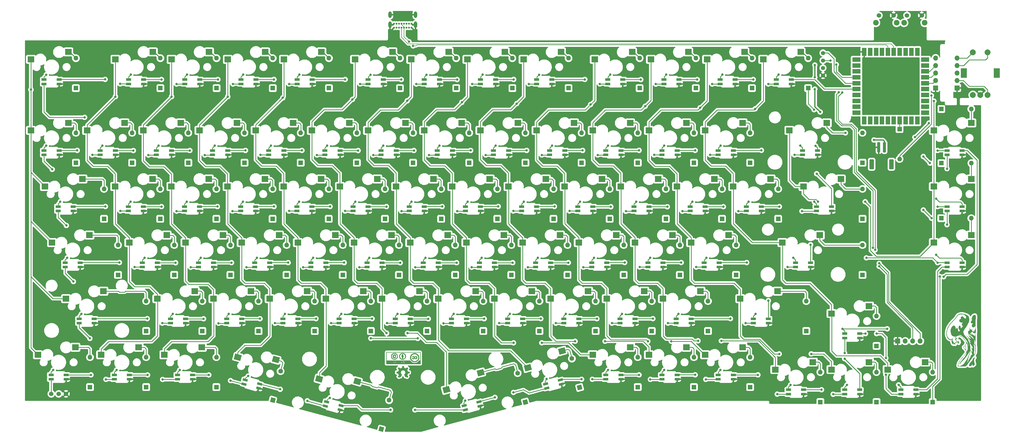
<source format=gbr>
%TF.GenerationSoftware,KiCad,Pcbnew,(6.0.7)*%
%TF.CreationDate,2022-09-18T02:02:10+02:00*%
%TF.ProjectId,Kanagawa_rgb_ansi_stamp,4b616e61-6761-4776-915f-7267625f616e,rev?*%
%TF.SameCoordinates,Original*%
%TF.FileFunction,Copper,L2,Bot*%
%TF.FilePolarity,Positive*%
%FSLAX46Y46*%
G04 Gerber Fmt 4.6, Leading zero omitted, Abs format (unit mm)*
G04 Created by KiCad (PCBNEW (6.0.7)) date 2022-09-18 02:02:10*
%MOMM*%
%LPD*%
G01*
G04 APERTURE LIST*
G04 Aperture macros list*
%AMRoundRect*
0 Rectangle with rounded corners*
0 $1 Rounding radius*
0 $2 $3 $4 $5 $6 $7 $8 $9 X,Y pos of 4 corners*
0 Add a 4 corners polygon primitive as box body*
4,1,4,$2,$3,$4,$5,$6,$7,$8,$9,$2,$3,0*
0 Add four circle primitives for the rounded corners*
1,1,$1+$1,$2,$3*
1,1,$1+$1,$4,$5*
1,1,$1+$1,$6,$7*
1,1,$1+$1,$8,$9*
0 Add four rect primitives between the rounded corners*
20,1,$1+$1,$2,$3,$4,$5,0*
20,1,$1+$1,$4,$5,$6,$7,0*
20,1,$1+$1,$6,$7,$8,$9,0*
20,1,$1+$1,$8,$9,$2,$3,0*%
%AMHorizOval*
0 Thick line with rounded ends*
0 $1 width*
0 $2 $3 position (X,Y) of the first rounded end (center of the circle)*
0 $4 $5 position (X,Y) of the second rounded end (center of the circle)*
0 Add line between two ends*
20,1,$1,$2,$3,$4,$5,0*
0 Add two circle primitives to create the rounded ends*
1,1,$1,$2,$3*
1,1,$1,$4,$5*%
%AMRotRect*
0 Rectangle, with rotation*
0 The origin of the aperture is its center*
0 $1 length*
0 $2 width*
0 $3 Rotation angle, in degrees counterclockwise*
0 Add horizontal line*
21,1,$1,$2,0,0,$3*%
G04 Aperture macros list end*
%TA.AperFunction,EtchedComponent*%
%ADD10C,0.010000*%
%TD*%
%TA.AperFunction,SMDPad,CuDef*%
%ADD11R,2.300000X2.000000*%
%TD*%
%TA.AperFunction,SMDPad,CuDef*%
%ADD12R,1.700000X0.820000*%
%TD*%
%TA.AperFunction,SMDPad,CuDef*%
%ADD13RoundRect,0.205000X-0.645000X-0.205000X0.645000X-0.205000X0.645000X0.205000X-0.645000X0.205000X0*%
%TD*%
%TA.AperFunction,ComponentPad*%
%ADD14R,1.600000X1.600000*%
%TD*%
%TA.AperFunction,ComponentPad*%
%ADD15O,1.600000X1.600000*%
%TD*%
%TA.AperFunction,ComponentPad*%
%ADD16C,1.524000*%
%TD*%
%TA.AperFunction,ComponentPad*%
%ADD17C,2.000000*%
%TD*%
%TA.AperFunction,ComponentPad*%
%ADD18R,2.000000X3.200000*%
%TD*%
%TA.AperFunction,ComponentPad*%
%ADD19C,1.900000*%
%TD*%
%TA.AperFunction,SMDPad,CuDef*%
%ADD20RotRect,2.300000X2.000000X165.000000*%
%TD*%
%TA.AperFunction,SMDPad,CuDef*%
%ADD21RotRect,1.700000X0.820000X345.000000*%
%TD*%
%TA.AperFunction,SMDPad,CuDef*%
%ADD22RoundRect,0.205000X-0.676080X-0.031077X0.569964X-0.364953X0.676080X0.031077X-0.569964X0.364953X0*%
%TD*%
%TA.AperFunction,ComponentPad*%
%ADD23RotRect,1.600000X1.600000X105.000000*%
%TD*%
%TA.AperFunction,ComponentPad*%
%ADD24HorizOval,1.600000X0.000000X0.000000X0.000000X0.000000X0*%
%TD*%
%TA.AperFunction,ComponentPad*%
%ADD25R,1.700000X1.700000*%
%TD*%
%TA.AperFunction,ComponentPad*%
%ADD26O,1.700000X1.700000*%
%TD*%
%TA.AperFunction,SMDPad,CuDef*%
%ADD27RotRect,2.300000X2.000000X195.000000*%
%TD*%
%TA.AperFunction,SMDPad,CuDef*%
%ADD28RotRect,1.700000X0.820000X15.000000*%
%TD*%
%TA.AperFunction,SMDPad,CuDef*%
%ADD29RoundRect,0.205000X-0.569964X-0.364953X0.676080X-0.031077X0.569964X0.364953X-0.676080X0.031077X0*%
%TD*%
%TA.AperFunction,ComponentPad*%
%ADD30RotRect,1.600000X1.600000X75.000000*%
%TD*%
%TA.AperFunction,ComponentPad*%
%ADD31HorizOval,1.600000X0.000000X0.000000X0.000000X0.000000X0*%
%TD*%
%TA.AperFunction,ComponentPad*%
%ADD32C,1.397000*%
%TD*%
%TA.AperFunction,ComponentPad*%
%ADD33C,0.650000*%
%TD*%
%TA.AperFunction,ComponentPad*%
%ADD34O,1.108000X2.216000*%
%TD*%
%TA.AperFunction,SMDPad,CuDef*%
%ADD35RoundRect,0.250000X0.250000X1.500000X-0.250000X1.500000X-0.250000X-1.500000X0.250000X-1.500000X0*%
%TD*%
%TA.AperFunction,SMDPad,CuDef*%
%ADD36RoundRect,0.250001X0.499999X1.449999X-0.499999X1.449999X-0.499999X-1.449999X0.499999X-1.449999X0*%
%TD*%
%TA.AperFunction,SMDPad,CuDef*%
%ADD37R,2.800000X1.500000*%
%TD*%
%TA.AperFunction,ComponentPad*%
%ADD38C,1.350000*%
%TD*%
%TA.AperFunction,ComponentPad*%
%ADD39O,1.350000X1.350000*%
%TD*%
%TA.AperFunction,SMDPad,CuDef*%
%ADD40R,1.500000X2.800000*%
%TD*%
%TA.AperFunction,ViaPad*%
%ADD41C,0.800000*%
%TD*%
%TA.AperFunction,Conductor*%
%ADD42C,0.254000*%
%TD*%
%TA.AperFunction,Conductor*%
%ADD43C,0.200000*%
%TD*%
%TA.AperFunction,Conductor*%
%ADD44C,0.400000*%
%TD*%
G04 APERTURE END LIST*
%TO.C,G\u002A\u002A\u002A*%
G36*
X177690848Y-173623142D02*
G01*
X177717875Y-173623200D01*
X177744209Y-173623304D01*
X177769459Y-173623453D01*
X177793231Y-173623649D01*
X177815133Y-173623891D01*
X177834773Y-173624178D01*
X177851757Y-173624512D01*
X177865694Y-173624891D01*
X177876190Y-173625316D01*
X177882854Y-173625787D01*
X177885292Y-173626304D01*
X177885477Y-173627125D01*
X177886444Y-173632007D01*
X177888178Y-173641026D01*
X177890629Y-173653918D01*
X177893748Y-173670418D01*
X177897485Y-173690263D01*
X177901791Y-173713188D01*
X177906616Y-173738929D01*
X177911910Y-173767224D01*
X177917625Y-173797806D01*
X177923710Y-173830413D01*
X177930117Y-173864781D01*
X177936795Y-173900645D01*
X177943695Y-173937742D01*
X178001058Y-174246294D01*
X178034688Y-174253777D01*
X178070471Y-174262194D01*
X178150907Y-174284444D01*
X178230670Y-174311097D01*
X178309400Y-174342008D01*
X178386740Y-174377030D01*
X178462332Y-174416015D01*
X178535816Y-174458817D01*
X178538307Y-174460341D01*
X178547973Y-174465986D01*
X178556152Y-174470345D01*
X178562046Y-174473013D01*
X178564856Y-174473584D01*
X178565425Y-174473206D01*
X178569325Y-174470551D01*
X178576704Y-174465507D01*
X178587341Y-174458226D01*
X178601012Y-174448860D01*
X178617495Y-174437563D01*
X178636568Y-174424485D01*
X178658008Y-174409781D01*
X178681593Y-174393603D01*
X178707099Y-174376104D01*
X178734305Y-174357435D01*
X178762988Y-174337750D01*
X178792926Y-174317201D01*
X178823895Y-174295940D01*
X178838810Y-174285703D01*
X178869291Y-174264796D01*
X178898626Y-174244694D01*
X178926595Y-174225548D01*
X178952975Y-174207508D01*
X178977544Y-174190726D01*
X179000082Y-174175353D01*
X179020365Y-174161540D01*
X179038174Y-174149437D01*
X179053286Y-174139196D01*
X179065479Y-174130969D01*
X179074532Y-174124905D01*
X179080223Y-174121155D01*
X179082330Y-174119872D01*
X179082813Y-174120218D01*
X179086107Y-174123230D01*
X179092248Y-174129112D01*
X179100957Y-174137586D01*
X179111957Y-174148373D01*
X179124969Y-174161195D01*
X179139714Y-174175773D01*
X179155913Y-174191831D01*
X179173289Y-174209088D01*
X179191562Y-174227268D01*
X179210454Y-174246093D01*
X179229686Y-174265282D01*
X179248981Y-174284560D01*
X179268059Y-174303647D01*
X179286642Y-174322266D01*
X179304452Y-174340137D01*
X179321209Y-174356983D01*
X179336636Y-174372527D01*
X179350453Y-174386488D01*
X179362383Y-174398590D01*
X179372147Y-174408554D01*
X179379465Y-174416102D01*
X179384061Y-174420955D01*
X179385655Y-174422836D01*
X179385417Y-174423269D01*
X179383060Y-174426898D01*
X179378303Y-174434016D01*
X179371298Y-174444400D01*
X179362196Y-174457828D01*
X179351150Y-174474078D01*
X179338309Y-174492928D01*
X179323827Y-174514155D01*
X179307854Y-174537537D01*
X179290542Y-174562853D01*
X179272042Y-174589880D01*
X179252506Y-174618395D01*
X179232086Y-174648177D01*
X179210934Y-174679004D01*
X179201859Y-174692227D01*
X179180995Y-174722655D01*
X179160929Y-174751955D01*
X179141812Y-174779903D01*
X179123798Y-174806276D01*
X179107036Y-174830852D01*
X179091679Y-174853408D01*
X179077878Y-174873720D01*
X179065785Y-174891565D01*
X179055551Y-174906721D01*
X179047329Y-174918964D01*
X179041269Y-174928072D01*
X179037524Y-174933821D01*
X179036244Y-174935988D01*
X179036871Y-174937542D01*
X179039628Y-174942546D01*
X179044199Y-174950218D01*
X179050166Y-174959859D01*
X179057111Y-174970772D01*
X179090403Y-175024844D01*
X179129647Y-175095562D01*
X179165587Y-175168535D01*
X179197969Y-175243172D01*
X179226542Y-175318884D01*
X179251053Y-175395082D01*
X179271251Y-175471176D01*
X179274224Y-175483387D01*
X179277259Y-175494720D01*
X179279741Y-175502369D01*
X179281829Y-175506807D01*
X179283679Y-175508508D01*
X179283982Y-175508576D01*
X179287889Y-175509341D01*
X179295992Y-175510881D01*
X179308022Y-175513146D01*
X179323707Y-175516086D01*
X179342779Y-175519650D01*
X179364965Y-175523788D01*
X179389997Y-175528450D01*
X179417604Y-175533584D01*
X179447515Y-175539142D01*
X179479460Y-175545072D01*
X179513170Y-175551325D01*
X179548373Y-175557849D01*
X179584800Y-175564595D01*
X179882082Y-175619627D01*
X179882096Y-175834699D01*
X179882109Y-176049772D01*
X179876914Y-176050978D01*
X179876825Y-176050998D01*
X179873506Y-176051643D01*
X179865949Y-176053072D01*
X179854430Y-176055235D01*
X179839224Y-176058078D01*
X179820607Y-176061553D01*
X179798854Y-176065606D01*
X179774240Y-176070187D01*
X179747043Y-176075245D01*
X179717536Y-176080727D01*
X179685995Y-176086584D01*
X179652697Y-176092763D01*
X179617916Y-176099214D01*
X179581927Y-176105885D01*
X179577416Y-176106721D01*
X179541672Y-176113346D01*
X179507232Y-176119733D01*
X179474367Y-176125830D01*
X179443346Y-176131589D01*
X179414440Y-176136957D01*
X179387916Y-176141887D01*
X179364047Y-176146326D01*
X179343100Y-176150226D01*
X179325346Y-176153536D01*
X179311054Y-176156206D01*
X179300494Y-176158185D01*
X179293936Y-176159424D01*
X179291649Y-176159872D01*
X179291626Y-176159908D01*
X179290933Y-176162595D01*
X179289470Y-176169035D01*
X179287389Y-176178533D01*
X179284844Y-176190396D01*
X179281987Y-176203930D01*
X179268056Y-176264355D01*
X179245294Y-176345723D01*
X179218195Y-176426197D01*
X179186917Y-176505384D01*
X179151619Y-176582889D01*
X179112460Y-176658318D01*
X179069599Y-176731276D01*
X179068071Y-176733733D01*
X179062220Y-176743285D01*
X179057481Y-176751251D01*
X179054305Y-176756859D01*
X179053146Y-176759337D01*
X179053147Y-176759347D01*
X179054514Y-176761548D01*
X179058337Y-176767318D01*
X179064458Y-176776427D01*
X179072722Y-176788647D01*
X179082973Y-176803749D01*
X179095055Y-176821504D01*
X179108811Y-176841681D01*
X179124085Y-176864054D01*
X179140722Y-176888391D01*
X179158565Y-176914465D01*
X179177457Y-176942047D01*
X179197244Y-176970906D01*
X179217767Y-177000815D01*
X179218225Y-177001482D01*
X179238768Y-177031409D01*
X179258598Y-177060300D01*
X179277555Y-177087927D01*
X179295482Y-177114057D01*
X179312221Y-177138459D01*
X179327612Y-177160903D01*
X179341497Y-177181158D01*
X179353719Y-177198991D01*
X179364118Y-177214173D01*
X179372537Y-177226473D01*
X179378816Y-177235658D01*
X179382798Y-177241499D01*
X179384324Y-177243763D01*
X179384358Y-177243947D01*
X179383236Y-177245978D01*
X179379951Y-177250069D01*
X179374388Y-177256336D01*
X179366433Y-177264898D01*
X179355975Y-177275871D01*
X179342898Y-177289373D01*
X179327089Y-177305521D01*
X179308437Y-177324431D01*
X179286825Y-177346223D01*
X179262142Y-177371012D01*
X179234275Y-177398916D01*
X179229675Y-177403514D01*
X179207840Y-177425294D01*
X179186955Y-177446045D01*
X179167253Y-177465542D01*
X179148964Y-177483562D01*
X179132317Y-177499879D01*
X179117543Y-177514269D01*
X179104873Y-177526506D01*
X179094538Y-177536368D01*
X179086767Y-177543628D01*
X179081791Y-177548062D01*
X179079841Y-177549446D01*
X179079781Y-177549408D01*
X179077168Y-177547648D01*
X179071059Y-177543487D01*
X179061734Y-177537118D01*
X179049474Y-177528735D01*
X179034561Y-177518529D01*
X179017275Y-177506694D01*
X178997898Y-177493423D01*
X178976710Y-177478907D01*
X178953993Y-177463340D01*
X178930027Y-177446915D01*
X178905093Y-177429823D01*
X178879473Y-177412259D01*
X178853448Y-177394414D01*
X178827298Y-177376481D01*
X178801305Y-177358654D01*
X178775749Y-177341123D01*
X178750912Y-177324084D01*
X178727075Y-177307727D01*
X178704518Y-177292247D01*
X178683522Y-177277835D01*
X178664370Y-177264684D01*
X178647341Y-177252987D01*
X178632717Y-177242936D01*
X178620778Y-177234725D01*
X178611807Y-177228547D01*
X178606083Y-177224593D01*
X178603887Y-177223056D01*
X178603158Y-177222869D01*
X178598952Y-177224162D01*
X178592014Y-177227809D01*
X178583020Y-177233473D01*
X178568615Y-177242903D01*
X178549742Y-177254816D01*
X178529128Y-177267458D01*
X178507703Y-177280277D01*
X178486397Y-177292725D01*
X178466140Y-177304254D01*
X178447861Y-177314313D01*
X178432492Y-177322354D01*
X178417974Y-177329662D01*
X178414301Y-177320926D01*
X178413369Y-177318688D01*
X178410705Y-177312271D01*
X178406439Y-177301984D01*
X178400657Y-177288041D01*
X178393451Y-177270656D01*
X178384909Y-177250046D01*
X178375120Y-177226426D01*
X178364174Y-177200010D01*
X178352159Y-177171014D01*
X178339165Y-177139653D01*
X178325280Y-177106142D01*
X178310595Y-177070697D01*
X178295198Y-177033532D01*
X178279178Y-176994863D01*
X178262625Y-176954904D01*
X178245627Y-176913872D01*
X178230927Y-176878386D01*
X178214374Y-176838427D01*
X178198366Y-176799784D01*
X178182990Y-176762667D01*
X178168334Y-176727289D01*
X178154484Y-176693858D01*
X178141529Y-176662587D01*
X178129555Y-176633686D01*
X178118651Y-176607365D01*
X178108902Y-176583836D01*
X178100397Y-176563308D01*
X178093222Y-176545994D01*
X178087466Y-176532103D01*
X178083215Y-176521846D01*
X178080557Y-176515435D01*
X178079579Y-176513079D01*
X178079558Y-176512996D01*
X178081233Y-176510687D01*
X178086049Y-176506512D01*
X178093302Y-176501037D01*
X178102288Y-176494828D01*
X178143060Y-176465909D01*
X178189802Y-176427682D01*
X178233290Y-176386242D01*
X178273401Y-176341728D01*
X178310010Y-176294278D01*
X178342996Y-176244032D01*
X178372235Y-176191127D01*
X178395226Y-176141496D01*
X178415881Y-176086998D01*
X178432312Y-176031188D01*
X178444632Y-175973667D01*
X178452960Y-175914036D01*
X178454012Y-175901522D01*
X178455010Y-175881679D01*
X178455552Y-175859318D01*
X178455647Y-175835624D01*
X178455305Y-175811783D01*
X178454534Y-175788983D01*
X178453343Y-175768408D01*
X178451741Y-175751245D01*
X178451396Y-175748400D01*
X178442608Y-175691718D01*
X178430385Y-175637550D01*
X178414489Y-175585108D01*
X178394681Y-175533599D01*
X178370725Y-175482236D01*
X178355960Y-175454492D01*
X178325183Y-175404001D01*
X178290878Y-175356263D01*
X178253262Y-175311427D01*
X178212552Y-175269639D01*
X178168964Y-175231047D01*
X178122717Y-175195799D01*
X178074027Y-175164042D01*
X178023111Y-175135925D01*
X177970185Y-175111594D01*
X177915469Y-175091198D01*
X177859177Y-175074884D01*
X177801527Y-175062799D01*
X177742737Y-175055092D01*
X177731236Y-175054254D01*
X177713547Y-175053476D01*
X177693360Y-175053005D01*
X177671852Y-175052840D01*
X177650197Y-175052979D01*
X177629571Y-175053423D01*
X177611150Y-175054169D01*
X177596109Y-175055217D01*
X177570757Y-175058089D01*
X177532214Y-175064181D01*
X177492991Y-175072233D01*
X177454827Y-175081876D01*
X177419464Y-175092741D01*
X177414524Y-175094439D01*
X177359054Y-175116094D01*
X177305527Y-175141760D01*
X177254187Y-175171243D01*
X177205279Y-175204354D01*
X177159048Y-175240899D01*
X177115739Y-175280686D01*
X177075595Y-175323523D01*
X177038861Y-175369219D01*
X177005782Y-175417581D01*
X176993896Y-175437046D01*
X176966212Y-175487551D01*
X176942693Y-175538856D01*
X176923173Y-175591439D01*
X176907488Y-175645778D01*
X176895472Y-175702351D01*
X176886961Y-175761636D01*
X176886377Y-175767720D01*
X176885424Y-175782880D01*
X176884768Y-175801059D01*
X176884408Y-175821194D01*
X176884343Y-175842223D01*
X176884572Y-175863084D01*
X176885096Y-175882714D01*
X176885915Y-175900052D01*
X176887026Y-175914036D01*
X176890235Y-175940661D01*
X176900588Y-176000615D01*
X176915090Y-176058592D01*
X176933784Y-176114710D01*
X176956713Y-176169088D01*
X176983918Y-176221845D01*
X177015443Y-176273100D01*
X177016107Y-176274094D01*
X177033957Y-176299858D01*
X177051766Y-176323491D01*
X177070506Y-176346169D01*
X177091144Y-176369066D01*
X177114650Y-176393358D01*
X177131532Y-176409970D01*
X177155662Y-176432283D01*
X177179535Y-176452449D01*
X177204443Y-176471542D01*
X177231678Y-176490637D01*
X177242479Y-176497996D01*
X177250504Y-176503708D01*
X177255659Y-176507827D01*
X177258462Y-176510818D01*
X177259431Y-176513148D01*
X177259083Y-176515280D01*
X177258674Y-176516305D01*
X177256608Y-176521363D01*
X177252951Y-176530259D01*
X177247807Y-176542741D01*
X177241282Y-176558554D01*
X177233480Y-176577446D01*
X177224506Y-176599163D01*
X177214465Y-176623453D01*
X177203462Y-176650060D01*
X177191602Y-176678733D01*
X177178990Y-176709218D01*
X177165731Y-176741262D01*
X177151929Y-176774611D01*
X177137690Y-176809012D01*
X177123118Y-176844212D01*
X177108318Y-176879957D01*
X177093396Y-176915995D01*
X177078456Y-176952071D01*
X177063603Y-176987933D01*
X177048941Y-177023327D01*
X177034577Y-177058000D01*
X177020614Y-177091699D01*
X177007158Y-177124169D01*
X176994313Y-177155159D01*
X176982185Y-177184415D01*
X176970878Y-177211682D01*
X176960497Y-177236709D01*
X176951148Y-177259242D01*
X176942934Y-177279027D01*
X176935961Y-177295811D01*
X176930334Y-177309341D01*
X176926158Y-177319363D01*
X176923537Y-177325625D01*
X176922577Y-177327872D01*
X176921487Y-177327995D01*
X176916834Y-177326386D01*
X176909018Y-177322780D01*
X176898508Y-177317444D01*
X176885776Y-177310648D01*
X176871294Y-177302657D01*
X176855532Y-177293740D01*
X176838961Y-177284164D01*
X176822053Y-177274197D01*
X176805277Y-177264106D01*
X176789106Y-177254160D01*
X176774011Y-177244625D01*
X176760461Y-177235769D01*
X176738767Y-177221282D01*
X176707352Y-177242838D01*
X176701444Y-177246892D01*
X176691862Y-177253467D01*
X176679051Y-177262257D01*
X176663305Y-177273060D01*
X176644919Y-177285675D01*
X176624188Y-177299898D01*
X176601406Y-177315529D01*
X176576868Y-177332364D01*
X176550869Y-177350203D01*
X176523702Y-177368841D01*
X176495664Y-177388078D01*
X176467048Y-177407712D01*
X176258159Y-177551029D01*
X176106829Y-177400437D01*
X176103290Y-177396914D01*
X176081455Y-177375135D01*
X176060617Y-177354276D01*
X176041005Y-177334570D01*
X176022847Y-177316251D01*
X176006372Y-177299550D01*
X175991808Y-177284701D01*
X175979384Y-177271937D01*
X175969328Y-177261490D01*
X175961869Y-177253593D01*
X175957235Y-177248479D01*
X175955655Y-177246381D01*
X175955661Y-177246346D01*
X175957125Y-177243814D01*
X175961042Y-177237723D01*
X175967257Y-177228305D01*
X175975613Y-177215789D01*
X175985955Y-177200406D01*
X175998126Y-177182387D01*
X176011970Y-177161962D01*
X176027331Y-177139361D01*
X176044053Y-177114815D01*
X176061979Y-177088555D01*
X176080953Y-177060810D01*
X176100820Y-177031811D01*
X176121423Y-177001788D01*
X176123579Y-176998649D01*
X176147884Y-176963213D01*
X176170520Y-176930126D01*
X176191400Y-176899518D01*
X176210436Y-176871521D01*
X176227538Y-176846266D01*
X176242620Y-176823884D01*
X176255592Y-176804507D01*
X176266368Y-176788264D01*
X176274858Y-176775288D01*
X176280975Y-176765709D01*
X176284630Y-176759660D01*
X176285736Y-176757269D01*
X176285208Y-176756188D01*
X176282540Y-176751463D01*
X176278111Y-176743978D01*
X176272381Y-176734508D01*
X176265812Y-176723825D01*
X176233900Y-176669873D01*
X176194918Y-176596355D01*
X176159496Y-176520342D01*
X176127814Y-176442286D01*
X176100052Y-176362634D01*
X176076389Y-176281838D01*
X176057005Y-176200348D01*
X176048500Y-176159924D01*
X175757237Y-176105814D01*
X175752125Y-176104865D01*
X175716226Y-176098193D01*
X175681587Y-176091752D01*
X175648482Y-176085593D01*
X175617184Y-176079767D01*
X175587967Y-176074325D01*
X175561104Y-176069317D01*
X175536868Y-176064795D01*
X175515533Y-176060810D01*
X175497371Y-176057412D01*
X175482657Y-176054653D01*
X175471664Y-176052584D01*
X175464664Y-176051256D01*
X175461932Y-176050719D01*
X175461417Y-176050495D01*
X175460794Y-176049755D01*
X175460249Y-176048261D01*
X175459777Y-176045739D01*
X175459372Y-176041910D01*
X175459029Y-176036500D01*
X175458744Y-176029233D01*
X175458511Y-176019831D01*
X175458324Y-176008020D01*
X175458180Y-175993523D01*
X175458073Y-175976064D01*
X175457997Y-175955368D01*
X175457947Y-175931157D01*
X175457919Y-175903156D01*
X175457906Y-175871089D01*
X175457905Y-175834680D01*
X175457919Y-175619627D01*
X175749428Y-175565517D01*
X175753734Y-175564717D01*
X175789802Y-175558020D01*
X175824689Y-175551538D01*
X175858117Y-175545324D01*
X175889806Y-175539430D01*
X175919474Y-175533908D01*
X175946842Y-175528809D01*
X175971631Y-175524188D01*
X175993559Y-175520095D01*
X176012347Y-175516583D01*
X176027715Y-175513704D01*
X176039382Y-175511511D01*
X176047068Y-175510055D01*
X176050494Y-175509389D01*
X176060052Y-175507371D01*
X176068661Y-175471135D01*
X176069054Y-175469484D01*
X176081143Y-175422869D01*
X176095558Y-175374009D01*
X176111830Y-175324273D01*
X176129490Y-175275030D01*
X176148070Y-175227650D01*
X176167102Y-175183500D01*
X176173555Y-175169492D01*
X176193867Y-175127636D01*
X176215947Y-175085074D01*
X176239086Y-175043107D01*
X176262576Y-175003034D01*
X176285707Y-174966154D01*
X176288173Y-174962349D01*
X176294314Y-174952658D01*
X176299266Y-174944536D01*
X176302572Y-174938742D01*
X176303778Y-174936034D01*
X176303544Y-174935567D01*
X176301195Y-174931856D01*
X176296445Y-174924658D01*
X176289445Y-174914196D01*
X176280347Y-174900693D01*
X176269302Y-174884372D01*
X176256463Y-174865456D01*
X176241980Y-174844167D01*
X176226006Y-174820730D01*
X176208691Y-174795366D01*
X176190189Y-174768300D01*
X176170649Y-174739753D01*
X176150225Y-174709949D01*
X176129067Y-174679111D01*
X176119936Y-174665808D01*
X176099078Y-174635401D01*
X176079017Y-174606133D01*
X176059906Y-174578226D01*
X176041895Y-174551903D01*
X176025137Y-174527385D01*
X176009783Y-174504895D01*
X175995984Y-174484655D01*
X175983893Y-174466887D01*
X175973660Y-174451814D01*
X175965437Y-174439657D01*
X175959376Y-174430640D01*
X175955629Y-174424983D01*
X175954346Y-174422910D01*
X175954690Y-174422427D01*
X175957703Y-174419136D01*
X175963589Y-174413000D01*
X175972070Y-174404298D01*
X175982866Y-174393308D01*
X175995700Y-174380308D01*
X176010293Y-174365577D01*
X176026367Y-174349393D01*
X176043642Y-174332034D01*
X176061841Y-174313779D01*
X176080685Y-174294904D01*
X176099896Y-174275690D01*
X176119195Y-174256414D01*
X176138303Y-174237354D01*
X176156943Y-174218789D01*
X176174835Y-174200997D01*
X176191701Y-174184256D01*
X176207263Y-174168844D01*
X176221242Y-174155040D01*
X176233359Y-174143121D01*
X176243337Y-174133367D01*
X176250896Y-174126056D01*
X176255758Y-174121464D01*
X176257645Y-174119872D01*
X176258192Y-174120169D01*
X176262041Y-174122650D01*
X176269367Y-174127525D01*
X176279949Y-174134642D01*
X176293566Y-174143851D01*
X176309995Y-174155001D01*
X176329015Y-174167941D01*
X176350405Y-174182519D01*
X176373941Y-174198584D01*
X176399404Y-174215986D01*
X176426572Y-174234574D01*
X176455221Y-174254196D01*
X176485132Y-174274702D01*
X176516083Y-174295940D01*
X176530797Y-174306042D01*
X176561309Y-174326986D01*
X176590683Y-174347147D01*
X176618698Y-174366372D01*
X176645131Y-174384509D01*
X176669760Y-174401404D01*
X176692362Y-174416907D01*
X176712715Y-174430863D01*
X176730596Y-174443120D01*
X176745782Y-174453526D01*
X176758052Y-174461928D01*
X176767182Y-174468173D01*
X176772950Y-174472110D01*
X176775134Y-174473584D01*
X176775492Y-174473660D01*
X176779131Y-174472541D01*
X176785658Y-174469424D01*
X176794276Y-174464714D01*
X176804185Y-174458817D01*
X176826739Y-174445133D01*
X176902360Y-174402712D01*
X176979936Y-174364375D01*
X177059243Y-174330213D01*
X177140058Y-174300318D01*
X177222156Y-174274781D01*
X177305314Y-174253695D01*
X177338946Y-174246121D01*
X177396278Y-173937655D01*
X177399953Y-173917892D01*
X177406739Y-173881419D01*
X177413278Y-173846319D01*
X177419519Y-173812855D01*
X177425414Y-173781292D01*
X177430912Y-173751893D01*
X177435964Y-173724922D01*
X177440520Y-173700644D01*
X177444532Y-173679323D01*
X177447948Y-173661222D01*
X177450721Y-173646605D01*
X177452800Y-173635738D01*
X177454136Y-173628882D01*
X177454680Y-173626304D01*
X177455414Y-173626026D01*
X177460130Y-173625533D01*
X177468863Y-173625087D01*
X177481223Y-173624686D01*
X177496816Y-173624330D01*
X177515249Y-173624021D01*
X177536131Y-173623758D01*
X177559068Y-173623540D01*
X177583668Y-173623369D01*
X177609539Y-173623243D01*
X177636287Y-173623164D01*
X177663521Y-173623130D01*
X177690848Y-173623142D01*
G37*
D10*
X177690848Y-173623142D02*
X177717875Y-173623200D01*
X177744209Y-173623304D01*
X177769459Y-173623453D01*
X177793231Y-173623649D01*
X177815133Y-173623891D01*
X177834773Y-173624178D01*
X177851757Y-173624512D01*
X177865694Y-173624891D01*
X177876190Y-173625316D01*
X177882854Y-173625787D01*
X177885292Y-173626304D01*
X177885477Y-173627125D01*
X177886444Y-173632007D01*
X177888178Y-173641026D01*
X177890629Y-173653918D01*
X177893748Y-173670418D01*
X177897485Y-173690263D01*
X177901791Y-173713188D01*
X177906616Y-173738929D01*
X177911910Y-173767224D01*
X177917625Y-173797806D01*
X177923710Y-173830413D01*
X177930117Y-173864781D01*
X177936795Y-173900645D01*
X177943695Y-173937742D01*
X178001058Y-174246294D01*
X178034688Y-174253777D01*
X178070471Y-174262194D01*
X178150907Y-174284444D01*
X178230670Y-174311097D01*
X178309400Y-174342008D01*
X178386740Y-174377030D01*
X178462332Y-174416015D01*
X178535816Y-174458817D01*
X178538307Y-174460341D01*
X178547973Y-174465986D01*
X178556152Y-174470345D01*
X178562046Y-174473013D01*
X178564856Y-174473584D01*
X178565425Y-174473206D01*
X178569325Y-174470551D01*
X178576704Y-174465507D01*
X178587341Y-174458226D01*
X178601012Y-174448860D01*
X178617495Y-174437563D01*
X178636568Y-174424485D01*
X178658008Y-174409781D01*
X178681593Y-174393603D01*
X178707099Y-174376104D01*
X178734305Y-174357435D01*
X178762988Y-174337750D01*
X178792926Y-174317201D01*
X178823895Y-174295940D01*
X178838810Y-174285703D01*
X178869291Y-174264796D01*
X178898626Y-174244694D01*
X178926595Y-174225548D01*
X178952975Y-174207508D01*
X178977544Y-174190726D01*
X179000082Y-174175353D01*
X179020365Y-174161540D01*
X179038174Y-174149437D01*
X179053286Y-174139196D01*
X179065479Y-174130969D01*
X179074532Y-174124905D01*
X179080223Y-174121155D01*
X179082330Y-174119872D01*
X179082813Y-174120218D01*
X179086107Y-174123230D01*
X179092248Y-174129112D01*
X179100957Y-174137586D01*
X179111957Y-174148373D01*
X179124969Y-174161195D01*
X179139714Y-174175773D01*
X179155913Y-174191831D01*
X179173289Y-174209088D01*
X179191562Y-174227268D01*
X179210454Y-174246093D01*
X179229686Y-174265282D01*
X179248981Y-174284560D01*
X179268059Y-174303647D01*
X179286642Y-174322266D01*
X179304452Y-174340137D01*
X179321209Y-174356983D01*
X179336636Y-174372527D01*
X179350453Y-174386488D01*
X179362383Y-174398590D01*
X179372147Y-174408554D01*
X179379465Y-174416102D01*
X179384061Y-174420955D01*
X179385655Y-174422836D01*
X179385417Y-174423269D01*
X179383060Y-174426898D01*
X179378303Y-174434016D01*
X179371298Y-174444400D01*
X179362196Y-174457828D01*
X179351150Y-174474078D01*
X179338309Y-174492928D01*
X179323827Y-174514155D01*
X179307854Y-174537537D01*
X179290542Y-174562853D01*
X179272042Y-174589880D01*
X179252506Y-174618395D01*
X179232086Y-174648177D01*
X179210934Y-174679004D01*
X179201859Y-174692227D01*
X179180995Y-174722655D01*
X179160929Y-174751955D01*
X179141812Y-174779903D01*
X179123798Y-174806276D01*
X179107036Y-174830852D01*
X179091679Y-174853408D01*
X179077878Y-174873720D01*
X179065785Y-174891565D01*
X179055551Y-174906721D01*
X179047329Y-174918964D01*
X179041269Y-174928072D01*
X179037524Y-174933821D01*
X179036244Y-174935988D01*
X179036871Y-174937542D01*
X179039628Y-174942546D01*
X179044199Y-174950218D01*
X179050166Y-174959859D01*
X179057111Y-174970772D01*
X179090403Y-175024844D01*
X179129647Y-175095562D01*
X179165587Y-175168535D01*
X179197969Y-175243172D01*
X179226542Y-175318884D01*
X179251053Y-175395082D01*
X179271251Y-175471176D01*
X179274224Y-175483387D01*
X179277259Y-175494720D01*
X179279741Y-175502369D01*
X179281829Y-175506807D01*
X179283679Y-175508508D01*
X179283982Y-175508576D01*
X179287889Y-175509341D01*
X179295992Y-175510881D01*
X179308022Y-175513146D01*
X179323707Y-175516086D01*
X179342779Y-175519650D01*
X179364965Y-175523788D01*
X179389997Y-175528450D01*
X179417604Y-175533584D01*
X179447515Y-175539142D01*
X179479460Y-175545072D01*
X179513170Y-175551325D01*
X179548373Y-175557849D01*
X179584800Y-175564595D01*
X179882082Y-175619627D01*
X179882096Y-175834699D01*
X179882109Y-176049772D01*
X179876914Y-176050978D01*
X179876825Y-176050998D01*
X179873506Y-176051643D01*
X179865949Y-176053072D01*
X179854430Y-176055235D01*
X179839224Y-176058078D01*
X179820607Y-176061553D01*
X179798854Y-176065606D01*
X179774240Y-176070187D01*
X179747043Y-176075245D01*
X179717536Y-176080727D01*
X179685995Y-176086584D01*
X179652697Y-176092763D01*
X179617916Y-176099214D01*
X179581927Y-176105885D01*
X179577416Y-176106721D01*
X179541672Y-176113346D01*
X179507232Y-176119733D01*
X179474367Y-176125830D01*
X179443346Y-176131589D01*
X179414440Y-176136957D01*
X179387916Y-176141887D01*
X179364047Y-176146326D01*
X179343100Y-176150226D01*
X179325346Y-176153536D01*
X179311054Y-176156206D01*
X179300494Y-176158185D01*
X179293936Y-176159424D01*
X179291649Y-176159872D01*
X179291626Y-176159908D01*
X179290933Y-176162595D01*
X179289470Y-176169035D01*
X179287389Y-176178533D01*
X179284844Y-176190396D01*
X179281987Y-176203930D01*
X179268056Y-176264355D01*
X179245294Y-176345723D01*
X179218195Y-176426197D01*
X179186917Y-176505384D01*
X179151619Y-176582889D01*
X179112460Y-176658318D01*
X179069599Y-176731276D01*
X179068071Y-176733733D01*
X179062220Y-176743285D01*
X179057481Y-176751251D01*
X179054305Y-176756859D01*
X179053146Y-176759337D01*
X179053147Y-176759347D01*
X179054514Y-176761548D01*
X179058337Y-176767318D01*
X179064458Y-176776427D01*
X179072722Y-176788647D01*
X179082973Y-176803749D01*
X179095055Y-176821504D01*
X179108811Y-176841681D01*
X179124085Y-176864054D01*
X179140722Y-176888391D01*
X179158565Y-176914465D01*
X179177457Y-176942047D01*
X179197244Y-176970906D01*
X179217767Y-177000815D01*
X179218225Y-177001482D01*
X179238768Y-177031409D01*
X179258598Y-177060300D01*
X179277555Y-177087927D01*
X179295482Y-177114057D01*
X179312221Y-177138459D01*
X179327612Y-177160903D01*
X179341497Y-177181158D01*
X179353719Y-177198991D01*
X179364118Y-177214173D01*
X179372537Y-177226473D01*
X179378816Y-177235658D01*
X179382798Y-177241499D01*
X179384324Y-177243763D01*
X179384358Y-177243947D01*
X179383236Y-177245978D01*
X179379951Y-177250069D01*
X179374388Y-177256336D01*
X179366433Y-177264898D01*
X179355975Y-177275871D01*
X179342898Y-177289373D01*
X179327089Y-177305521D01*
X179308437Y-177324431D01*
X179286825Y-177346223D01*
X179262142Y-177371012D01*
X179234275Y-177398916D01*
X179229675Y-177403514D01*
X179207840Y-177425294D01*
X179186955Y-177446045D01*
X179167253Y-177465542D01*
X179148964Y-177483562D01*
X179132317Y-177499879D01*
X179117543Y-177514269D01*
X179104873Y-177526506D01*
X179094538Y-177536368D01*
X179086767Y-177543628D01*
X179081791Y-177548062D01*
X179079841Y-177549446D01*
X179079781Y-177549408D01*
X179077168Y-177547648D01*
X179071059Y-177543487D01*
X179061734Y-177537118D01*
X179049474Y-177528735D01*
X179034561Y-177518529D01*
X179017275Y-177506694D01*
X178997898Y-177493423D01*
X178976710Y-177478907D01*
X178953993Y-177463340D01*
X178930027Y-177446915D01*
X178905093Y-177429823D01*
X178879473Y-177412259D01*
X178853448Y-177394414D01*
X178827298Y-177376481D01*
X178801305Y-177358654D01*
X178775749Y-177341123D01*
X178750912Y-177324084D01*
X178727075Y-177307727D01*
X178704518Y-177292247D01*
X178683522Y-177277835D01*
X178664370Y-177264684D01*
X178647341Y-177252987D01*
X178632717Y-177242936D01*
X178620778Y-177234725D01*
X178611807Y-177228547D01*
X178606083Y-177224593D01*
X178603887Y-177223056D01*
X178603158Y-177222869D01*
X178598952Y-177224162D01*
X178592014Y-177227809D01*
X178583020Y-177233473D01*
X178568615Y-177242903D01*
X178549742Y-177254816D01*
X178529128Y-177267458D01*
X178507703Y-177280277D01*
X178486397Y-177292725D01*
X178466140Y-177304254D01*
X178447861Y-177314313D01*
X178432492Y-177322354D01*
X178417974Y-177329662D01*
X178414301Y-177320926D01*
X178413369Y-177318688D01*
X178410705Y-177312271D01*
X178406439Y-177301984D01*
X178400657Y-177288041D01*
X178393451Y-177270656D01*
X178384909Y-177250046D01*
X178375120Y-177226426D01*
X178364174Y-177200010D01*
X178352159Y-177171014D01*
X178339165Y-177139653D01*
X178325280Y-177106142D01*
X178310595Y-177070697D01*
X178295198Y-177033532D01*
X178279178Y-176994863D01*
X178262625Y-176954904D01*
X178245627Y-176913872D01*
X178230927Y-176878386D01*
X178214374Y-176838427D01*
X178198366Y-176799784D01*
X178182990Y-176762667D01*
X178168334Y-176727289D01*
X178154484Y-176693858D01*
X178141529Y-176662587D01*
X178129555Y-176633686D01*
X178118651Y-176607365D01*
X178108902Y-176583836D01*
X178100397Y-176563308D01*
X178093222Y-176545994D01*
X178087466Y-176532103D01*
X178083215Y-176521846D01*
X178080557Y-176515435D01*
X178079579Y-176513079D01*
X178079558Y-176512996D01*
X178081233Y-176510687D01*
X178086049Y-176506512D01*
X178093302Y-176501037D01*
X178102288Y-176494828D01*
X178143060Y-176465909D01*
X178189802Y-176427682D01*
X178233290Y-176386242D01*
X178273401Y-176341728D01*
X178310010Y-176294278D01*
X178342996Y-176244032D01*
X178372235Y-176191127D01*
X178395226Y-176141496D01*
X178415881Y-176086998D01*
X178432312Y-176031188D01*
X178444632Y-175973667D01*
X178452960Y-175914036D01*
X178454012Y-175901522D01*
X178455010Y-175881679D01*
X178455552Y-175859318D01*
X178455647Y-175835624D01*
X178455305Y-175811783D01*
X178454534Y-175788983D01*
X178453343Y-175768408D01*
X178451741Y-175751245D01*
X178451396Y-175748400D01*
X178442608Y-175691718D01*
X178430385Y-175637550D01*
X178414489Y-175585108D01*
X178394681Y-175533599D01*
X178370725Y-175482236D01*
X178355960Y-175454492D01*
X178325183Y-175404001D01*
X178290878Y-175356263D01*
X178253262Y-175311427D01*
X178212552Y-175269639D01*
X178168964Y-175231047D01*
X178122717Y-175195799D01*
X178074027Y-175164042D01*
X178023111Y-175135925D01*
X177970185Y-175111594D01*
X177915469Y-175091198D01*
X177859177Y-175074884D01*
X177801527Y-175062799D01*
X177742737Y-175055092D01*
X177731236Y-175054254D01*
X177713547Y-175053476D01*
X177693360Y-175053005D01*
X177671852Y-175052840D01*
X177650197Y-175052979D01*
X177629571Y-175053423D01*
X177611150Y-175054169D01*
X177596109Y-175055217D01*
X177570757Y-175058089D01*
X177532214Y-175064181D01*
X177492991Y-175072233D01*
X177454827Y-175081876D01*
X177419464Y-175092741D01*
X177414524Y-175094439D01*
X177359054Y-175116094D01*
X177305527Y-175141760D01*
X177254187Y-175171243D01*
X177205279Y-175204354D01*
X177159048Y-175240899D01*
X177115739Y-175280686D01*
X177075595Y-175323523D01*
X177038861Y-175369219D01*
X177005782Y-175417581D01*
X176993896Y-175437046D01*
X176966212Y-175487551D01*
X176942693Y-175538856D01*
X176923173Y-175591439D01*
X176907488Y-175645778D01*
X176895472Y-175702351D01*
X176886961Y-175761636D01*
X176886377Y-175767720D01*
X176885424Y-175782880D01*
X176884768Y-175801059D01*
X176884408Y-175821194D01*
X176884343Y-175842223D01*
X176884572Y-175863084D01*
X176885096Y-175882714D01*
X176885915Y-175900052D01*
X176887026Y-175914036D01*
X176890235Y-175940661D01*
X176900588Y-176000615D01*
X176915090Y-176058592D01*
X176933784Y-176114710D01*
X176956713Y-176169088D01*
X176983918Y-176221845D01*
X177015443Y-176273100D01*
X177016107Y-176274094D01*
X177033957Y-176299858D01*
X177051766Y-176323491D01*
X177070506Y-176346169D01*
X177091144Y-176369066D01*
X177114650Y-176393358D01*
X177131532Y-176409970D01*
X177155662Y-176432283D01*
X177179535Y-176452449D01*
X177204443Y-176471542D01*
X177231678Y-176490637D01*
X177242479Y-176497996D01*
X177250504Y-176503708D01*
X177255659Y-176507827D01*
X177258462Y-176510818D01*
X177259431Y-176513148D01*
X177259083Y-176515280D01*
X177258674Y-176516305D01*
X177256608Y-176521363D01*
X177252951Y-176530259D01*
X177247807Y-176542741D01*
X177241282Y-176558554D01*
X177233480Y-176577446D01*
X177224506Y-176599163D01*
X177214465Y-176623453D01*
X177203462Y-176650060D01*
X177191602Y-176678733D01*
X177178990Y-176709218D01*
X177165731Y-176741262D01*
X177151929Y-176774611D01*
X177137690Y-176809012D01*
X177123118Y-176844212D01*
X177108318Y-176879957D01*
X177093396Y-176915995D01*
X177078456Y-176952071D01*
X177063603Y-176987933D01*
X177048941Y-177023327D01*
X177034577Y-177058000D01*
X177020614Y-177091699D01*
X177007158Y-177124169D01*
X176994313Y-177155159D01*
X176982185Y-177184415D01*
X176970878Y-177211682D01*
X176960497Y-177236709D01*
X176951148Y-177259242D01*
X176942934Y-177279027D01*
X176935961Y-177295811D01*
X176930334Y-177309341D01*
X176926158Y-177319363D01*
X176923537Y-177325625D01*
X176922577Y-177327872D01*
X176921487Y-177327995D01*
X176916834Y-177326386D01*
X176909018Y-177322780D01*
X176898508Y-177317444D01*
X176885776Y-177310648D01*
X176871294Y-177302657D01*
X176855532Y-177293740D01*
X176838961Y-177284164D01*
X176822053Y-177274197D01*
X176805277Y-177264106D01*
X176789106Y-177254160D01*
X176774011Y-177244625D01*
X176760461Y-177235769D01*
X176738767Y-177221282D01*
X176707352Y-177242838D01*
X176701444Y-177246892D01*
X176691862Y-177253467D01*
X176679051Y-177262257D01*
X176663305Y-177273060D01*
X176644919Y-177285675D01*
X176624188Y-177299898D01*
X176601406Y-177315529D01*
X176576868Y-177332364D01*
X176550869Y-177350203D01*
X176523702Y-177368841D01*
X176495664Y-177388078D01*
X176467048Y-177407712D01*
X176258159Y-177551029D01*
X176106829Y-177400437D01*
X176103290Y-177396914D01*
X176081455Y-177375135D01*
X176060617Y-177354276D01*
X176041005Y-177334570D01*
X176022847Y-177316251D01*
X176006372Y-177299550D01*
X175991808Y-177284701D01*
X175979384Y-177271937D01*
X175969328Y-177261490D01*
X175961869Y-177253593D01*
X175957235Y-177248479D01*
X175955655Y-177246381D01*
X175955661Y-177246346D01*
X175957125Y-177243814D01*
X175961042Y-177237723D01*
X175967257Y-177228305D01*
X175975613Y-177215789D01*
X175985955Y-177200406D01*
X175998126Y-177182387D01*
X176011970Y-177161962D01*
X176027331Y-177139361D01*
X176044053Y-177114815D01*
X176061979Y-177088555D01*
X176080953Y-177060810D01*
X176100820Y-177031811D01*
X176121423Y-177001788D01*
X176123579Y-176998649D01*
X176147884Y-176963213D01*
X176170520Y-176930126D01*
X176191400Y-176899518D01*
X176210436Y-176871521D01*
X176227538Y-176846266D01*
X176242620Y-176823884D01*
X176255592Y-176804507D01*
X176266368Y-176788264D01*
X176274858Y-176775288D01*
X176280975Y-176765709D01*
X176284630Y-176759660D01*
X176285736Y-176757269D01*
X176285208Y-176756188D01*
X176282540Y-176751463D01*
X176278111Y-176743978D01*
X176272381Y-176734508D01*
X176265812Y-176723825D01*
X176233900Y-176669873D01*
X176194918Y-176596355D01*
X176159496Y-176520342D01*
X176127814Y-176442286D01*
X176100052Y-176362634D01*
X176076389Y-176281838D01*
X176057005Y-176200348D01*
X176048500Y-176159924D01*
X175757237Y-176105814D01*
X175752125Y-176104865D01*
X175716226Y-176098193D01*
X175681587Y-176091752D01*
X175648482Y-176085593D01*
X175617184Y-176079767D01*
X175587967Y-176074325D01*
X175561104Y-176069317D01*
X175536868Y-176064795D01*
X175515533Y-176060810D01*
X175497371Y-176057412D01*
X175482657Y-176054653D01*
X175471664Y-176052584D01*
X175464664Y-176051256D01*
X175461932Y-176050719D01*
X175461417Y-176050495D01*
X175460794Y-176049755D01*
X175460249Y-176048261D01*
X175459777Y-176045739D01*
X175459372Y-176041910D01*
X175459029Y-176036500D01*
X175458744Y-176029233D01*
X175458511Y-176019831D01*
X175458324Y-176008020D01*
X175458180Y-175993523D01*
X175458073Y-175976064D01*
X175457997Y-175955368D01*
X175457947Y-175931157D01*
X175457919Y-175903156D01*
X175457906Y-175871089D01*
X175457905Y-175834680D01*
X175457919Y-175619627D01*
X175749428Y-175565517D01*
X175753734Y-175564717D01*
X175789802Y-175558020D01*
X175824689Y-175551538D01*
X175858117Y-175545324D01*
X175889806Y-175539430D01*
X175919474Y-175533908D01*
X175946842Y-175528809D01*
X175971631Y-175524188D01*
X175993559Y-175520095D01*
X176012347Y-175516583D01*
X176027715Y-175513704D01*
X176039382Y-175511511D01*
X176047068Y-175510055D01*
X176050494Y-175509389D01*
X176060052Y-175507371D01*
X176068661Y-175471135D01*
X176069054Y-175469484D01*
X176081143Y-175422869D01*
X176095558Y-175374009D01*
X176111830Y-175324273D01*
X176129490Y-175275030D01*
X176148070Y-175227650D01*
X176167102Y-175183500D01*
X176173555Y-175169492D01*
X176193867Y-175127636D01*
X176215947Y-175085074D01*
X176239086Y-175043107D01*
X176262576Y-175003034D01*
X176285707Y-174966154D01*
X176288173Y-174962349D01*
X176294314Y-174952658D01*
X176299266Y-174944536D01*
X176302572Y-174938742D01*
X176303778Y-174936034D01*
X176303544Y-174935567D01*
X176301195Y-174931856D01*
X176296445Y-174924658D01*
X176289445Y-174914196D01*
X176280347Y-174900693D01*
X176269302Y-174884372D01*
X176256463Y-174865456D01*
X176241980Y-174844167D01*
X176226006Y-174820730D01*
X176208691Y-174795366D01*
X176190189Y-174768300D01*
X176170649Y-174739753D01*
X176150225Y-174709949D01*
X176129067Y-174679111D01*
X176119936Y-174665808D01*
X176099078Y-174635401D01*
X176079017Y-174606133D01*
X176059906Y-174578226D01*
X176041895Y-174551903D01*
X176025137Y-174527385D01*
X176009783Y-174504895D01*
X175995984Y-174484655D01*
X175983893Y-174466887D01*
X175973660Y-174451814D01*
X175965437Y-174439657D01*
X175959376Y-174430640D01*
X175955629Y-174424983D01*
X175954346Y-174422910D01*
X175954690Y-174422427D01*
X175957703Y-174419136D01*
X175963589Y-174413000D01*
X175972070Y-174404298D01*
X175982866Y-174393308D01*
X175995700Y-174380308D01*
X176010293Y-174365577D01*
X176026367Y-174349393D01*
X176043642Y-174332034D01*
X176061841Y-174313779D01*
X176080685Y-174294904D01*
X176099896Y-174275690D01*
X176119195Y-174256414D01*
X176138303Y-174237354D01*
X176156943Y-174218789D01*
X176174835Y-174200997D01*
X176191701Y-174184256D01*
X176207263Y-174168844D01*
X176221242Y-174155040D01*
X176233359Y-174143121D01*
X176243337Y-174133367D01*
X176250896Y-174126056D01*
X176255758Y-174121464D01*
X176257645Y-174119872D01*
X176258192Y-174120169D01*
X176262041Y-174122650D01*
X176269367Y-174127525D01*
X176279949Y-174134642D01*
X176293566Y-174143851D01*
X176309995Y-174155001D01*
X176329015Y-174167941D01*
X176350405Y-174182519D01*
X176373941Y-174198584D01*
X176399404Y-174215986D01*
X176426572Y-174234574D01*
X176455221Y-174254196D01*
X176485132Y-174274702D01*
X176516083Y-174295940D01*
X176530797Y-174306042D01*
X176561309Y-174326986D01*
X176590683Y-174347147D01*
X176618698Y-174366372D01*
X176645131Y-174384509D01*
X176669760Y-174401404D01*
X176692362Y-174416907D01*
X176712715Y-174430863D01*
X176730596Y-174443120D01*
X176745782Y-174453526D01*
X176758052Y-174461928D01*
X176767182Y-174468173D01*
X176772950Y-174472110D01*
X176775134Y-174473584D01*
X176775492Y-174473660D01*
X176779131Y-174472541D01*
X176785658Y-174469424D01*
X176794276Y-174464714D01*
X176804185Y-174458817D01*
X176826739Y-174445133D01*
X176902360Y-174402712D01*
X176979936Y-174364375D01*
X177059243Y-174330213D01*
X177140058Y-174300318D01*
X177222156Y-174274781D01*
X177305314Y-174253695D01*
X177338946Y-174246121D01*
X177396278Y-173937655D01*
X177399953Y-173917892D01*
X177406739Y-173881419D01*
X177413278Y-173846319D01*
X177419519Y-173812855D01*
X177425414Y-173781292D01*
X177430912Y-173751893D01*
X177435964Y-173724922D01*
X177440520Y-173700644D01*
X177444532Y-173679323D01*
X177447948Y-173661222D01*
X177450721Y-173646605D01*
X177452800Y-173635738D01*
X177454136Y-173628882D01*
X177454680Y-173626304D01*
X177455414Y-173626026D01*
X177460130Y-173625533D01*
X177468863Y-173625087D01*
X177481223Y-173624686D01*
X177496816Y-173624330D01*
X177515249Y-173624021D01*
X177536131Y-173623758D01*
X177559068Y-173623540D01*
X177583668Y-173623369D01*
X177609539Y-173623243D01*
X177636287Y-173623164D01*
X177663521Y-173623130D01*
X177690848Y-173623142D01*
%TO.C,LogoMiddleBack*%
G36*
X371667387Y-170762626D02*
G01*
X371691373Y-170766963D01*
X371694811Y-170781406D01*
X371676639Y-170809535D01*
X371635794Y-170854933D01*
X371584612Y-170921261D01*
X371531118Y-171013498D01*
X371478792Y-171124190D01*
X371430209Y-171246832D01*
X371387939Y-171374921D01*
X371354556Y-171501951D01*
X371332633Y-171621420D01*
X371331186Y-171632575D01*
X371325627Y-171693892D01*
X371324419Y-171758712D01*
X371328015Y-171831584D01*
X371336866Y-171917056D01*
X371351424Y-172019677D01*
X371372139Y-172143993D01*
X371399465Y-172294554D01*
X371419347Y-172395171D01*
X371455450Y-172555139D01*
X371494918Y-172706484D01*
X371535712Y-172841591D01*
X371575791Y-172952843D01*
X371584595Y-172975266D01*
X371597972Y-173018437D01*
X371598906Y-173050349D01*
X371588601Y-173083249D01*
X371575342Y-173105865D01*
X371539511Y-173147270D01*
X371494455Y-173186231D01*
X371475555Y-173201247D01*
X371429016Y-173242263D01*
X371369726Y-173297792D01*
X371303346Y-173362482D01*
X371235539Y-173430981D01*
X371213881Y-173453246D01*
X371150024Y-173517995D01*
X371102558Y-173563780D01*
X371067446Y-173593808D01*
X371040653Y-173611286D01*
X371018143Y-173619421D01*
X370995879Y-173621420D01*
X370959290Y-173617657D01*
X370934233Y-173600503D01*
X370910686Y-173561709D01*
X370904558Y-173549408D01*
X370854095Y-173409901D01*
X370833474Y-173260930D01*
X370842738Y-173103454D01*
X370881932Y-172938429D01*
X370885693Y-172926576D01*
X370901913Y-172869042D01*
X370907421Y-172835194D01*
X370901710Y-172827857D01*
X370876050Y-172849335D01*
X370834430Y-172894614D01*
X370783397Y-172957008D01*
X370726793Y-173031308D01*
X370668456Y-173112307D01*
X370612227Y-173194800D01*
X370561947Y-173273577D01*
X370521457Y-173343434D01*
X370510426Y-173363666D01*
X370446406Y-173469875D01*
X370382448Y-173551996D01*
X370313394Y-173612931D01*
X370234089Y-173655587D01*
X370139374Y-173682866D01*
X370024092Y-173697673D01*
X369883086Y-173702912D01*
X369842434Y-173703234D01*
X369781709Y-173702808D01*
X369742055Y-173699716D01*
X369716473Y-173692465D01*
X369697961Y-173679563D01*
X369679519Y-173659519D01*
X369670709Y-173649049D01*
X369656796Y-173628695D01*
X369648827Y-173605272D01*
X369645861Y-173571669D01*
X369646956Y-173520773D01*
X369651169Y-173445472D01*
X369661870Y-173332957D01*
X369693587Y-173155625D01*
X369741224Y-172987408D01*
X369802220Y-172838593D01*
X369803003Y-172837010D01*
X369835743Y-172778462D01*
X369882385Y-172704769D01*
X369939061Y-172621148D01*
X370001903Y-172532820D01*
X370067044Y-172445001D01*
X370130614Y-172362909D01*
X370188746Y-172291764D01*
X370237571Y-172236784D01*
X370273222Y-172203186D01*
X370277154Y-172200159D01*
X370318849Y-172166166D01*
X370371862Y-172120735D01*
X370425711Y-172072826D01*
X370425755Y-172072785D01*
X370486513Y-172019653D01*
X370553325Y-171964427D01*
X370611734Y-171919058D01*
X370616600Y-171915458D01*
X370662891Y-171879128D01*
X370689875Y-171850176D01*
X370704094Y-171819370D01*
X370712094Y-171777478D01*
X370716404Y-171754191D01*
X370734933Y-171686226D01*
X370763571Y-171601382D01*
X370799431Y-171507412D01*
X370839627Y-171412067D01*
X370881273Y-171323099D01*
X370898578Y-171290320D01*
X370950480Y-171204848D01*
X371011911Y-171116278D01*
X371075274Y-171035202D01*
X371132973Y-170972211D01*
X371194504Y-170924940D01*
X371280160Y-170876693D01*
X371379093Y-170832685D01*
X371482066Y-170796568D01*
X371579839Y-170771993D01*
X371663174Y-170762615D01*
X371667387Y-170762626D01*
G37*
G36*
X370023819Y-166778814D02*
G01*
X370036161Y-166835902D01*
X370046347Y-166891150D01*
X370051549Y-166925399D01*
X370062811Y-167037819D01*
X370069400Y-167168207D01*
X370071291Y-167306802D01*
X370068455Y-167443844D01*
X370060867Y-167569570D01*
X370048500Y-167674218D01*
X370025395Y-167816383D01*
X370067672Y-167919057D01*
X370083947Y-167960661D01*
X370095795Y-167999222D01*
X370103409Y-168040228D01*
X370107723Y-168090964D01*
X370109670Y-168158718D01*
X370110185Y-168250773D01*
X370109532Y-168333662D01*
X370106381Y-168416608D01*
X370099651Y-168494036D01*
X370088285Y-168571862D01*
X370071225Y-168656007D01*
X370047415Y-168752388D01*
X370015795Y-168866925D01*
X369975309Y-169005536D01*
X369965159Y-169040033D01*
X369931375Y-169157899D01*
X369895996Y-169285132D01*
X369862652Y-169408546D01*
X369834976Y-169514953D01*
X369786124Y-169699616D01*
X369670696Y-170086273D01*
X369535434Y-170482483D01*
X369523372Y-170516185D01*
X369487165Y-170621505D01*
X369449054Y-170737615D01*
X369410546Y-170859427D01*
X369373153Y-170981854D01*
X369338382Y-171099808D01*
X369307745Y-171208201D01*
X369282750Y-171301947D01*
X369264907Y-171375958D01*
X369255726Y-171425147D01*
X369254170Y-171436490D01*
X369241380Y-171502788D01*
X369224683Y-171565156D01*
X369211861Y-171609183D01*
X369192651Y-171685684D01*
X369170849Y-171781191D01*
X369147403Y-171890721D01*
X369123259Y-172009289D01*
X369099364Y-172131911D01*
X369076663Y-172253602D01*
X369056103Y-172369379D01*
X369038630Y-172474258D01*
X369025192Y-172563253D01*
X369016733Y-172631381D01*
X369014202Y-172673659D01*
X369017082Y-172677862D01*
X369028913Y-172662071D01*
X369047775Y-172625381D01*
X369071391Y-172572923D01*
X369097482Y-172509828D01*
X369123772Y-172441229D01*
X369147982Y-172372257D01*
X369158076Y-172343250D01*
X369197932Y-172242300D01*
X369251377Y-172120823D01*
X369316031Y-171983467D01*
X369389517Y-171834879D01*
X369469456Y-171679709D01*
X369553468Y-171522604D01*
X369639175Y-171368212D01*
X369724199Y-171221181D01*
X369806160Y-171086159D01*
X369822856Y-171059379D01*
X369902999Y-170928372D01*
X369968454Y-170815242D01*
X370022119Y-170713238D01*
X370066892Y-170615611D01*
X370105671Y-170515611D01*
X370141354Y-170406488D01*
X370176840Y-170281492D01*
X370215025Y-170133875D01*
X370217277Y-170124898D01*
X370246826Y-170003259D01*
X370268071Y-169906530D01*
X370281918Y-169829747D01*
X370289268Y-169767943D01*
X370291026Y-169716153D01*
X370291010Y-169715080D01*
X370291559Y-169659453D01*
X370294490Y-169617294D01*
X370299181Y-169597653D01*
X370314658Y-169598940D01*
X370335563Y-169624671D01*
X370357974Y-169669514D01*
X370378379Y-169727701D01*
X370387152Y-169757960D01*
X370430301Y-169905538D01*
X370465898Y-170024314D01*
X370494619Y-170115698D01*
X370517137Y-170181100D01*
X370534126Y-170221929D01*
X370546262Y-170239594D01*
X370554218Y-170235505D01*
X370558668Y-170211071D01*
X370560287Y-170167701D01*
X370559749Y-170106806D01*
X370559176Y-170068677D01*
X370560310Y-169999855D01*
X370560705Y-169996233D01*
X371240630Y-169996233D01*
X371248528Y-170004131D01*
X371256426Y-169996233D01*
X371248528Y-169988335D01*
X371240630Y-169996233D01*
X370560705Y-169996233D01*
X370566150Y-169946348D01*
X370578328Y-169896921D01*
X370598477Y-169840342D01*
X370626901Y-169749600D01*
X370640237Y-169642891D01*
X370635155Y-169575388D01*
X370617347Y-169474369D01*
X370587851Y-169353645D01*
X370547828Y-169217889D01*
X370498438Y-169071777D01*
X370474795Y-169004121D01*
X370448263Y-168924219D01*
X370426384Y-168854083D01*
X370412344Y-168803634D01*
X370411983Y-168802152D01*
X370396335Y-168741708D01*
X370375830Y-168667322D01*
X370354808Y-168594748D01*
X370349880Y-168577810D01*
X370335708Y-168522398D01*
X370328173Y-168481261D01*
X370328822Y-168462291D01*
X370334191Y-168459438D01*
X370362195Y-168466876D01*
X370406515Y-168496366D01*
X370464789Y-168545803D01*
X370534651Y-168613081D01*
X370613740Y-168696094D01*
X370699693Y-168792736D01*
X370709275Y-168803820D01*
X370758336Y-168859547D01*
X370798952Y-168904031D01*
X370827130Y-168932984D01*
X370838876Y-168942121D01*
X370839276Y-168940600D01*
X370835393Y-168917988D01*
X370824013Y-168874832D01*
X370807099Y-168818752D01*
X370788896Y-168754886D01*
X370766735Y-168667077D01*
X370742260Y-168562838D01*
X370717066Y-168449520D01*
X370692747Y-168334475D01*
X370670896Y-168225056D01*
X370653108Y-168128614D01*
X370640976Y-168052501D01*
X370630760Y-167992433D01*
X370616484Y-167930112D01*
X370602154Y-167885025D01*
X370587907Y-167845316D01*
X370569589Y-167784625D01*
X370552678Y-167719989D01*
X370537733Y-167663163D01*
X370515285Y-167589163D01*
X370493649Y-167527927D01*
X370477153Y-167481544D01*
X370471876Y-167443331D01*
X370486721Y-167426380D01*
X370524364Y-167428383D01*
X370587480Y-167447033D01*
X370607675Y-167454714D01*
X370690476Y-167498936D01*
X370778578Y-167562811D01*
X370864034Y-167640066D01*
X370938897Y-167724429D01*
X370961683Y-167752490D01*
X370986356Y-167779477D01*
X370998192Y-167787656D01*
X370998383Y-167787300D01*
X370996320Y-167767798D01*
X370987489Y-167722959D01*
X370972985Y-167657573D01*
X370953904Y-167576430D01*
X370931339Y-167484320D01*
X370906386Y-167386034D01*
X370902659Y-167373799D01*
X370881553Y-167322990D01*
X370849915Y-167260283D01*
X370813064Y-167196482D01*
X370805249Y-167183885D01*
X370760718Y-167112144D01*
X370715438Y-167039246D01*
X370678107Y-166979194D01*
X370642815Y-166925133D01*
X370593020Y-166853730D01*
X370545347Y-166789641D01*
X370523706Y-166761188D01*
X370476060Y-166695922D01*
X370423621Y-166621603D01*
X370374343Y-166549408D01*
X370346392Y-166508224D01*
X370295933Y-166436351D01*
X370247683Y-166370277D01*
X370209119Y-166320366D01*
X370197657Y-166306025D01*
X370153072Y-166247358D01*
X370102884Y-166178119D01*
X370055929Y-166110413D01*
X370053126Y-166106343D01*
X371042041Y-166106343D01*
X371042055Y-166127735D01*
X371052970Y-166170230D01*
X371072206Y-166226793D01*
X371097184Y-166290389D01*
X371125327Y-166353982D01*
X371154054Y-166410537D01*
X371188065Y-166477068D01*
X371241492Y-166600914D01*
X371248528Y-166620117D01*
X371294594Y-166745844D01*
X371345141Y-166905612D01*
X371390902Y-167073970D01*
X371450112Y-167310910D01*
X371451005Y-167666320D01*
X371451068Y-167734854D01*
X371450360Y-167845646D01*
X371448220Y-167934716D01*
X371444239Y-168008544D01*
X371438009Y-168073611D01*
X371429122Y-168136398D01*
X371417170Y-168203385D01*
X371415204Y-168213677D01*
X371388680Y-168355286D01*
X371367541Y-168476349D01*
X371351228Y-168583382D01*
X371339181Y-168682900D01*
X371330840Y-168781420D01*
X371325647Y-168885455D01*
X371323040Y-169001523D01*
X371322462Y-169136139D01*
X371323351Y-169295818D01*
X371323700Y-169338784D01*
X371324618Y-169469165D01*
X371324920Y-169572999D01*
X371324401Y-169654206D01*
X371322858Y-169716703D01*
X371320086Y-169764408D01*
X371315882Y-169801238D01*
X371310042Y-169831112D01*
X371302361Y-169857947D01*
X371292636Y-169885661D01*
X371291770Y-169888028D01*
X371277404Y-169930394D01*
X371272050Y-169952972D01*
X371276879Y-169950916D01*
X371287184Y-169935835D01*
X371314544Y-169897409D01*
X371352365Y-169845231D01*
X371395727Y-169786123D01*
X371425561Y-169745147D01*
X371466575Y-169686992D01*
X371498887Y-169638999D01*
X371517336Y-169608699D01*
X371523432Y-169596483D01*
X371550762Y-169535471D01*
X371583959Y-169454317D01*
X371620066Y-169360818D01*
X371656124Y-169262772D01*
X371689177Y-169167977D01*
X371716265Y-169084231D01*
X371726684Y-169049590D01*
X371744206Y-168985291D01*
X371755874Y-168927903D01*
X371763014Y-168867802D01*
X371766948Y-168795362D01*
X371769003Y-168700960D01*
X371770010Y-168639077D01*
X371772095Y-168531665D01*
X371774735Y-168410867D01*
X371777694Y-168287352D01*
X371780735Y-168171793D01*
X371782867Y-168080500D01*
X371784494Y-167971018D01*
X371785113Y-167867759D01*
X371784680Y-167779173D01*
X371783150Y-167713709D01*
X371780800Y-167655382D01*
X371777383Y-167568914D01*
X371773390Y-167466657D01*
X371769142Y-167356849D01*
X371764960Y-167247726D01*
X371762617Y-167185745D01*
X371758107Y-167084858D01*
X371751605Y-167001709D01*
X371740865Y-166931831D01*
X371723639Y-166870756D01*
X371697682Y-166814017D01*
X371660748Y-166757147D01*
X371610590Y-166695678D01*
X371544962Y-166625143D01*
X371461617Y-166541075D01*
X371358310Y-166439006D01*
X371353886Y-166434637D01*
X371273484Y-166354529D01*
X371201176Y-166281182D01*
X371139872Y-166217653D01*
X371092481Y-166166994D01*
X371061914Y-166132260D01*
X371051078Y-166116504D01*
X371050347Y-166109528D01*
X371042391Y-166105936D01*
X371042041Y-166106343D01*
X370053126Y-166106343D01*
X370010166Y-166043966D01*
X369928645Y-165932422D01*
X369851704Y-165835573D01*
X369784460Y-165760024D01*
X369772105Y-165746210D01*
X369749309Y-165711637D01*
X369744441Y-165687255D01*
X369753513Y-165674811D01*
X369790224Y-165659229D01*
X369846969Y-165654605D01*
X369917661Y-165660266D01*
X369996217Y-165675543D01*
X370076551Y-165699764D01*
X370152578Y-165732257D01*
X370187413Y-165748797D01*
X370223504Y-165762850D01*
X370240569Y-165765179D01*
X370241010Y-165763855D01*
X370233361Y-165743692D01*
X370212143Y-165705942D01*
X370181154Y-165657494D01*
X370128457Y-165581243D01*
X370015144Y-165431090D01*
X369902986Y-165300484D01*
X369796334Y-165194658D01*
X369776656Y-165176764D01*
X369710610Y-165111905D01*
X369659082Y-165053478D01*
X369625587Y-165005749D01*
X369613640Y-164972983D01*
X369620688Y-164966353D01*
X369654704Y-164966036D01*
X369715337Y-164976252D01*
X369800856Y-164996623D01*
X369909534Y-165026768D01*
X370039639Y-165066311D01*
X370124611Y-165092745D01*
X370201810Y-165116174D01*
X370263343Y-165134217D01*
X370304401Y-165145465D01*
X370320175Y-165148509D01*
X370316802Y-165139528D01*
X370298804Y-165111587D01*
X370269992Y-165072164D01*
X370261846Y-165061944D01*
X370212440Y-165008700D01*
X370144501Y-164944493D01*
X370064317Y-164874656D01*
X369978177Y-164804523D01*
X369892367Y-164739426D01*
X369813175Y-164684699D01*
X369761158Y-164651001D01*
X369686822Y-164602799D01*
X369605293Y-164549898D01*
X369526762Y-164498908D01*
X369526456Y-164498709D01*
X369453130Y-164451297D01*
X369381828Y-164405568D01*
X369320692Y-164366721D01*
X369277861Y-164339957D01*
X369249171Y-164320611D01*
X369208686Y-164284392D01*
X369188073Y-164252109D01*
X369191437Y-164229029D01*
X369199051Y-164228896D01*
X369231396Y-164235827D01*
X369282601Y-164249985D01*
X369345861Y-164269584D01*
X369365425Y-164275687D01*
X369452787Y-164298790D01*
X369542957Y-164317331D01*
X369619805Y-164327878D01*
X369746498Y-164338444D01*
X369699814Y-164281859D01*
X369689777Y-164270234D01*
X369649822Y-164228064D01*
X369597879Y-164176893D01*
X369542569Y-164125306D01*
X369515214Y-164100424D01*
X369446666Y-164037280D01*
X369372856Y-163968471D01*
X369305629Y-163905012D01*
X369269229Y-163871147D01*
X369203971Y-163813472D01*
X369141809Y-163761792D01*
X369092371Y-163724270D01*
X369071768Y-163709928D01*
X369011273Y-163667725D01*
X368941221Y-163618768D01*
X368872947Y-163570976D01*
X368839568Y-163548223D01*
X368773367Y-163506218D01*
X368712749Y-163471375D01*
X368667599Y-163449538D01*
X368667481Y-163449492D01*
X368616784Y-163423809D01*
X368592075Y-163398415D01*
X368594753Y-163376321D01*
X368626219Y-163360536D01*
X368658018Y-163359319D01*
X368709220Y-163372251D01*
X368781279Y-163401752D01*
X368823970Y-163423134D01*
X368897904Y-163464845D01*
X368985270Y-163517696D01*
X369079279Y-163577274D01*
X369173140Y-163639169D01*
X369260064Y-163698968D01*
X369333260Y-163752259D01*
X369385939Y-163794632D01*
X369427532Y-163829969D01*
X369485935Y-163877352D01*
X369543899Y-163922532D01*
X369584019Y-163954705D01*
X369645866Y-164007701D01*
X369713969Y-164068776D01*
X369779498Y-164130151D01*
X369792540Y-164142603D01*
X369883717Y-164224200D01*
X369961816Y-164284028D01*
X370025015Y-164320818D01*
X370071491Y-164333301D01*
X370075176Y-164333009D01*
X370106900Y-164322608D01*
X370146756Y-164301941D01*
X370158353Y-164294341D01*
X370187792Y-164263957D01*
X370196922Y-164225388D01*
X370185976Y-164173104D01*
X370155186Y-164101580D01*
X370154733Y-164100656D01*
X370134600Y-164061329D01*
X370114656Y-164028765D01*
X370090095Y-163997468D01*
X370056111Y-163961939D01*
X370007896Y-163916681D01*
X369940643Y-163856196D01*
X369877094Y-163794289D01*
X369795302Y-163698276D01*
X369725466Y-163597224D01*
X369672490Y-163498455D01*
X369641280Y-163409293D01*
X369628642Y-163349970D01*
X369618033Y-163281401D01*
X369618395Y-163240928D01*
X369629671Y-163227639D01*
X369646037Y-163231903D01*
X369688150Y-163252057D01*
X369747665Y-163286041D01*
X369819890Y-163330832D01*
X369900133Y-163383408D01*
X369983703Y-163440750D01*
X370065907Y-163499834D01*
X370142056Y-163557639D01*
X370260343Y-163651859D01*
X370483015Y-163836228D01*
X370700139Y-164024712D01*
X370900581Y-164207767D01*
X370931291Y-164236228D01*
X371004229Y-164301533D01*
X371042391Y-164334431D01*
X371078785Y-164365804D01*
X371142855Y-164418513D01*
X371150144Y-164424321D01*
X371244103Y-164507793D01*
X371314761Y-164591670D01*
X371366494Y-164683615D01*
X371403682Y-164791292D01*
X371430702Y-164922362D01*
X371433647Y-164941662D01*
X371439246Y-164988842D01*
X371442544Y-165039679D01*
X371443406Y-165098141D01*
X371441700Y-165168194D01*
X371437294Y-165253805D01*
X371430054Y-165358941D01*
X371419848Y-165487569D01*
X371406542Y-165643657D01*
X371404632Y-165665806D01*
X371395570Y-165783563D01*
X371391306Y-165876832D01*
X371392465Y-165951490D01*
X371399675Y-166013410D01*
X371413560Y-166068468D01*
X371434748Y-166122538D01*
X371463864Y-166181495D01*
X371476281Y-166204095D01*
X371525749Y-166280657D01*
X371581632Y-166351260D01*
X371637466Y-166408289D01*
X371686787Y-166444130D01*
X371734882Y-166469000D01*
X371724641Y-166068562D01*
X371721604Y-165950930D01*
X371716666Y-165766296D01*
X371712179Y-165609689D01*
X371708021Y-165478834D01*
X371704070Y-165371459D01*
X371700204Y-165285290D01*
X371696300Y-165218052D01*
X371692238Y-165167473D01*
X371687895Y-165131279D01*
X371683149Y-165107195D01*
X371677878Y-165092950D01*
X371671961Y-165086267D01*
X371662729Y-165076641D01*
X371640238Y-165042418D01*
X371611234Y-164990698D01*
X371579702Y-164928307D01*
X371541608Y-164851734D01*
X371486250Y-164745843D01*
X371424481Y-164631945D01*
X371361338Y-164519155D01*
X371301853Y-164416589D01*
X371251064Y-164333360D01*
X371195638Y-164249278D01*
X371107584Y-164125240D01*
X371011278Y-163998610D01*
X370910849Y-163874309D01*
X370810427Y-163757254D01*
X370714141Y-163652367D01*
X370626122Y-163564566D01*
X370550497Y-163498772D01*
X370475501Y-163442958D01*
X370375552Y-163374274D01*
X370267621Y-163304867D01*
X370158322Y-163238721D01*
X370054268Y-163179824D01*
X369962073Y-163132160D01*
X369888349Y-163099714D01*
X369846246Y-163083575D01*
X369799364Y-163063852D01*
X369775215Y-163049574D01*
X369769373Y-163037780D01*
X369777409Y-163025508D01*
X369785093Y-163018853D01*
X369830397Y-162993411D01*
X369895114Y-162968766D01*
X369969751Y-162947709D01*
X370044816Y-162933028D01*
X370110815Y-162927514D01*
X370116708Y-162927600D01*
X370175505Y-162933160D01*
X370256365Y-162946259D01*
X370352149Y-162965299D01*
X370455715Y-162988679D01*
X370559922Y-163014800D01*
X370657630Y-163042060D01*
X370741698Y-163068862D01*
X370786425Y-163083486D01*
X370824220Y-163093796D01*
X370840935Y-163095535D01*
X370833325Y-163085382D01*
X370803602Y-163064247D01*
X370757695Y-163035876D01*
X370701788Y-163003810D01*
X370642066Y-162971592D01*
X370584714Y-162942762D01*
X370535916Y-162920864D01*
X370432053Y-162885690D01*
X370317447Y-162862454D01*
X370187994Y-162851514D01*
X370036170Y-162851831D01*
X369842682Y-162858376D01*
X369700235Y-162931743D01*
X369694667Y-162934620D01*
X369633469Y-162968042D01*
X369580689Y-163001741D01*
X369530615Y-163040529D01*
X369477532Y-163089217D01*
X369415727Y-163152616D01*
X369339488Y-163235537D01*
X369302667Y-163273558D01*
X369270148Y-163298274D01*
X369251574Y-163298245D01*
X369250154Y-163285240D01*
X369261480Y-163250757D01*
X369284284Y-163203355D01*
X369314624Y-163150330D01*
X369348559Y-163098977D01*
X369382145Y-163056593D01*
X369398615Y-163034797D01*
X369408292Y-163011704D01*
X369410334Y-163006542D01*
X369429344Y-162981735D01*
X369464036Y-162943878D01*
X369509146Y-162898861D01*
X369610001Y-162802015D01*
X369540072Y-162761035D01*
X369529162Y-162754462D01*
X369482205Y-162718524D01*
X369911679Y-162718524D01*
X370129917Y-162725698D01*
X370163556Y-162726871D01*
X370249615Y-162731083D01*
X370316636Y-162737358D01*
X370374094Y-162747179D01*
X370431462Y-162762031D01*
X370498217Y-162783398D01*
X370575261Y-162811036D01*
X370723797Y-162873291D01*
X370865875Y-162943931D01*
X370993224Y-163018677D01*
X371097569Y-163093254D01*
X371128051Y-163117688D01*
X371203064Y-163176345D01*
X371284515Y-163238550D01*
X371359465Y-163294366D01*
X371399800Y-163324804D01*
X371469869Y-163381292D01*
X371534017Y-163437020D01*
X371582175Y-163483441D01*
X371662356Y-163568221D01*
X371680271Y-163433471D01*
X371683496Y-163408063D01*
X371692148Y-163332864D01*
X371702002Y-163239846D01*
X371712079Y-163138441D01*
X371721397Y-163038087D01*
X371723831Y-163009947D01*
X371732618Y-162895437D01*
X371740521Y-162773712D01*
X371746754Y-162657652D01*
X371750531Y-162560138D01*
X371752575Y-162476571D01*
X371753105Y-162416518D01*
X371751558Y-162379470D01*
X371747481Y-162361059D01*
X371740415Y-162356920D01*
X371729905Y-162362688D01*
X371716166Y-162373003D01*
X371679195Y-162400863D01*
X371635302Y-162434018D01*
X371596415Y-162461345D01*
X371519892Y-162499387D01*
X371443831Y-162512328D01*
X371359158Y-162502416D01*
X371293063Y-162480327D01*
X371195226Y-162423650D01*
X371093968Y-162338423D01*
X370991125Y-162226026D01*
X370988128Y-162222379D01*
X370928449Y-162152677D01*
X370880359Y-162104624D01*
X370837974Y-162073917D01*
X370795409Y-162056250D01*
X370746777Y-162047319D01*
X370743851Y-162047003D01*
X370705975Y-162046108D01*
X370668276Y-162053773D01*
X370621794Y-162072773D01*
X370557569Y-162105880D01*
X370506745Y-162134474D01*
X370444447Y-162176409D01*
X370401278Y-162219070D01*
X370370694Y-162269549D01*
X370346149Y-162334936D01*
X370338357Y-162361243D01*
X370327030Y-162426013D01*
X370336359Y-162473304D01*
X370369028Y-162509957D01*
X370427723Y-162542813D01*
X370482362Y-162572489D01*
X370509387Y-162600008D01*
X370505404Y-162624137D01*
X370470574Y-162645261D01*
X370426757Y-162652453D01*
X370364807Y-162646108D01*
X370303219Y-162627235D01*
X370255915Y-162598843D01*
X370247774Y-162591011D01*
X370205063Y-162526534D01*
X370184286Y-162447499D01*
X370186530Y-162362022D01*
X370212887Y-162278221D01*
X370243478Y-162214906D01*
X370186349Y-162219749D01*
X370160092Y-162222857D01*
X370137048Y-162232809D01*
X370123004Y-162256911D01*
X370110334Y-162303572D01*
X370095673Y-162358647D01*
X370062441Y-162457996D01*
X370023413Y-162550986D01*
X369982229Y-162629346D01*
X369942531Y-162684804D01*
X369911679Y-162718524D01*
X369482205Y-162718524D01*
X369460894Y-162702214D01*
X369408059Y-162637759D01*
X369369291Y-162557459D01*
X369343222Y-162457675D01*
X369328487Y-162334768D01*
X369323719Y-162185102D01*
X369323702Y-162171002D01*
X369324065Y-162083388D01*
X369325980Y-162018998D01*
X369330426Y-161970467D01*
X369338381Y-161930433D01*
X369350824Y-161891530D01*
X369368735Y-161846394D01*
X369373229Y-161835764D01*
X369435293Y-161724680D01*
X369514158Y-161640250D01*
X369610270Y-161582195D01*
X369724079Y-161550238D01*
X369856032Y-161544101D01*
X369987745Y-161550333D01*
X369918517Y-161445174D01*
X369898004Y-161411814D01*
X369845356Y-161305322D01*
X369800675Y-161183926D01*
X369788133Y-161142841D01*
X369769850Y-161075062D01*
X369760118Y-161019648D01*
X369757268Y-160965020D01*
X369759626Y-160899598D01*
X369766597Y-160830647D01*
X369790951Y-160717551D01*
X369828618Y-160618623D01*
X369876906Y-160542069D01*
X369895017Y-160522188D01*
X369927742Y-160497594D01*
X369948070Y-160498918D01*
X369954663Y-160523464D01*
X369946182Y-160568535D01*
X369921287Y-160631435D01*
X369914069Y-160647169D01*
X369885142Y-160732274D01*
X369878880Y-160812382D01*
X369895628Y-160896122D01*
X369935731Y-160992122D01*
X369939706Y-161000025D01*
X369975193Y-161062136D01*
X370013441Y-161117584D01*
X370046832Y-161155189D01*
X370085365Y-161183570D01*
X370171588Y-161226608D01*
X370276474Y-161260890D01*
X370392198Y-161284557D01*
X370510931Y-161295747D01*
X370624846Y-161292600D01*
X370675144Y-161289084D01*
X370720441Y-161290213D01*
X370740985Y-161297174D01*
X370739245Y-161310469D01*
X370721538Y-161341836D01*
X370690953Y-161381525D01*
X370644549Y-161439565D01*
X370608501Y-161501360D01*
X370595907Y-161557424D01*
X370605482Y-161614739D01*
X370635939Y-161680289D01*
X370668734Y-161731225D01*
X370704558Y-161764639D01*
X370705975Y-161765246D01*
X370752293Y-161785100D01*
X370821778Y-161798886D01*
X370836119Y-161801529D01*
X370897976Y-161823584D01*
X370951615Y-161858126D01*
X370989398Y-161899196D01*
X371003690Y-161940835D01*
X371008669Y-161964405D01*
X371034591Y-161987432D01*
X371043351Y-161989804D01*
X371104679Y-161988885D01*
X371173058Y-161963229D01*
X371244172Y-161916691D01*
X371313704Y-161853127D01*
X371377337Y-161776394D01*
X371430753Y-161690348D01*
X371469636Y-161598844D01*
X371499395Y-161519867D01*
X371537070Y-161438457D01*
X371578179Y-161362962D01*
X371618339Y-161301431D01*
X371653165Y-161261912D01*
X371660861Y-161254945D01*
X371679875Y-161231484D01*
X371695251Y-161199985D01*
X371707267Y-161157507D01*
X371716200Y-161101111D01*
X371722327Y-161027856D01*
X371725927Y-160934801D01*
X371727275Y-160819007D01*
X371726649Y-160677534D01*
X371724328Y-160507441D01*
X371723310Y-160446468D01*
X371721326Y-160329550D01*
X371719511Y-160225057D01*
X371717933Y-160136822D01*
X371716662Y-160068677D01*
X371715767Y-160024455D01*
X371715317Y-160007988D01*
X371713929Y-160007020D01*
X371699904Y-160019799D01*
X371674254Y-160051150D01*
X371641139Y-160095187D01*
X371604719Y-160146025D01*
X371569152Y-160197780D01*
X371538597Y-160244566D01*
X371517214Y-160280497D01*
X371509162Y-160299689D01*
X371509159Y-160299993D01*
X371496480Y-160326343D01*
X371463856Y-160363053D01*
X371418124Y-160403993D01*
X371366118Y-160443036D01*
X371314673Y-160474054D01*
X371222509Y-160508434D01*
X371114693Y-160525171D01*
X371007622Y-160520819D01*
X370912158Y-160494817D01*
X370908936Y-160493395D01*
X370847335Y-160456203D01*
X370778561Y-160399929D01*
X370710616Y-160332477D01*
X370651501Y-160261747D01*
X370609218Y-160195643D01*
X370578450Y-160121608D01*
X370555497Y-160005091D01*
X370559717Y-159879181D01*
X370591325Y-159742586D01*
X370650539Y-159594017D01*
X370737576Y-159432182D01*
X370752732Y-159407655D01*
X370796721Y-159343115D01*
X370840829Y-159286225D01*
X370877460Y-159247042D01*
X370939676Y-159191756D01*
X370825570Y-159197243D01*
X370715213Y-159195894D01*
X370582632Y-159173240D01*
X370468779Y-159127889D01*
X370375314Y-159061110D01*
X370303899Y-158974173D01*
X370256195Y-158868349D01*
X370233864Y-158744907D01*
X370233710Y-158671741D01*
X370246336Y-158595269D01*
X370274428Y-158515184D01*
X370320231Y-158425199D01*
X370385992Y-158319026D01*
X370440581Y-158240855D01*
X370508992Y-158157794D01*
X370570955Y-158100225D01*
X370624417Y-158070292D01*
X370644088Y-158061361D01*
X370652418Y-158049153D01*
X370615232Y-157975497D01*
X370559105Y-157847556D01*
X370522386Y-157733969D01*
X370503454Y-157629168D01*
X370500688Y-157527583D01*
X370506392Y-157460128D01*
X370526407Y-157373637D01*
X370562991Y-157307746D01*
X370619715Y-157256864D01*
X370700153Y-157215400D01*
X370700668Y-157210202D01*
X370696717Y-157182251D01*
X370687837Y-157138575D01*
X370678076Y-157031904D01*
X370696926Y-156921496D01*
X370745150Y-156807486D01*
X370823227Y-156688746D01*
X370931635Y-156564148D01*
X371004762Y-156490573D01*
X371068704Y-156432967D01*
X371128262Y-156389665D01*
X371191531Y-156355599D01*
X371266602Y-156325701D01*
X371361569Y-156294903D01*
X371414708Y-156279037D01*
X371493023Y-156258675D01*
X371553198Y-156249311D01*
X371602571Y-156250730D01*
X371648479Y-156262717D01*
X371698260Y-156285058D01*
X371699946Y-156285919D01*
X371781727Y-156344784D01*
X371850514Y-156427978D01*
X371902496Y-156529695D01*
X371933863Y-156644126D01*
X371940335Y-156691551D01*
X371948001Y-156817457D01*
X371946128Y-156965560D01*
X371934705Y-157130375D01*
X371932017Y-157158933D01*
X371922653Y-157259936D01*
X371912861Y-157367288D01*
X371904370Y-157462092D01*
X371901515Y-157493928D01*
X371892431Y-157591243D01*
X371882636Y-157691710D01*
X371873807Y-157778012D01*
X371866580Y-157846720D01*
X371856739Y-157944047D01*
X371848756Y-158031214D01*
X371842534Y-158112397D01*
X371837978Y-158191768D01*
X371834992Y-158273501D01*
X371833479Y-158361772D01*
X371833345Y-158460752D01*
X371834493Y-158574616D01*
X371836827Y-158707538D01*
X371840252Y-158863692D01*
X371844672Y-159047251D01*
X371847565Y-159168784D01*
X371851363Y-159340730D01*
X371854834Y-159512071D01*
X371857888Y-159677643D01*
X371860438Y-159832286D01*
X371862394Y-159970836D01*
X371863667Y-160088130D01*
X371864169Y-160179007D01*
X371864187Y-160189847D01*
X371864736Y-160290538D01*
X371865946Y-160416080D01*
X371867731Y-160560510D01*
X371870005Y-160717864D01*
X371872684Y-160882178D01*
X371875681Y-161047487D01*
X371878912Y-161207827D01*
X371881078Y-161313623D01*
X371883590Y-161456016D01*
X371885238Y-161587101D01*
X371885933Y-161710770D01*
X371885584Y-161830921D01*
X371884102Y-161951448D01*
X371881397Y-162076246D01*
X371877378Y-162209211D01*
X371871956Y-162354237D01*
X371865040Y-162515220D01*
X371856542Y-162696055D01*
X371846369Y-162900638D01*
X371834434Y-163132863D01*
X371833545Y-163149997D01*
X371825757Y-163302435D01*
X371819732Y-163428950D01*
X371815475Y-163534644D01*
X371812995Y-163624620D01*
X371812298Y-163703979D01*
X371813391Y-163777825D01*
X371816283Y-163851259D01*
X371820978Y-163929384D01*
X371827486Y-164017302D01*
X371835813Y-164120114D01*
X371838097Y-164148543D01*
X371843330Y-164221199D01*
X371847824Y-164297180D01*
X371851632Y-164379313D01*
X371854810Y-164470425D01*
X371857409Y-164573342D01*
X371859484Y-164690891D01*
X371861089Y-164825898D01*
X371862277Y-164981190D01*
X371863102Y-165159594D01*
X371863618Y-165363935D01*
X371863879Y-165597042D01*
X371864131Y-165779143D01*
X371865181Y-166056196D01*
X371867077Y-166305268D01*
X371869883Y-166528606D01*
X371873665Y-166728455D01*
X371878487Y-166907059D01*
X371884414Y-167066666D01*
X371891510Y-167209519D01*
X371899840Y-167337865D01*
X371909469Y-167453948D01*
X371920462Y-167560015D01*
X371926496Y-167624196D01*
X371933383Y-167755544D01*
X371935984Y-167908781D01*
X371934382Y-168077974D01*
X371928665Y-168257192D01*
X371918916Y-168440504D01*
X371905222Y-168621980D01*
X371894564Y-168742699D01*
X371884846Y-168847764D01*
X371876319Y-168930008D01*
X371868214Y-168993941D01*
X371859759Y-169044073D01*
X371850185Y-169084913D01*
X371838722Y-169120969D01*
X371824599Y-169156752D01*
X371807046Y-169196770D01*
X371806593Y-169197784D01*
X371784061Y-169250884D01*
X371768014Y-169293761D01*
X371761899Y-169317217D01*
X371761889Y-169317655D01*
X371754710Y-169342843D01*
X371735900Y-169390465D01*
X371707941Y-169454949D01*
X371673318Y-169530722D01*
X371634515Y-169612212D01*
X371594015Y-169693848D01*
X371540044Y-169792503D01*
X371461977Y-169918921D01*
X371374193Y-170047714D01*
X371282306Y-170171060D01*
X371191929Y-170281137D01*
X371108675Y-170370124D01*
X371051133Y-170426243D01*
X370987859Y-170488044D01*
X370931934Y-170542757D01*
X370891003Y-170582909D01*
X370874843Y-170599816D01*
X370828844Y-170654689D01*
X370778815Y-170721520D01*
X370733043Y-170789476D01*
X370729151Y-170795623D01*
X370684987Y-170862778D01*
X370629198Y-170944270D01*
X370568535Y-171030372D01*
X370509745Y-171111353D01*
X370449104Y-171195143D01*
X370377289Y-171297554D01*
X370306651Y-171401040D01*
X370246223Y-171492534D01*
X370166008Y-171615663D01*
X370080668Y-171742717D01*
X369998162Y-171860343D01*
X369912537Y-171976802D01*
X369817840Y-172100356D01*
X369708117Y-172239268D01*
X369639198Y-172327178D01*
X369556091Y-172436381D01*
X369473033Y-172548410D01*
X369396725Y-172654214D01*
X369333870Y-172744741D01*
X369301536Y-172792327D01*
X369235013Y-172888637D01*
X369166686Y-172985819D01*
X369102963Y-173074797D01*
X369050251Y-173146494D01*
X369001567Y-173211618D01*
X368942660Y-173291002D01*
X368887883Y-173365375D01*
X368844698Y-173424643D01*
X368841967Y-173428409D01*
X368741917Y-173545913D01*
X368624977Y-173644393D01*
X368484225Y-173729708D01*
X368373652Y-173787278D01*
X367185369Y-173791613D01*
X365997085Y-173795947D01*
X365942111Y-173760021D01*
X365933130Y-173753599D01*
X365890626Y-173710840D01*
X365858815Y-173660999D01*
X365846941Y-173625689D01*
X365835336Y-173542793D01*
X365835287Y-173438155D01*
X365839239Y-173393334D01*
X365952957Y-173393334D01*
X365954736Y-173413053D01*
X365970276Y-173501805D01*
X365998515Y-173566994D01*
X366042911Y-173614383D01*
X366106924Y-173649731D01*
X366147014Y-173665153D01*
X366185996Y-173675489D01*
X366229824Y-173680491D01*
X366287383Y-173681136D01*
X366367558Y-173678402D01*
X366406003Y-173676453D01*
X366495965Y-173668355D01*
X366575076Y-173653976D01*
X366652748Y-173630707D01*
X366738398Y-173595937D01*
X366841439Y-173547057D01*
X367091231Y-173415328D01*
X367337042Y-173266678D01*
X367556564Y-173112439D01*
X367748481Y-172953620D01*
X367911477Y-172791228D01*
X368044236Y-172626271D01*
X368160119Y-172461318D01*
X368278860Y-172290486D01*
X368395111Y-172121500D01*
X368506879Y-171957336D01*
X368612173Y-171800973D01*
X368709000Y-171655386D01*
X368795367Y-171523553D01*
X368869283Y-171408450D01*
X368928755Y-171313054D01*
X368971791Y-171240341D01*
X369006444Y-171178885D01*
X369076508Y-171052864D01*
X369133366Y-170947427D01*
X369179275Y-170858096D01*
X369216498Y-170780396D01*
X369247294Y-170709849D01*
X369273923Y-170641980D01*
X369286180Y-170609509D01*
X369320704Y-170521505D01*
X369356787Y-170433373D01*
X369388361Y-170360061D01*
X369414925Y-170298931D01*
X369483273Y-170125925D01*
X369551456Y-169932089D01*
X369616894Y-169724997D01*
X369677009Y-169512224D01*
X369696382Y-169440882D01*
X369732465Y-169313658D01*
X369771606Y-169181133D01*
X369810240Y-169055292D01*
X369844803Y-168948121D01*
X369863660Y-168890731D01*
X369895128Y-168791150D01*
X369923933Y-168695576D01*
X369947506Y-168612622D01*
X369963278Y-168550898D01*
X369970626Y-168513372D01*
X369979745Y-168452035D01*
X369987966Y-168381683D01*
X369994974Y-168307369D01*
X370000453Y-168234145D01*
X370004087Y-168167064D01*
X370005561Y-168111178D01*
X370004560Y-168071541D01*
X370000767Y-168053204D01*
X369993867Y-168061221D01*
X369990751Y-168070166D01*
X369978074Y-168109942D01*
X369959466Y-168170801D01*
X369936902Y-168246239D01*
X369912357Y-168329753D01*
X369907053Y-168347712D01*
X369852053Y-168514718D01*
X369784086Y-168694143D01*
X369707918Y-168874023D01*
X369628318Y-169042399D01*
X369623618Y-169051397D01*
X369595668Y-169099872D01*
X369553590Y-169168374D01*
X369500459Y-169252240D01*
X369439351Y-169346807D01*
X369373341Y-169447411D01*
X369305505Y-169549388D01*
X369238919Y-169648076D01*
X369176657Y-169738810D01*
X369121796Y-169816927D01*
X369077411Y-169877763D01*
X369061707Y-169898775D01*
X369006864Y-169973685D01*
X368948107Y-170055696D01*
X368895722Y-170130500D01*
X368876000Y-170158869D01*
X368826317Y-170229143D01*
X368766611Y-170312485D01*
X368702712Y-170400780D01*
X368640449Y-170485910D01*
X368609992Y-170527622D01*
X368546064Y-170616975D01*
X368483538Y-170706475D01*
X368428284Y-170787662D01*
X368386177Y-170852081D01*
X368349430Y-170907120D01*
X368287766Y-170991625D01*
X368215222Y-171084752D01*
X368135995Y-171181613D01*
X368054282Y-171277315D01*
X367974280Y-171366970D01*
X367900187Y-171445687D01*
X367836199Y-171508575D01*
X367786515Y-171550746D01*
X367774145Y-171560310D01*
X367732763Y-171594934D01*
X367676828Y-171643911D01*
X367612106Y-171702151D01*
X367544361Y-171764564D01*
X367526425Y-171781242D01*
X367448794Y-171852477D01*
X367368643Y-171924757D01*
X367294448Y-171990482D01*
X367234689Y-172042057D01*
X367161967Y-172108387D01*
X367076739Y-172195672D01*
X366991085Y-172291718D01*
X366911182Y-172389280D01*
X366843203Y-172481112D01*
X366793323Y-172559969D01*
X366759866Y-172617838D01*
X366715603Y-172690406D01*
X366672870Y-172757099D01*
X366632646Y-172818869D01*
X366592794Y-172881838D01*
X366562002Y-172932280D01*
X366547906Y-172953924D01*
X366505073Y-172998787D01*
X366461567Y-173019899D01*
X366422546Y-173017076D01*
X366393167Y-172990132D01*
X366378585Y-172938882D01*
X366378170Y-172926015D01*
X366385167Y-172882677D01*
X366406031Y-172825839D01*
X366442866Y-172749295D01*
X366464538Y-172708739D01*
X366524189Y-172606173D01*
X366597279Y-172489317D01*
X366679157Y-172364999D01*
X366765170Y-172240045D01*
X366850665Y-172121282D01*
X366930990Y-172015535D01*
X367001492Y-171929633D01*
X367015286Y-171913428D01*
X367058722Y-171860280D01*
X367113007Y-171791837D01*
X367172556Y-171715184D01*
X367231786Y-171637406D01*
X367259227Y-171601003D01*
X367315978Y-171525943D01*
X367368383Y-171456912D01*
X367411569Y-171400324D01*
X367440661Y-171362589D01*
X367469796Y-171324484D01*
X367515727Y-171262623D01*
X367558749Y-171202999D01*
X367567472Y-171190926D01*
X367612497Y-171132794D01*
X367666999Y-171066973D01*
X367721080Y-171005508D01*
X367750095Y-170973655D01*
X367902829Y-170801178D01*
X368045012Y-170632520D01*
X368173997Y-170471077D01*
X368287138Y-170320242D01*
X368381787Y-170183410D01*
X368455297Y-170063976D01*
X368468593Y-170039630D01*
X368508900Y-169958496D01*
X368552977Y-169861328D01*
X368596337Y-169758257D01*
X368634491Y-169659416D01*
X368643936Y-169633665D01*
X368684997Y-169524005D01*
X368730047Y-169406587D01*
X368774247Y-169293926D01*
X368812755Y-169198534D01*
X368823924Y-169171271D01*
X368855301Y-169092761D01*
X368881997Y-169023222D01*
X368901476Y-168969364D01*
X368911202Y-168937900D01*
X368921730Y-168890512D01*
X368880088Y-168937900D01*
X368845533Y-168978469D01*
X368750397Y-169101111D01*
X368651635Y-169242813D01*
X368554640Y-169395985D01*
X368535722Y-169427003D01*
X368450960Y-169557749D01*
X368357409Y-169688562D01*
X368251181Y-169824463D01*
X368128391Y-169970471D01*
X367985153Y-170131605D01*
X367927993Y-170195422D01*
X367851643Y-170283009D01*
X367778359Y-170369437D01*
X367714314Y-170447403D01*
X367665681Y-170509604D01*
X367592085Y-170606799D01*
X367507435Y-170716787D01*
X367417097Y-170832703D01*
X367325186Y-170949353D01*
X367235819Y-171061541D01*
X367153109Y-171164075D01*
X367081172Y-171251759D01*
X367024123Y-171319399D01*
X366974230Y-171377308D01*
X366900115Y-171464055D01*
X366840498Y-171535350D01*
X366791292Y-171596460D01*
X366748413Y-171652651D01*
X366707777Y-171709188D01*
X366665297Y-171771338D01*
X366616889Y-171844368D01*
X366604919Y-171862563D01*
X366547163Y-171950053D01*
X366487590Y-172039869D01*
X366432571Y-172122424D01*
X366388477Y-172188129D01*
X366355619Y-172238263D01*
X366268888Y-172385088D01*
X366189032Y-172540969D01*
X366117814Y-172701029D01*
X366056994Y-172860391D01*
X366008337Y-173014179D01*
X365973603Y-173157517D01*
X365954556Y-173285527D01*
X365952957Y-173393334D01*
X365839239Y-173393334D01*
X365846025Y-173316358D01*
X365866783Y-173181988D01*
X365896794Y-173039630D01*
X365935290Y-172893869D01*
X365981503Y-172749288D01*
X366034666Y-172610475D01*
X366115166Y-172436460D01*
X366224293Y-172234645D01*
X366351684Y-172026523D01*
X366493351Y-171818239D01*
X366645305Y-171615941D01*
X366803558Y-171425773D01*
X366861418Y-171359314D01*
X367064624Y-171116312D01*
X367268538Y-170858358D01*
X367464367Y-170596482D01*
X367546374Y-170484739D01*
X367618347Y-170390054D01*
X367685912Y-170305785D01*
X367755667Y-170223958D01*
X367834208Y-170136596D01*
X367928130Y-170035723D01*
X367952538Y-170009616D01*
X368112093Y-169828416D01*
X368255336Y-169644768D01*
X368389338Y-169449084D01*
X368521172Y-169231778D01*
X368545820Y-169188786D01*
X368594388Y-169103056D01*
X368636097Y-169028078D01*
X368668687Y-168967987D01*
X368689898Y-168926923D01*
X368697471Y-168909021D01*
X368697236Y-168905535D01*
X368689491Y-168872274D01*
X368672513Y-168817463D01*
X368648650Y-168747489D01*
X368620247Y-168668738D01*
X368589651Y-168587597D01*
X368559207Y-168510453D01*
X368531263Y-168443691D01*
X368508164Y-168393700D01*
X368505799Y-168389083D01*
X368471888Y-168330341D01*
X368422693Y-168253687D01*
X368362497Y-168165081D01*
X368295586Y-168070484D01*
X368226243Y-167975853D01*
X368158750Y-167887150D01*
X368097394Y-167810333D01*
X368046456Y-167751363D01*
X368014358Y-167718778D01*
X367956038Y-167666953D01*
X367893837Y-167618451D01*
X367834356Y-167577979D01*
X367784198Y-167550243D01*
X367749963Y-167539952D01*
X367746938Y-167539925D01*
X367724066Y-167533668D01*
X367725971Y-167512309D01*
X367740569Y-167473631D01*
X367755283Y-167414643D01*
X367756962Y-167362348D01*
X367850171Y-167362348D01*
X367852670Y-167407184D01*
X367865612Y-167443474D01*
X367892840Y-167477908D01*
X367938194Y-167517179D01*
X368005516Y-167567978D01*
X368091934Y-167637219D01*
X368216758Y-167760849D01*
X368333821Y-167908650D01*
X368420358Y-168030227D01*
X368459514Y-167946999D01*
X368467463Y-167929566D01*
X368481406Y-167893063D01*
X368490825Y-167854220D01*
X368496779Y-167805724D01*
X368500332Y-167740263D01*
X368502544Y-167650524D01*
X368502272Y-167541521D01*
X368496306Y-167430561D01*
X368484719Y-167340187D01*
X368467995Y-167273975D01*
X368446614Y-167235502D01*
X368437846Y-167229921D01*
X368401473Y-167220045D01*
X368353005Y-167216134D01*
X368278876Y-167216134D01*
X368282817Y-167139996D01*
X368285758Y-167109764D01*
X368292805Y-167063281D01*
X368403803Y-167063281D01*
X368419891Y-167084877D01*
X368463613Y-167110031D01*
X368498976Y-167129393D01*
X368526889Y-167154302D01*
X368550804Y-167191737D01*
X368577793Y-167250393D01*
X368595053Y-167292202D01*
X368608428Y-167331701D01*
X368616833Y-167371584D01*
X368621375Y-167419652D01*
X368623157Y-167483705D01*
X368623286Y-167571544D01*
X368623048Y-167614135D01*
X368621406Y-167694284D01*
X368617322Y-167755279D01*
X368609660Y-167805805D01*
X368597288Y-167854549D01*
X368579070Y-167910197D01*
X368535543Y-168035602D01*
X368572608Y-168065616D01*
X368609674Y-168095630D01*
X368574296Y-168157102D01*
X368538917Y-168218573D01*
X368616173Y-168372888D01*
X368635914Y-168413543D01*
X368673242Y-168496197D01*
X368706490Y-168576608D01*
X368730232Y-168641977D01*
X368734249Y-168654217D01*
X368753384Y-168705500D01*
X368770235Y-168740391D01*
X368781548Y-168751914D01*
X368786084Y-168748055D01*
X368804434Y-168722082D01*
X368830947Y-168677529D01*
X368861546Y-168621066D01*
X368872302Y-168600581D01*
X368906429Y-168537967D01*
X368937661Y-168483790D01*
X368960350Y-168447945D01*
X368987237Y-168398659D01*
X369005432Y-168345549D01*
X369019932Y-168294421D01*
X369038411Y-168248724D01*
X369068499Y-168180947D01*
X369094486Y-168101124D01*
X369117937Y-168003137D01*
X369140712Y-167880283D01*
X369153155Y-167806201D01*
X369164583Y-167738415D01*
X369173311Y-167686915D01*
X369178082Y-167659139D01*
X369178919Y-167650174D01*
X369178469Y-167608421D01*
X369174852Y-167543771D01*
X369168627Y-167462250D01*
X369160355Y-167369884D01*
X369150595Y-167272700D01*
X369139908Y-167176724D01*
X369128854Y-167087984D01*
X369117992Y-167012504D01*
X369111338Y-166967975D01*
X369103742Y-166907615D01*
X369100035Y-166863797D01*
X369100955Y-166843818D01*
X369102512Y-166835152D01*
X369099820Y-166801751D01*
X369091035Y-166755222D01*
X369077076Y-166694837D01*
X369052364Y-166587790D01*
X369033169Y-166504368D01*
X369018379Y-166439720D01*
X369006884Y-166388998D01*
X368997572Y-166347353D01*
X368994879Y-166335722D01*
X368970664Y-166252697D01*
X368937210Y-166161753D01*
X368898020Y-166070573D01*
X368856595Y-165986838D01*
X368816438Y-165918230D01*
X368781051Y-165872431D01*
X368774291Y-165866089D01*
X368759797Y-165860253D01*
X368746035Y-165874604D01*
X368726938Y-165913779D01*
X368725313Y-165917329D01*
X368699944Y-165964961D01*
X368663740Y-166024725D01*
X368623978Y-166084556D01*
X368573138Y-166157720D01*
X368533298Y-166219200D01*
X368506547Y-166270307D01*
X368490259Y-166319083D01*
X368481809Y-166373569D01*
X368478569Y-166441807D01*
X368477914Y-166531839D01*
X368476470Y-166602963D01*
X368467737Y-166733149D01*
X368452124Y-166857198D01*
X368430811Y-166966683D01*
X368404975Y-167053179D01*
X368403803Y-167063281D01*
X368292805Y-167063281D01*
X368295273Y-167047001D01*
X368309378Y-166971080D01*
X368326256Y-166892350D01*
X368331057Y-166870782D01*
X368349140Y-166773553D01*
X368361267Y-166680731D01*
X368365671Y-166605179D01*
X368365553Y-166561772D01*
X368364324Y-166521940D01*
X368360400Y-166506478D01*
X368352172Y-166511093D01*
X368338028Y-166531495D01*
X368332894Y-166539288D01*
X368307111Y-166578130D01*
X368271702Y-166631226D01*
X368232746Y-166689455D01*
X368227760Y-166696899D01*
X368182282Y-166765315D01*
X368143915Y-166824445D01*
X368104890Y-166886427D01*
X368057440Y-166963398D01*
X368056972Y-166964156D01*
X368030923Y-167000013D01*
X367991294Y-167047897D01*
X367946469Y-167097664D01*
X367917546Y-167128727D01*
X367886934Y-167166125D01*
X367869630Y-167200069D01*
X367860424Y-167242214D01*
X367854105Y-167304212D01*
X367850171Y-167362348D01*
X367756962Y-167362348D01*
X367757208Y-167354703D01*
X367747694Y-167279318D01*
X367747256Y-167276726D01*
X367736162Y-167220062D01*
X367724854Y-167175948D01*
X367715715Y-167153740D01*
X367708827Y-167145006D01*
X367700643Y-167112436D01*
X367722362Y-167084975D01*
X367772724Y-167064595D01*
X367792160Y-167058359D01*
X367837712Y-167033924D01*
X367887994Y-166993402D01*
X367944372Y-166935067D01*
X368008213Y-166857191D01*
X368080884Y-166758049D01*
X368163751Y-166635915D01*
X368258182Y-166489060D01*
X368360400Y-166324061D01*
X368365542Y-166315761D01*
X368385749Y-166282630D01*
X368458307Y-166162445D01*
X368515905Y-166064236D01*
X368560297Y-165984339D01*
X368593239Y-165919091D01*
X368616488Y-165864827D01*
X368631799Y-165817884D01*
X368640928Y-165774599D01*
X368645631Y-165731308D01*
X368646296Y-165721143D01*
X368647333Y-165651162D01*
X368638950Y-165594061D01*
X368618990Y-165533858D01*
X368585235Y-165457921D01*
X368520234Y-165337189D01*
X368439040Y-165206571D01*
X368346125Y-165072428D01*
X368245959Y-164941121D01*
X368143013Y-164819013D01*
X368041757Y-164712465D01*
X368032570Y-164703378D01*
X367973825Y-164641870D01*
X367905212Y-164565664D01*
X367834527Y-164483581D01*
X367769566Y-164404442D01*
X367737945Y-164365654D01*
X367664050Y-164279330D01*
X367579621Y-164184949D01*
X367492790Y-164091520D01*
X367411689Y-164008050D01*
X367279751Y-163882513D01*
X367119845Y-163749975D01*
X366959675Y-163641441D01*
X366793214Y-163553824D01*
X366614433Y-163484038D01*
X366417303Y-163428997D01*
X366195795Y-163385615D01*
X366166626Y-163380927D01*
X366042400Y-163363841D01*
X365940139Y-163356285D01*
X365852922Y-163358815D01*
X365773826Y-163371987D01*
X365695927Y-163396356D01*
X365612305Y-163432479D01*
X365488601Y-163501653D01*
X365371876Y-163593797D01*
X365324302Y-163639711D01*
X365229357Y-163743860D01*
X365163480Y-163838006D01*
X365126298Y-163922901D01*
X365117439Y-163999293D01*
X365136532Y-164067934D01*
X365156864Y-164105290D01*
X365189226Y-164148091D01*
X365224923Y-164169536D01*
X365271195Y-164175400D01*
X365304710Y-164172700D01*
X365333394Y-164160894D01*
X365364705Y-164134672D01*
X365406962Y-164088721D01*
X365411039Y-164084102D01*
X365450381Y-164042553D01*
X365482974Y-164013094D01*
X365502117Y-164001843D01*
X365506849Y-164003391D01*
X365523265Y-164024905D01*
X365537966Y-164063709D01*
X365544514Y-164097439D01*
X365543962Y-164140423D01*
X365531863Y-164188619D01*
X365506358Y-164247036D01*
X365465586Y-164320684D01*
X365407687Y-164414573D01*
X365393305Y-164437455D01*
X365333559Y-164540328D01*
X365292846Y-164628492D01*
X365268985Y-164708869D01*
X365259799Y-164788382D01*
X365263110Y-164873952D01*
X365277272Y-164976530D01*
X365302097Y-165066398D01*
X365339490Y-165136110D01*
X365392583Y-165191319D01*
X365464506Y-165237679D01*
X365532041Y-165265326D01*
X365640860Y-165281338D01*
X365760950Y-165268290D01*
X365891816Y-165226252D01*
X366032964Y-165155297D01*
X366095686Y-165120090D01*
X366175066Y-165081874D01*
X366232976Y-165063660D01*
X366270792Y-165064926D01*
X366277742Y-165067937D01*
X366293345Y-165083093D01*
X366289080Y-165106398D01*
X366263275Y-165141627D01*
X366214259Y-165192551D01*
X366186862Y-165219643D01*
X366116317Y-165292771D01*
X366067762Y-165350657D01*
X366039348Y-165396930D01*
X366029226Y-165435222D01*
X366035546Y-165469164D01*
X366056459Y-165502389D01*
X366058707Y-165505071D01*
X366079299Y-165522266D01*
X366110829Y-165535111D01*
X366160161Y-165545680D01*
X366234164Y-165556046D01*
X366285417Y-165563234D01*
X366348420Y-165576913D01*
X366381054Y-165593450D01*
X366384081Y-165614115D01*
X366358266Y-165640181D01*
X366304374Y-165672919D01*
X366248778Y-165708890D01*
X366200584Y-165763153D01*
X366177976Y-165830627D01*
X366177958Y-165917098D01*
X366180060Y-165941815D01*
X366178069Y-165993916D01*
X366162947Y-166017957D01*
X366133253Y-166015040D01*
X366087547Y-165986267D01*
X366081748Y-165981934D01*
X366007142Y-165935794D01*
X365913994Y-165890805D01*
X365813921Y-165852057D01*
X365718538Y-165824635D01*
X365701336Y-165821092D01*
X365630670Y-165810515D01*
X365543629Y-165801772D01*
X365447037Y-165795104D01*
X365347719Y-165790753D01*
X365252499Y-165788960D01*
X365168201Y-165789966D01*
X365101649Y-165794012D01*
X365059668Y-165801341D01*
X365021078Y-165820177D01*
X364967043Y-165863457D01*
X364922169Y-165916915D01*
X364896685Y-165969969D01*
X364894085Y-165984240D01*
X364899571Y-166049420D01*
X364928410Y-166124480D01*
X364978396Y-166203132D01*
X365004011Y-166239249D01*
X365023872Y-166279888D01*
X365024151Y-166310212D01*
X365019105Y-166322954D01*
X365005601Y-166335384D01*
X364978250Y-166338567D01*
X364928363Y-166334727D01*
X364858865Y-166320860D01*
X364759557Y-166285428D01*
X364653126Y-166233764D01*
X364547143Y-166170066D01*
X364449178Y-166098532D01*
X364366800Y-166023358D01*
X364339060Y-165994836D01*
X364295687Y-165952716D01*
X364262608Y-165923742D01*
X364245374Y-165912962D01*
X364240121Y-165914305D01*
X364232302Y-165935972D01*
X364237754Y-165981683D01*
X364255683Y-166048295D01*
X364285296Y-166132664D01*
X364325800Y-166231646D01*
X364335167Y-166255172D01*
X364347965Y-166308406D01*
X364342345Y-166342941D01*
X364318520Y-166355140D01*
X364302516Y-166350729D01*
X364262875Y-166329632D01*
X364210467Y-166295408D01*
X364151787Y-166252842D01*
X364093333Y-166206716D01*
X364041600Y-166161812D01*
X364003085Y-166122912D01*
X363988658Y-166105416D01*
X363928608Y-166014806D01*
X363870205Y-165898942D01*
X363816085Y-165762900D01*
X363797938Y-165711946D01*
X363772852Y-165642053D01*
X363748030Y-165573348D01*
X363725466Y-165501061D01*
X363699791Y-165355248D01*
X363695920Y-165193680D01*
X363713620Y-165012589D01*
X363723769Y-164948561D01*
X363737383Y-164873247D01*
X363750477Y-164810849D01*
X363761238Y-164770569D01*
X363762354Y-164767312D01*
X363773327Y-164731109D01*
X363772163Y-164717258D01*
X363758515Y-164719213D01*
X363704405Y-164736809D01*
X363619643Y-164758046D01*
X363526752Y-164776499D01*
X363438412Y-164789706D01*
X363367302Y-164795204D01*
X363320385Y-164794862D01*
X363275614Y-164791418D01*
X363227629Y-164783470D01*
X363169744Y-164769638D01*
X363095273Y-164748538D01*
X362997530Y-164718790D01*
X362959158Y-164702964D01*
X362895985Y-164669283D01*
X362821512Y-164624125D01*
X362742989Y-164572127D01*
X362667665Y-164517929D01*
X362602788Y-164466171D01*
X362597285Y-164461303D01*
X362552694Y-164414454D01*
X362498713Y-164348293D01*
X362440534Y-164270041D01*
X362383352Y-164186923D01*
X362332360Y-164106162D01*
X362292752Y-164034982D01*
X362287715Y-164024885D01*
X362253722Y-163953819D01*
X362214332Y-163867618D01*
X362172690Y-163773569D01*
X362131940Y-163678956D01*
X362095228Y-163591063D01*
X362065698Y-163517176D01*
X362046496Y-163464579D01*
X362032507Y-163417240D01*
X362008817Y-163317174D01*
X361986425Y-163199894D01*
X361966829Y-163074429D01*
X361951529Y-162949808D01*
X361942022Y-162835059D01*
X361941171Y-162817376D01*
X361939690Y-162731871D01*
X361940656Y-162638555D01*
X362126387Y-162638555D01*
X362127117Y-162737553D01*
X362131928Y-162883323D01*
X362142030Y-163009723D01*
X362158345Y-163124270D01*
X362181793Y-163234482D01*
X362213296Y-163347876D01*
X362215338Y-163354514D01*
X362285843Y-163540311D01*
X362381225Y-163728824D01*
X362497218Y-163914335D01*
X362629556Y-164091129D01*
X362773974Y-164253489D01*
X362926206Y-164395698D01*
X363081986Y-164512040D01*
X363117344Y-164532180D01*
X363213013Y-164569151D01*
X363323756Y-164593268D01*
X363439092Y-164601893D01*
X363486652Y-164600675D01*
X363539016Y-164593335D01*
X363590323Y-164576144D01*
X363654386Y-164545482D01*
X363692696Y-164524014D01*
X363782591Y-164454673D01*
X363856687Y-164364537D01*
X363919471Y-164248581D01*
X363934657Y-164216482D01*
X363960287Y-164168203D01*
X363980968Y-164135910D01*
X364006053Y-164104318D01*
X364030578Y-164135910D01*
X364031058Y-164136536D01*
X364041036Y-164154891D01*
X364047104Y-164182020D01*
X364049616Y-164223603D01*
X364048927Y-164285320D01*
X364045392Y-164372850D01*
X364040880Y-164458077D01*
X364035427Y-164544491D01*
X364029842Y-164619481D01*
X364024817Y-164672975D01*
X364023182Y-164688795D01*
X364018714Y-164778856D01*
X364019912Y-164880953D01*
X364026108Y-164986378D01*
X364036633Y-165086422D01*
X364050819Y-165172377D01*
X364067998Y-165235534D01*
X364091770Y-165289516D01*
X364125951Y-165342628D01*
X364159667Y-165371545D01*
X364189937Y-165375049D01*
X364213781Y-165351924D01*
X364228220Y-165300953D01*
X364230647Y-165285019D01*
X364239791Y-165244308D01*
X364249325Y-165222180D01*
X364252700Y-165220190D01*
X364271700Y-165227571D01*
X364294605Y-165251720D01*
X364313875Y-165283239D01*
X364321973Y-165312734D01*
X364324418Y-165337109D01*
X364335464Y-165391841D01*
X364353200Y-165461999D01*
X364375185Y-165539150D01*
X364398979Y-165614861D01*
X364422141Y-165680698D01*
X364442230Y-165728229D01*
X364473268Y-165781832D01*
X364534223Y-165861394D01*
X364603787Y-165929839D01*
X364673101Y-165977601D01*
X364732003Y-166008040D01*
X364716540Y-165967371D01*
X364704034Y-165918772D01*
X364707387Y-165841181D01*
X364737159Y-165768865D01*
X364790192Y-165706338D01*
X364863329Y-165658115D01*
X364953412Y-165628710D01*
X364998688Y-165621925D01*
X365109974Y-165614862D01*
X365244654Y-165616271D01*
X365398126Y-165625815D01*
X365565788Y-165643158D01*
X365743036Y-165667962D01*
X365925269Y-165699890D01*
X365941915Y-165703006D01*
X365957813Y-165704283D01*
X365948863Y-165696413D01*
X365913598Y-165676449D01*
X365902365Y-165670017D01*
X365852412Y-165631512D01*
X365817452Y-165580744D01*
X365790418Y-165508054D01*
X365771308Y-165442760D01*
X365635043Y-165436207D01*
X365524062Y-165422860D01*
X365428643Y-165391321D01*
X365342009Y-165337584D01*
X365255454Y-165257553D01*
X365232028Y-165232039D01*
X365196200Y-165185536D01*
X365174611Y-165139986D01*
X365160227Y-165082451D01*
X365152094Y-165040832D01*
X365141291Y-164986713D01*
X365133636Y-164949731D01*
X365123956Y-164927926D01*
X365095179Y-164888206D01*
X365055828Y-164846922D01*
X365046332Y-164838115D01*
X364970328Y-164758051D01*
X364923394Y-164686611D01*
X364904944Y-164621885D01*
X364914394Y-164561963D01*
X364951161Y-164504936D01*
X364964268Y-164490945D01*
X364994685Y-164467164D01*
X365032329Y-164454388D01*
X365089376Y-164447563D01*
X365121697Y-164443217D01*
X365181268Y-164426952D01*
X365233811Y-164403390D01*
X365271255Y-164376530D01*
X365285531Y-164350371D01*
X365284333Y-164347612D01*
X365263531Y-164336864D01*
X365225046Y-164327726D01*
X365159030Y-164307663D01*
X365079598Y-164256079D01*
X365009944Y-164178120D01*
X364989628Y-164146884D01*
X364971517Y-164106833D01*
X364961537Y-164059115D01*
X364956244Y-163991780D01*
X364955094Y-163936784D01*
X364963629Y-163851888D01*
X364988899Y-163778111D01*
X365034508Y-163706594D01*
X365104062Y-163628475D01*
X365126050Y-163605785D01*
X365163349Y-163565753D01*
X365187027Y-163538089D01*
X365192708Y-163527763D01*
X365183164Y-163530788D01*
X365151685Y-163545155D01*
X365108225Y-163567359D01*
X365074838Y-163583829D01*
X364941125Y-163628722D01*
X364791782Y-163649847D01*
X364630589Y-163647454D01*
X364461324Y-163621792D01*
X364287766Y-163573111D01*
X364113695Y-163501660D01*
X364058755Y-163474401D01*
X363986787Y-163432918D01*
X363928237Y-163388340D01*
X363876376Y-163334298D01*
X363824479Y-163264425D01*
X363792171Y-163213716D01*
X365958365Y-163213716D01*
X365963075Y-163219530D01*
X365988453Y-163223211D01*
X366026061Y-163228726D01*
X366083349Y-163238877D01*
X366146414Y-163251271D01*
X366205328Y-163262532D01*
X366280835Y-163275018D01*
X366343864Y-163283477D01*
X366427380Y-163294546D01*
X366510193Y-163309926D01*
X366577106Y-163327114D01*
X366620294Y-163344389D01*
X366644442Y-163356669D01*
X366691146Y-163377771D01*
X366745937Y-163400743D01*
X366841318Y-163443378D01*
X366968785Y-163510209D01*
X367094390Y-163585569D01*
X367204747Y-163661840D01*
X367273011Y-163717313D01*
X367358412Y-163793272D01*
X367454527Y-163883745D01*
X367556426Y-163983886D01*
X367659184Y-164088850D01*
X367757871Y-164193793D01*
X367847561Y-164293870D01*
X367857087Y-164304783D01*
X367921322Y-164376778D01*
X367986542Y-164447542D01*
X368045616Y-164509446D01*
X368091418Y-164554860D01*
X368161378Y-164624516D01*
X368277085Y-164753822D01*
X368397316Y-164903598D01*
X368517931Y-165068349D01*
X368634791Y-165242580D01*
X368743756Y-165420795D01*
X368744431Y-165421956D01*
X368759797Y-165447380D01*
X368788059Y-165494142D01*
X368837601Y-165571975D01*
X368882463Y-165638803D01*
X368951354Y-165749395D01*
X369033779Y-165916929D01*
X369110927Y-166115220D01*
X369182720Y-166344036D01*
X369249080Y-166603145D01*
X369309926Y-166892315D01*
X369320481Y-166947602D01*
X369331410Y-166868621D01*
X369337731Y-166811137D01*
X369343439Y-166674296D01*
X369339417Y-166523271D01*
X369326111Y-166368642D01*
X369303971Y-166220985D01*
X369238324Y-165935241D01*
X369149806Y-165659494D01*
X369036544Y-165389428D01*
X368896607Y-165120445D01*
X368728067Y-164847945D01*
X368635364Y-164711857D01*
X368547768Y-164592017D01*
X368463371Y-164487975D01*
X368376407Y-164393483D01*
X368281112Y-164302291D01*
X368171720Y-164208152D01*
X368042466Y-164104817D01*
X367983384Y-164058163D01*
X367909497Y-163998480D01*
X367841791Y-163942473D01*
X367789730Y-163897889D01*
X367685290Y-163805803D01*
X367580760Y-163714300D01*
X367493154Y-163638776D01*
X367418910Y-163576452D01*
X367354469Y-163524549D01*
X367296270Y-163480286D01*
X367240753Y-163440883D01*
X367184356Y-163403562D01*
X367123521Y-163365543D01*
X367054685Y-163324046D01*
X366894996Y-163236791D01*
X366739002Y-163170074D01*
X366597053Y-163130299D01*
X366468357Y-163117187D01*
X366440090Y-163117417D01*
X366312618Y-163123464D01*
X366195459Y-163136953D01*
X366095605Y-163156870D01*
X366020045Y-163182201D01*
X365977092Y-163202172D01*
X365958365Y-163213716D01*
X363792171Y-163213716D01*
X363765818Y-163172353D01*
X363714302Y-163083969D01*
X363641173Y-162940619D01*
X363576272Y-162787729D01*
X363517547Y-162619787D01*
X363462948Y-162431280D01*
X363410426Y-162216694D01*
X363395514Y-162150534D01*
X363377629Y-162066549D01*
X363365406Y-161997768D01*
X363357822Y-161934834D01*
X363353858Y-161868388D01*
X363352492Y-161789072D01*
X363352704Y-161687527D01*
X363352712Y-161686181D01*
X363353830Y-161582127D01*
X363356342Y-161501825D01*
X363361044Y-161437527D01*
X363368730Y-161381484D01*
X363380195Y-161325951D01*
X363396234Y-161263179D01*
X363400083Y-161249048D01*
X363435743Y-161128821D01*
X363476165Y-161008197D01*
X363518449Y-160894987D01*
X363559699Y-160797000D01*
X363597016Y-160722047D01*
X363616256Y-160685858D01*
X363635353Y-160643709D01*
X363642744Y-160618122D01*
X363650796Y-160595841D01*
X363673349Y-160556472D01*
X363705319Y-160509472D01*
X363735394Y-160468106D01*
X363785288Y-160398907D01*
X363830537Y-160335579D01*
X363864294Y-160291586D01*
X363910070Y-160239472D01*
X363950062Y-160201313D01*
X363952708Y-160199165D01*
X363994593Y-160164251D01*
X364048212Y-160118419D01*
X364102644Y-160070998D01*
X364107692Y-160066589D01*
X364163635Y-160021587D01*
X364219576Y-159982311D01*
X364264108Y-159956824D01*
X364347054Y-159932549D01*
X364450571Y-159927580D01*
X364560555Y-159943760D01*
X364669332Y-159979904D01*
X364769230Y-160034827D01*
X364775688Y-160039395D01*
X364847756Y-160106869D01*
X364915479Y-160198458D01*
X364975532Y-160307298D01*
X365024587Y-160426524D01*
X365059320Y-160549274D01*
X365076403Y-160668684D01*
X365081185Y-160729533D01*
X365089282Y-160781679D01*
X365101919Y-160817900D01*
X365121260Y-160846793D01*
X365137509Y-160870798D01*
X365163538Y-160922979D01*
X365185053Y-160981059D01*
X365185584Y-160982806D01*
X365220326Y-161063807D01*
X365267636Y-161130427D01*
X365281147Y-161144476D01*
X365313308Y-161173823D01*
X365328592Y-161181038D01*
X365325048Y-161166186D01*
X365300723Y-161129331D01*
X365290484Y-161114546D01*
X365275686Y-161082540D01*
X365270560Y-161042836D01*
X365272858Y-160983701D01*
X365277704Y-160933332D01*
X365287759Y-160893594D01*
X365308023Y-160861860D01*
X365344208Y-160825460D01*
X365393828Y-160787442D01*
X365472593Y-160756187D01*
X365554885Y-160755506D01*
X365638518Y-160785284D01*
X365721310Y-160845406D01*
X365728652Y-160852269D01*
X365773819Y-160901798D01*
X365802714Y-160952902D01*
X365817211Y-161012775D01*
X365819187Y-161088610D01*
X365810516Y-161187601D01*
X365805896Y-161225417D01*
X365797183Y-161290978D01*
X365789422Y-161342621D01*
X365783877Y-161371607D01*
X365782837Y-161388414D01*
X365798009Y-161414327D01*
X365837660Y-161445943D01*
X365870415Y-161470146D01*
X365901956Y-161501011D01*
X365925037Y-161537676D01*
X365941313Y-161585296D01*
X365952440Y-161649033D01*
X365960073Y-161734044D01*
X365965866Y-161845487D01*
X365968182Y-161895139D01*
X365974864Y-161999123D01*
X365983506Y-162080561D01*
X365994903Y-162145895D01*
X366009851Y-162201568D01*
X366018367Y-162226178D01*
X366042101Y-162283333D01*
X366069580Y-162338826D01*
X366097510Y-162387206D01*
X366122597Y-162423022D01*
X366141545Y-162440824D01*
X366151059Y-162435163D01*
X366151363Y-162431596D01*
X366141372Y-162401694D01*
X366116371Y-162366935D01*
X366078708Y-162313793D01*
X366052167Y-162234837D01*
X366049034Y-162149530D01*
X366066668Y-162062499D01*
X366102430Y-161978369D01*
X366153682Y-161901769D01*
X366217783Y-161837325D01*
X366292093Y-161789663D01*
X366373974Y-161763411D01*
X366460786Y-161763196D01*
X366468357Y-161764425D01*
X366514461Y-161771906D01*
X366505967Y-161642838D01*
X366497472Y-161513771D01*
X366356460Y-161367308D01*
X366310586Y-161318768D01*
X366259647Y-161260458D01*
X366218549Y-161204979D01*
X366185301Y-161147452D01*
X366157910Y-161082997D01*
X366134386Y-161006735D01*
X366112737Y-160913786D01*
X366090971Y-160799271D01*
X366067097Y-160658311D01*
X366062215Y-160628377D01*
X366052608Y-160563424D01*
X366048730Y-160515271D01*
X366050827Y-160473423D01*
X366059145Y-160427381D01*
X366073930Y-160366647D01*
X366093281Y-160298425D01*
X366126658Y-160203004D01*
X366164262Y-160114724D01*
X366202613Y-160041531D01*
X366238235Y-159991368D01*
X366260890Y-159969704D01*
X366331248Y-159928861D01*
X366410344Y-159912870D01*
X366492743Y-159920063D01*
X366573007Y-159948773D01*
X366645701Y-159997331D01*
X366705388Y-160064070D01*
X366746632Y-160147323D01*
X366755114Y-160179576D01*
X366767074Y-160243027D01*
X366778217Y-160320293D01*
X366786934Y-160401222D01*
X366792953Y-160466065D01*
X366802923Y-160551234D01*
X366814758Y-160617541D01*
X366830401Y-160672865D01*
X366851797Y-160725087D01*
X366880889Y-160782086D01*
X366889627Y-160797979D01*
X366925617Y-160857173D01*
X366952702Y-160890526D01*
X366969768Y-160896946D01*
X366975705Y-160875337D01*
X366979651Y-160843860D01*
X367005589Y-160780465D01*
X367049422Y-160719566D01*
X367103701Y-160670517D01*
X367160980Y-160642669D01*
X367161359Y-160642574D01*
X367185516Y-160632771D01*
X367193288Y-160613398D01*
X367188956Y-160573935D01*
X367187027Y-160558504D01*
X367193569Y-160487257D01*
X367221917Y-160422419D01*
X367267634Y-160375200D01*
X367292427Y-160363467D01*
X367351894Y-160351038D01*
X367419709Y-160349889D01*
X367482048Y-160360938D01*
X367498355Y-160365047D01*
X367508493Y-160360937D01*
X367512813Y-160342555D01*
X367512601Y-160304149D01*
X367509147Y-160239964D01*
X367505857Y-160196010D01*
X367488234Y-160083409D01*
X367457116Y-159993666D01*
X367410253Y-159921583D01*
X367345394Y-159861966D01*
X367279879Y-159807946D01*
X367220962Y-159738982D01*
X367185561Y-159663385D01*
X367169445Y-159574239D01*
X367168718Y-159564578D01*
X367169528Y-159444833D01*
X367191226Y-159335988D01*
X367236061Y-159232751D01*
X367306281Y-159129835D01*
X367404132Y-159021949D01*
X367410537Y-159015536D01*
X367460364Y-158963846D01*
X367498249Y-158921326D01*
X367520590Y-158892227D01*
X367523783Y-158880798D01*
X367503885Y-158879851D01*
X367457331Y-158878892D01*
X367389683Y-158878027D01*
X367306288Y-158877324D01*
X367212495Y-158876849D01*
X366920119Y-158875835D01*
X366750472Y-158793549D01*
X366650865Y-158741587D01*
X366553270Y-158678612D01*
X366476521Y-158611204D01*
X366414927Y-158534208D01*
X366362798Y-158442474D01*
X366338053Y-158390299D01*
X366319589Y-158343142D01*
X366309486Y-158298845D01*
X366305258Y-158245928D01*
X366304417Y-158172913D01*
X366304422Y-158168362D01*
X366305931Y-158092340D01*
X366311155Y-158038281D01*
X366321550Y-157997089D01*
X366338574Y-157959666D01*
X366375615Y-157902623D01*
X366454728Y-157821936D01*
X366549212Y-157764249D01*
X366590766Y-157748330D01*
X366666613Y-157726890D01*
X366745403Y-157711718D01*
X366816409Y-157704708D01*
X366868901Y-157707758D01*
X366896176Y-157712663D01*
X366909800Y-157708416D01*
X366905021Y-157688961D01*
X366872128Y-157603587D01*
X366845597Y-157510658D01*
X366831869Y-157418168D01*
X366828067Y-157312029D01*
X366828977Y-157262886D01*
X366840289Y-157148603D01*
X366866398Y-157054407D01*
X366909681Y-156973510D01*
X366972513Y-156899121D01*
X366972816Y-156898818D01*
X367050846Y-156834077D01*
X367139098Y-156782294D01*
X367228365Y-156747940D01*
X367309441Y-156735487D01*
X367358594Y-156738423D01*
X367413868Y-156749901D01*
X367470926Y-156771745D01*
X367532027Y-156805728D01*
X367599434Y-156853626D01*
X367675406Y-156917212D01*
X367762204Y-156998262D01*
X367862091Y-157098549D01*
X367977325Y-157219848D01*
X368110169Y-157363933D01*
X368162958Y-157421305D01*
X368208411Y-157468520D01*
X368241722Y-157498853D01*
X368267564Y-157515976D01*
X368290605Y-157523556D01*
X368315517Y-157525263D01*
X368350553Y-157520444D01*
X368412187Y-157501478D01*
X368481591Y-157472283D01*
X368548419Y-157437337D01*
X368602328Y-157401117D01*
X368602808Y-157400731D01*
X368623341Y-157380482D01*
X368635449Y-157355164D01*
X368641667Y-157315941D01*
X368644529Y-157253973D01*
X368640170Y-157117067D01*
X368617051Y-156966436D01*
X368576496Y-156824553D01*
X368520453Y-156695795D01*
X368450870Y-156584542D01*
X368369695Y-156495172D01*
X368278876Y-156432063D01*
X368256094Y-156419709D01*
X368199189Y-156385311D01*
X368144610Y-156348607D01*
X368122967Y-156333549D01*
X367986089Y-156256683D01*
X367825961Y-156192805D01*
X367647617Y-156142675D01*
X367456091Y-156107051D01*
X367256418Y-156086691D01*
X367053633Y-156082354D01*
X366852769Y-156094798D01*
X366658862Y-156124781D01*
X366530129Y-156154636D01*
X366348591Y-156206697D01*
X366174410Y-156267585D01*
X366019695Y-156333349D01*
X365925525Y-156388746D01*
X365812389Y-156483148D01*
X365700046Y-156607006D01*
X365589656Y-156759169D01*
X365551572Y-156816356D01*
X365505495Y-156883738D01*
X365464967Y-156941157D01*
X365435764Y-156980313D01*
X365408891Y-157017054D01*
X365369388Y-157077312D01*
X365333317Y-157138273D01*
X365286804Y-157219740D01*
X365234206Y-157304515D01*
X365177642Y-157387054D01*
X365114333Y-157470705D01*
X365041499Y-157558816D01*
X364956363Y-157654738D01*
X364856146Y-157761818D01*
X364738069Y-157883406D01*
X364599353Y-158022850D01*
X364387416Y-158235613D01*
X364190840Y-158436077D01*
X364012950Y-158620860D01*
X363854570Y-158789080D01*
X363716519Y-158939851D01*
X363599619Y-159072290D01*
X363504692Y-159185512D01*
X363432559Y-159278634D01*
X363429760Y-159282453D01*
X363379855Y-159347943D01*
X363321648Y-159420800D01*
X363267163Y-159485953D01*
X363249210Y-159507654D01*
X363202663Y-159568721D01*
X363147770Y-159645422D01*
X363089944Y-159730095D01*
X363034598Y-159815078D01*
X363002891Y-159865076D01*
X362953783Y-159942256D01*
X362910039Y-160010705D01*
X362875493Y-160064430D01*
X362853979Y-160097436D01*
X362835959Y-160126586D01*
X362798661Y-160193765D01*
X362753131Y-160281658D01*
X362701839Y-160385087D01*
X362647253Y-160498877D01*
X362591842Y-160617850D01*
X362538077Y-160736829D01*
X362488425Y-160850639D01*
X362445357Y-160954101D01*
X362351348Y-161204974D01*
X362266697Y-161479857D01*
X362203230Y-161753503D01*
X362159592Y-162033065D01*
X362134429Y-162325698D01*
X362126387Y-162638555D01*
X361940656Y-162638555D01*
X361940812Y-162623537D01*
X361944230Y-162499212D01*
X361949636Y-162365735D01*
X361956725Y-162229945D01*
X361965189Y-162098679D01*
X361974722Y-161978778D01*
X361985015Y-161877079D01*
X361993189Y-161824483D01*
X362009723Y-161741257D01*
X362032431Y-161639489D01*
X362059764Y-161525435D01*
X362090175Y-161405351D01*
X362122115Y-161285493D01*
X362154035Y-161172118D01*
X362184388Y-161071482D01*
X362184717Y-161070442D01*
X362206559Y-161008540D01*
X362239864Y-160923253D01*
X362282504Y-160819586D01*
X362332348Y-160702541D01*
X362387266Y-160577121D01*
X362445129Y-160448330D01*
X362503806Y-160321171D01*
X362533624Y-160262249D01*
X362588722Y-160164872D01*
X362659341Y-160048916D01*
X362743135Y-159917902D01*
X362837759Y-159775349D01*
X362940865Y-159624779D01*
X363050108Y-159469711D01*
X363163142Y-159313666D01*
X363277619Y-159160164D01*
X363295474Y-159136694D01*
X363325628Y-159097725D01*
X363356406Y-159059118D01*
X363389897Y-159018523D01*
X363428190Y-158973589D01*
X363473371Y-158921966D01*
X363527530Y-158861302D01*
X363592753Y-158789248D01*
X363671129Y-158703453D01*
X363764745Y-158601566D01*
X363875691Y-158481237D01*
X364006053Y-158340116D01*
X364038858Y-158304835D01*
X364231195Y-158107292D01*
X364419017Y-157931211D01*
X364609176Y-157770114D01*
X364623314Y-157758050D01*
X364668577Y-157714988D01*
X364725731Y-157656434D01*
X364788880Y-157588519D01*
X364852129Y-157517378D01*
X364878284Y-157486880D01*
X364930977Y-157423007D01*
X364983820Y-157355151D01*
X365039102Y-157280006D01*
X365099113Y-157194263D01*
X365166142Y-157094614D01*
X365242477Y-156977751D01*
X365330409Y-156840368D01*
X365432227Y-156679154D01*
X365449305Y-156652205D01*
X365501355Y-156572390D01*
X365552229Y-156497391D01*
X365596845Y-156434601D01*
X365630121Y-156391407D01*
X365670332Y-156348062D01*
X365770150Y-156263482D01*
X365893703Y-156181161D01*
X366035816Y-156103560D01*
X366191313Y-156033136D01*
X366355019Y-155972350D01*
X366521757Y-155923660D01*
X366686353Y-155889526D01*
X366695509Y-155888095D01*
X366790063Y-155876848D01*
X366900675Y-155868666D01*
X367019442Y-155863673D01*
X367053633Y-155863190D01*
X367138460Y-155861993D01*
X367249827Y-155863749D01*
X367345640Y-155869065D01*
X367417993Y-155878066D01*
X367471803Y-155887833D01*
X367548607Y-155901293D01*
X367636273Y-155916318D01*
X367724424Y-155931112D01*
X367909050Y-155969929D01*
X368127223Y-156036209D01*
X368211515Y-156065898D01*
X368301089Y-156096525D01*
X368382393Y-156123466D01*
X368444735Y-156143119D01*
X368605781Y-156196985D01*
X368769727Y-156262521D01*
X368927340Y-156335788D01*
X369073666Y-156414131D01*
X369203753Y-156494891D01*
X369312646Y-156575413D01*
X369395392Y-156653038D01*
X369441206Y-156708922D01*
X369496713Y-156795954D01*
X369544145Y-156897662D01*
X369585105Y-157018266D01*
X369621198Y-157161982D01*
X369654028Y-157333030D01*
X369655155Y-157339667D01*
X369670683Y-157439073D01*
X369681420Y-157529258D01*
X369688130Y-157620414D01*
X369691577Y-157722730D01*
X369692527Y-157846400D01*
X369690702Y-157982438D01*
X369683891Y-158125077D01*
X369671073Y-158261331D01*
X369651239Y-158393887D01*
X369623382Y-158525436D01*
X369586494Y-158658669D01*
X369539567Y-158796275D01*
X369481594Y-158940945D01*
X369411567Y-159095367D01*
X369328479Y-159262232D01*
X369231321Y-159444231D01*
X369119086Y-159644053D01*
X368990766Y-159864387D01*
X368845354Y-160107925D01*
X368780625Y-160212760D01*
X368708237Y-160325637D01*
X368634390Y-160437129D01*
X368564826Y-160538570D01*
X368505282Y-160621296D01*
X368485395Y-160648091D01*
X368402845Y-160762281D01*
X368316019Y-160886562D01*
X368227184Y-161017356D01*
X368138604Y-161151082D01*
X368052544Y-161284161D01*
X367971269Y-161413016D01*
X367897044Y-161534067D01*
X367832133Y-161643734D01*
X367778802Y-161738439D01*
X367739315Y-161814603D01*
X367715937Y-161868646D01*
X367714980Y-161871601D01*
X367707545Y-161916070D01*
X367704303Y-161980820D01*
X367705801Y-162055760D01*
X367706020Y-162059822D01*
X367712521Y-162133796D01*
X367724848Y-162202004D01*
X367745632Y-162275855D01*
X367777503Y-162366756D01*
X367811182Y-162466041D01*
X367837314Y-162564103D01*
X367849927Y-162642617D01*
X367850625Y-162650823D01*
X367861844Y-162721311D01*
X367883737Y-162792256D01*
X367918381Y-162867165D01*
X367967860Y-162949543D01*
X368034251Y-163042896D01*
X368119637Y-163150730D01*
X368226096Y-163276550D01*
X368244891Y-163298223D01*
X368323538Y-163388105D01*
X368402968Y-163477739D01*
X368477853Y-163561183D01*
X368542871Y-163632492D01*
X368592695Y-163685723D01*
X368618928Y-163713368D01*
X368714610Y-163818068D01*
X368813166Y-163931135D01*
X368908214Y-164044971D01*
X368993371Y-164151981D01*
X369062254Y-164244569D01*
X369106120Y-164309901D01*
X369197146Y-164465864D01*
X369289019Y-164649847D01*
X369380685Y-164859512D01*
X369471090Y-165092520D01*
X369559179Y-165346535D01*
X369566199Y-165367893D01*
X369605874Y-165487908D01*
X369651625Y-165625386D01*
X369700000Y-165770000D01*
X369747546Y-165911423D01*
X369790811Y-166039330D01*
X369845560Y-166201192D01*
X369892937Y-166342990D01*
X369931845Y-166461900D01*
X369963334Y-166561429D01*
X369988458Y-166645086D01*
X370000767Y-166689381D01*
X370008269Y-166716378D01*
X370023819Y-166778814D01*
G37*
%TO.C,G\u002A\u002A\u002A*%
G36*
X181232203Y-170310866D02*
G01*
X181286069Y-170322788D01*
X181336447Y-170341032D01*
X181383416Y-170365626D01*
X181427056Y-170396601D01*
X181467443Y-170433984D01*
X181494712Y-170465397D01*
X181524771Y-170509191D01*
X181549137Y-170556931D01*
X181568010Y-170609026D01*
X181581592Y-170665885D01*
X181583876Y-170681160D01*
X181586309Y-170707518D01*
X181587829Y-170737885D01*
X181588435Y-170770397D01*
X181588126Y-170803189D01*
X181586902Y-170834397D01*
X181584762Y-170862155D01*
X181581704Y-170884600D01*
X181576455Y-170909569D01*
X181565473Y-170949580D01*
X181552014Y-170987637D01*
X181536942Y-171021106D01*
X181528436Y-171036821D01*
X181498894Y-171081669D01*
X181464274Y-171121446D01*
X181424823Y-171155981D01*
X181380785Y-171185104D01*
X181332406Y-171208647D01*
X181279929Y-171226438D01*
X181223600Y-171238309D01*
X181222585Y-171238460D01*
X181201088Y-171240661D01*
X181174847Y-171241894D01*
X181145855Y-171242199D01*
X181116107Y-171241612D01*
X181087596Y-171240172D01*
X181062316Y-171237915D01*
X181042262Y-171234881D01*
X181020290Y-171229800D01*
X180970143Y-171213566D01*
X180922601Y-171191719D01*
X180879326Y-171164968D01*
X180856514Y-171146867D01*
X180828289Y-171120023D01*
X180800572Y-171089174D01*
X180774790Y-171055926D01*
X180752368Y-171021886D01*
X180744418Y-171008587D01*
X180827073Y-170966068D01*
X180845354Y-170956641D01*
X180867317Y-170945252D01*
X180886898Y-170935029D01*
X180903078Y-170926506D01*
X180914837Y-170920220D01*
X180921156Y-170916705D01*
X180932582Y-170909861D01*
X180948032Y-170938010D01*
X180964037Y-170963505D01*
X180988172Y-170991442D01*
X181015886Y-171013071D01*
X181047256Y-171028437D01*
X181082359Y-171037587D01*
X181121272Y-171040565D01*
X181135610Y-171040170D01*
X181173648Y-171035074D01*
X181207426Y-171024133D01*
X181236915Y-171007390D01*
X181262090Y-170984887D01*
X181282922Y-170956668D01*
X181299385Y-170922773D01*
X181311450Y-170883246D01*
X181319091Y-170838128D01*
X181322280Y-170787463D01*
X181320989Y-170731293D01*
X181318198Y-170699390D01*
X181312612Y-170665720D01*
X181304151Y-170635274D01*
X181292347Y-170606004D01*
X181281551Y-170585764D01*
X181260636Y-170558050D01*
X181235221Y-170536029D01*
X181205313Y-170519707D01*
X181170923Y-170509093D01*
X181166195Y-170508133D01*
X181127986Y-170503740D01*
X181092726Y-170505969D01*
X181060373Y-170514830D01*
X181030886Y-170530336D01*
X181004221Y-170552496D01*
X181001321Y-170555518D01*
X180990068Y-170568628D01*
X180978413Y-170583930D01*
X180967676Y-170599531D01*
X180959178Y-170613541D01*
X180954239Y-170624071D01*
X180953199Y-170623999D01*
X180946715Y-170621512D01*
X180934970Y-170616272D01*
X180918742Y-170608649D01*
X180898806Y-170599008D01*
X180875941Y-170587720D01*
X180850922Y-170575151D01*
X180748579Y-170523309D01*
X180763342Y-170499847D01*
X180790168Y-170461537D01*
X180825279Y-170421975D01*
X180864367Y-170388289D01*
X180907576Y-170360402D01*
X180955046Y-170338237D01*
X181006921Y-170321719D01*
X181063341Y-170310770D01*
X181124449Y-170305314D01*
X181174773Y-170305235D01*
X181232203Y-170310866D01*
G37*
X181232203Y-170310866D02*
X181286069Y-170322788D01*
X181336447Y-170341032D01*
X181383416Y-170365626D01*
X181427056Y-170396601D01*
X181467443Y-170433984D01*
X181494712Y-170465397D01*
X181524771Y-170509191D01*
X181549137Y-170556931D01*
X181568010Y-170609026D01*
X181581592Y-170665885D01*
X181583876Y-170681160D01*
X181586309Y-170707518D01*
X181587829Y-170737885D01*
X181588435Y-170770397D01*
X181588126Y-170803189D01*
X181586902Y-170834397D01*
X181584762Y-170862155D01*
X181581704Y-170884600D01*
X181576455Y-170909569D01*
X181565473Y-170949580D01*
X181552014Y-170987637D01*
X181536942Y-171021106D01*
X181528436Y-171036821D01*
X181498894Y-171081669D01*
X181464274Y-171121446D01*
X181424823Y-171155981D01*
X181380785Y-171185104D01*
X181332406Y-171208647D01*
X181279929Y-171226438D01*
X181223600Y-171238309D01*
X181222585Y-171238460D01*
X181201088Y-171240661D01*
X181174847Y-171241894D01*
X181145855Y-171242199D01*
X181116107Y-171241612D01*
X181087596Y-171240172D01*
X181062316Y-171237915D01*
X181042262Y-171234881D01*
X181020290Y-171229800D01*
X180970143Y-171213566D01*
X180922601Y-171191719D01*
X180879326Y-171164968D01*
X180856514Y-171146867D01*
X180828289Y-171120023D01*
X180800572Y-171089174D01*
X180774790Y-171055926D01*
X180752368Y-171021886D01*
X180744418Y-171008587D01*
X180827073Y-170966068D01*
X180845354Y-170956641D01*
X180867317Y-170945252D01*
X180886898Y-170935029D01*
X180903078Y-170926506D01*
X180914837Y-170920220D01*
X180921156Y-170916705D01*
X180932582Y-170909861D01*
X180948032Y-170938010D01*
X180964037Y-170963505D01*
X180988172Y-170991442D01*
X181015886Y-171013071D01*
X181047256Y-171028437D01*
X181082359Y-171037587D01*
X181121272Y-171040565D01*
X181135610Y-171040170D01*
X181173648Y-171035074D01*
X181207426Y-171024133D01*
X181236915Y-171007390D01*
X181262090Y-170984887D01*
X181282922Y-170956668D01*
X181299385Y-170922773D01*
X181311450Y-170883246D01*
X181319091Y-170838128D01*
X181322280Y-170787463D01*
X181320989Y-170731293D01*
X181318198Y-170699390D01*
X181312612Y-170665720D01*
X181304151Y-170635274D01*
X181292347Y-170606004D01*
X181281551Y-170585764D01*
X181260636Y-170558050D01*
X181235221Y-170536029D01*
X181205313Y-170519707D01*
X181170923Y-170509093D01*
X181166195Y-170508133D01*
X181127986Y-170503740D01*
X181092726Y-170505969D01*
X181060373Y-170514830D01*
X181030886Y-170530336D01*
X181004221Y-170552496D01*
X181001321Y-170555518D01*
X180990068Y-170568628D01*
X180978413Y-170583930D01*
X180967676Y-170599531D01*
X180959178Y-170613541D01*
X180954239Y-170624071D01*
X180953199Y-170623999D01*
X180946715Y-170621512D01*
X180934970Y-170616272D01*
X180918742Y-170608649D01*
X180898806Y-170599008D01*
X180875941Y-170587720D01*
X180850922Y-170575151D01*
X180748579Y-170523309D01*
X180763342Y-170499847D01*
X180790168Y-170461537D01*
X180825279Y-170421975D01*
X180864367Y-170388289D01*
X180907576Y-170360402D01*
X180955046Y-170338237D01*
X181006921Y-170321719D01*
X181063341Y-170310770D01*
X181124449Y-170305314D01*
X181174773Y-170305235D01*
X181232203Y-170310866D01*
G36*
X174558855Y-172212692D02*
G01*
X174561767Y-172219680D01*
X174566618Y-172232261D01*
X174573091Y-172249584D01*
X174580871Y-172270800D01*
X174589642Y-172295060D01*
X174599088Y-172321514D01*
X174603482Y-172333886D01*
X174612667Y-172359716D01*
X174621008Y-172383128D01*
X174628190Y-172403238D01*
X174633896Y-172419160D01*
X174637810Y-172430012D01*
X174639617Y-172434907D01*
X174640031Y-172436507D01*
X174639278Y-172438160D01*
X174636288Y-172439379D01*
X174630223Y-172440230D01*
X174620248Y-172440777D01*
X174605525Y-172441087D01*
X174585218Y-172441225D01*
X174558491Y-172441257D01*
X174474835Y-172441257D01*
X174496506Y-172378664D01*
X174500424Y-172367348D01*
X174509752Y-172340414D01*
X174519554Y-172312112D01*
X174528881Y-172285185D01*
X174536783Y-172262375D01*
X174540823Y-172250973D01*
X174546990Y-172234588D01*
X174552255Y-172221837D01*
X174556157Y-172213804D01*
X174558240Y-172211575D01*
X174558855Y-172212692D01*
G37*
X174558855Y-172212692D02*
X174561767Y-172219680D01*
X174566618Y-172232261D01*
X174573091Y-172249584D01*
X174580871Y-172270800D01*
X174589642Y-172295060D01*
X174599088Y-172321514D01*
X174603482Y-172333886D01*
X174612667Y-172359716D01*
X174621008Y-172383128D01*
X174628190Y-172403238D01*
X174633896Y-172419160D01*
X174637810Y-172430012D01*
X174639617Y-172434907D01*
X174640031Y-172436507D01*
X174639278Y-172438160D01*
X174636288Y-172439379D01*
X174630223Y-172440230D01*
X174620248Y-172440777D01*
X174605525Y-172441087D01*
X174585218Y-172441225D01*
X174558491Y-172441257D01*
X174474835Y-172441257D01*
X174496506Y-172378664D01*
X174500424Y-172367348D01*
X174509752Y-172340414D01*
X174519554Y-172312112D01*
X174528881Y-172285185D01*
X174536783Y-172262375D01*
X174540823Y-172250973D01*
X174546990Y-172234588D01*
X174552255Y-172221837D01*
X174556157Y-172213804D01*
X174558240Y-172211575D01*
X174558855Y-172212692D01*
G36*
X174819628Y-169742258D02*
G01*
X174865169Y-169748861D01*
X174907734Y-169759303D01*
X174949170Y-169774038D01*
X174991323Y-169793523D01*
X175024181Y-169812189D01*
X175068863Y-169844426D01*
X175109401Y-169882197D01*
X175145467Y-169925044D01*
X175176731Y-169972509D01*
X175202864Y-170024132D01*
X175223538Y-170079456D01*
X175238424Y-170138021D01*
X175244708Y-170169771D01*
X175332600Y-170169771D01*
X175109457Y-170392914D01*
X174997886Y-170281342D01*
X174886315Y-170169771D01*
X174927129Y-170169771D01*
X174941520Y-170169748D01*
X174954364Y-170169509D01*
X174962179Y-170168789D01*
X174966214Y-170167322D01*
X174967719Y-170164841D01*
X174967943Y-170161082D01*
X174966902Y-170153304D01*
X174964167Y-170141243D01*
X174960332Y-170127518D01*
X174956133Y-170114902D01*
X174939717Y-170078893D01*
X174918390Y-170048153D01*
X174892257Y-170022789D01*
X174861420Y-170002906D01*
X174825982Y-169988613D01*
X174808671Y-169983927D01*
X174770548Y-169976962D01*
X174731197Y-169973762D01*
X174693009Y-169974461D01*
X174658373Y-169979194D01*
X174629319Y-169987339D01*
X174594468Y-170003414D01*
X174563599Y-170025511D01*
X174536740Y-170053586D01*
X174513919Y-170087596D01*
X174495164Y-170127496D01*
X174480505Y-170173242D01*
X174469968Y-170224791D01*
X174463583Y-170282097D01*
X174461907Y-170315544D01*
X174462604Y-170373789D01*
X174467992Y-170428659D01*
X174477921Y-170479781D01*
X174492243Y-170526783D01*
X174510811Y-170569292D01*
X174533477Y-170606936D01*
X174560091Y-170639342D01*
X174590507Y-170666139D01*
X174624577Y-170686953D01*
X174651608Y-170698159D01*
X174684139Y-170706204D01*
X174719576Y-170709292D01*
X174759300Y-170707635D01*
X174774930Y-170705960D01*
X174794563Y-170703335D01*
X174811958Y-170700473D01*
X174824615Y-170697753D01*
X174833021Y-170695362D01*
X174868594Y-170681340D01*
X174898802Y-170662431D01*
X174923639Y-170638644D01*
X174943098Y-170609983D01*
X174957173Y-170576457D01*
X174965860Y-170538071D01*
X174970120Y-170509043D01*
X175111946Y-170508094D01*
X175253773Y-170507145D01*
X175248823Y-170533494D01*
X175248177Y-170536889D01*
X175232989Y-170599016D01*
X175212328Y-170656381D01*
X175186191Y-170708992D01*
X175154572Y-170756858D01*
X175117469Y-170799986D01*
X175099202Y-170817805D01*
X175057698Y-170852264D01*
X175013325Y-170881012D01*
X174965505Y-170904309D01*
X174913660Y-170922411D01*
X174857213Y-170935579D01*
X174795586Y-170944070D01*
X174786808Y-170944568D01*
X174769832Y-170944703D01*
X174749023Y-170944271D01*
X174726346Y-170943357D01*
X174703768Y-170942044D01*
X174683254Y-170940417D01*
X174666772Y-170938560D01*
X174608788Y-170927568D01*
X174547933Y-170909429D01*
X174490719Y-170885258D01*
X174437404Y-170855321D01*
X174388246Y-170819882D01*
X174343504Y-170779208D01*
X174303435Y-170733564D01*
X174268298Y-170683217D01*
X174238352Y-170628431D01*
X174213854Y-170569472D01*
X174195062Y-170506607D01*
X174182236Y-170440100D01*
X174180081Y-170420497D01*
X174178330Y-170392564D01*
X174177417Y-170361275D01*
X174177343Y-170328710D01*
X174178110Y-170296949D01*
X174179717Y-170268071D01*
X174182165Y-170244157D01*
X174192837Y-170184330D01*
X174210318Y-170119765D01*
X174233294Y-170059527D01*
X174261630Y-170003796D01*
X174295191Y-169952750D01*
X174333842Y-169906569D01*
X174377448Y-169865432D01*
X174425874Y-169829517D01*
X174478985Y-169799004D01*
X174536646Y-169774072D01*
X174586059Y-169758389D01*
X174644310Y-169746120D01*
X174705389Y-169739724D01*
X174770186Y-169739070D01*
X174819628Y-169742258D01*
G37*
X174819628Y-169742258D02*
X174865169Y-169748861D01*
X174907734Y-169759303D01*
X174949170Y-169774038D01*
X174991323Y-169793523D01*
X175024181Y-169812189D01*
X175068863Y-169844426D01*
X175109401Y-169882197D01*
X175145467Y-169925044D01*
X175176731Y-169972509D01*
X175202864Y-170024132D01*
X175223538Y-170079456D01*
X175238424Y-170138021D01*
X175244708Y-170169771D01*
X175332600Y-170169771D01*
X175109457Y-170392914D01*
X174997886Y-170281342D01*
X174886315Y-170169771D01*
X174927129Y-170169771D01*
X174941520Y-170169748D01*
X174954364Y-170169509D01*
X174962179Y-170168789D01*
X174966214Y-170167322D01*
X174967719Y-170164841D01*
X174967943Y-170161082D01*
X174966902Y-170153304D01*
X174964167Y-170141243D01*
X174960332Y-170127518D01*
X174956133Y-170114902D01*
X174939717Y-170078893D01*
X174918390Y-170048153D01*
X174892257Y-170022789D01*
X174861420Y-170002906D01*
X174825982Y-169988613D01*
X174808671Y-169983927D01*
X174770548Y-169976962D01*
X174731197Y-169973762D01*
X174693009Y-169974461D01*
X174658373Y-169979194D01*
X174629319Y-169987339D01*
X174594468Y-170003414D01*
X174563599Y-170025511D01*
X174536740Y-170053586D01*
X174513919Y-170087596D01*
X174495164Y-170127496D01*
X174480505Y-170173242D01*
X174469968Y-170224791D01*
X174463583Y-170282097D01*
X174461907Y-170315544D01*
X174462604Y-170373789D01*
X174467992Y-170428659D01*
X174477921Y-170479781D01*
X174492243Y-170526783D01*
X174510811Y-170569292D01*
X174533477Y-170606936D01*
X174560091Y-170639342D01*
X174590507Y-170666139D01*
X174624577Y-170686953D01*
X174651608Y-170698159D01*
X174684139Y-170706204D01*
X174719576Y-170709292D01*
X174759300Y-170707635D01*
X174774930Y-170705960D01*
X174794563Y-170703335D01*
X174811958Y-170700473D01*
X174824615Y-170697753D01*
X174833021Y-170695362D01*
X174868594Y-170681340D01*
X174898802Y-170662431D01*
X174923639Y-170638644D01*
X174943098Y-170609983D01*
X174957173Y-170576457D01*
X174965860Y-170538071D01*
X174970120Y-170509043D01*
X175111946Y-170508094D01*
X175253773Y-170507145D01*
X175248823Y-170533494D01*
X175248177Y-170536889D01*
X175232989Y-170599016D01*
X175212328Y-170656381D01*
X175186191Y-170708992D01*
X175154572Y-170756858D01*
X175117469Y-170799986D01*
X175099202Y-170817805D01*
X175057698Y-170852264D01*
X175013325Y-170881012D01*
X174965505Y-170904309D01*
X174913660Y-170922411D01*
X174857213Y-170935579D01*
X174795586Y-170944070D01*
X174786808Y-170944568D01*
X174769832Y-170944703D01*
X174749023Y-170944271D01*
X174726346Y-170943357D01*
X174703768Y-170942044D01*
X174683254Y-170940417D01*
X174666772Y-170938560D01*
X174608788Y-170927568D01*
X174547933Y-170909429D01*
X174490719Y-170885258D01*
X174437404Y-170855321D01*
X174388246Y-170819882D01*
X174343504Y-170779208D01*
X174303435Y-170733564D01*
X174268298Y-170683217D01*
X174238352Y-170628431D01*
X174213854Y-170569472D01*
X174195062Y-170506607D01*
X174182236Y-170440100D01*
X174180081Y-170420497D01*
X174178330Y-170392564D01*
X174177417Y-170361275D01*
X174177343Y-170328710D01*
X174178110Y-170296949D01*
X174179717Y-170268071D01*
X174182165Y-170244157D01*
X174192837Y-170184330D01*
X174210318Y-170119765D01*
X174233294Y-170059527D01*
X174261630Y-170003796D01*
X174295191Y-169952750D01*
X174333842Y-169906569D01*
X174377448Y-169865432D01*
X174425874Y-169829517D01*
X174478985Y-169799004D01*
X174536646Y-169774072D01*
X174586059Y-169758389D01*
X174644310Y-169746120D01*
X174705389Y-169739724D01*
X174770186Y-169739070D01*
X174819628Y-169742258D01*
G36*
X183627986Y-172732639D02*
G01*
X183627807Y-172761310D01*
X183627613Y-172786868D01*
X183627404Y-172809496D01*
X183627178Y-172829378D01*
X183626936Y-172846695D01*
X183626676Y-172861632D01*
X183626398Y-172874369D01*
X183626102Y-172885091D01*
X183625786Y-172893980D01*
X183625451Y-172901219D01*
X183625095Y-172906990D01*
X183624718Y-172911476D01*
X183624319Y-172914860D01*
X183623898Y-172917325D01*
X183623455Y-172919054D01*
X183622988Y-172920228D01*
X183615083Y-172930858D01*
X183603943Y-172939273D01*
X183603552Y-172939433D01*
X183602521Y-172939700D01*
X183600944Y-172939960D01*
X183598715Y-172940211D01*
X183595731Y-172940456D01*
X183591885Y-172940693D01*
X183587074Y-172940922D01*
X183581192Y-172941144D01*
X183574134Y-172941360D01*
X183565796Y-172941568D01*
X183556073Y-172941769D01*
X183544859Y-172941964D01*
X183532051Y-172942152D01*
X183517543Y-172942333D01*
X183501230Y-172942508D01*
X183483007Y-172942677D01*
X183462771Y-172942839D01*
X183440415Y-172942996D01*
X183415835Y-172943146D01*
X183388926Y-172943291D01*
X183359583Y-172943430D01*
X183327701Y-172943563D01*
X183293176Y-172943691D01*
X183255903Y-172943813D01*
X183215777Y-172943930D01*
X183172692Y-172944042D01*
X183126544Y-172944149D01*
X183077229Y-172944251D01*
X183024641Y-172944349D01*
X182968675Y-172944441D01*
X182909228Y-172944529D01*
X182846192Y-172944613D01*
X182779465Y-172944692D01*
X182708941Y-172944767D01*
X182634515Y-172944838D01*
X182556083Y-172944905D01*
X182473539Y-172944968D01*
X182386779Y-172945027D01*
X182295697Y-172945082D01*
X182200190Y-172945134D01*
X182100151Y-172945183D01*
X181995477Y-172945228D01*
X181886062Y-172945270D01*
X181771802Y-172945309D01*
X181652591Y-172945345D01*
X181528325Y-172945379D01*
X181398900Y-172945409D01*
X181264209Y-172945437D01*
X181124148Y-172945462D01*
X180978613Y-172945485D01*
X180827499Y-172945506D01*
X180670700Y-172945525D01*
X180508112Y-172945541D01*
X180339630Y-172945556D01*
X180165149Y-172945569D01*
X179984564Y-172945580D01*
X179797771Y-172945589D01*
X179604664Y-172945597D01*
X179405139Y-172945604D01*
X179199091Y-172945609D01*
X178986415Y-172945614D01*
X178767006Y-172945617D01*
X178540759Y-172945620D01*
X178307570Y-172945621D01*
X178067333Y-172945622D01*
X177819944Y-172945623D01*
X177360637Y-172945623D01*
X177126835Y-172945622D01*
X176899987Y-172945620D01*
X176679987Y-172945618D01*
X176466732Y-172945615D01*
X176260115Y-172945611D01*
X176060032Y-172945606D01*
X175866378Y-172945599D01*
X175679046Y-172945592D01*
X175497933Y-172945582D01*
X175322934Y-172945572D01*
X175153942Y-172945559D01*
X174990852Y-172945545D01*
X174833561Y-172945528D01*
X174681962Y-172945510D01*
X174535951Y-172945489D01*
X174395422Y-172945466D01*
X174260270Y-172945441D01*
X174130390Y-172945413D01*
X174005677Y-172945382D01*
X173886026Y-172945348D01*
X173771332Y-172945312D01*
X173661489Y-172945273D01*
X173556392Y-172945230D01*
X173455937Y-172945184D01*
X173360018Y-172945135D01*
X173268530Y-172945082D01*
X173181367Y-172945025D01*
X173098426Y-172944965D01*
X173019600Y-172944900D01*
X172944785Y-172944832D01*
X172873875Y-172944760D01*
X172806765Y-172944683D01*
X172743351Y-172944602D01*
X172683526Y-172944516D01*
X172627186Y-172944426D01*
X172574226Y-172944331D01*
X172524540Y-172944232D01*
X172478024Y-172944127D01*
X172434573Y-172944017D01*
X172394080Y-172943902D01*
X172356442Y-172943781D01*
X172321552Y-172943655D01*
X172289307Y-172943524D01*
X172259599Y-172943387D01*
X172232326Y-172943243D01*
X172207381Y-172943094D01*
X172184659Y-172942939D01*
X172164055Y-172942778D01*
X172145465Y-172942610D01*
X172128782Y-172942436D01*
X172113902Y-172942256D01*
X172100720Y-172942068D01*
X172089130Y-172941874D01*
X172079028Y-172941673D01*
X172070308Y-172941465D01*
X172062865Y-172941250D01*
X172056593Y-172941027D01*
X172051389Y-172940798D01*
X172047147Y-172940560D01*
X172043761Y-172940315D01*
X172041126Y-172940062D01*
X172039138Y-172939801D01*
X172037692Y-172939533D01*
X172036681Y-172939256D01*
X172036001Y-172938971D01*
X172034964Y-172938395D01*
X172024703Y-172930116D01*
X172017013Y-172919921D01*
X172016692Y-172919187D01*
X172016241Y-172917677D01*
X172015813Y-172915489D01*
X172015408Y-172912438D01*
X172015024Y-172908344D01*
X172014661Y-172903022D01*
X172014319Y-172896291D01*
X172013997Y-172887967D01*
X172013695Y-172877868D01*
X172013411Y-172865811D01*
X172013146Y-172851614D01*
X172012898Y-172835093D01*
X172012667Y-172816066D01*
X172012453Y-172794350D01*
X172012254Y-172769762D01*
X172012070Y-172742120D01*
X172011902Y-172711241D01*
X172011776Y-172683464D01*
X174246637Y-172683464D01*
X174247178Y-172684792D01*
X174251154Y-172686071D01*
X174259469Y-172686985D01*
X174272852Y-172687580D01*
X174292032Y-172687902D01*
X174317739Y-172688000D01*
X174390397Y-172688000D01*
X174412529Y-172621778D01*
X174412918Y-172620616D01*
X174419946Y-172599813D01*
X174426333Y-172581296D01*
X174431670Y-172566215D01*
X174435551Y-172555722D01*
X174437568Y-172550971D01*
X174438141Y-172550427D01*
X174441740Y-172549239D01*
X174448901Y-172548330D01*
X174460239Y-172547683D01*
X174476368Y-172547279D01*
X174497906Y-172547100D01*
X174525468Y-172547127D01*
X174559669Y-172547342D01*
X174678862Y-172548300D01*
X174727628Y-172686186D01*
X174798705Y-172687169D01*
X174869783Y-172688153D01*
X174861758Y-172667212D01*
X174859992Y-172662576D01*
X174855619Y-172651059D01*
X174849039Y-172633710D01*
X174840453Y-172611058D01*
X174830064Y-172583637D01*
X174818071Y-172551978D01*
X174804678Y-172516613D01*
X174797929Y-172498789D01*
X174888158Y-172498789D01*
X174888415Y-172509564D01*
X174893437Y-172546829D01*
X174904770Y-172580628D01*
X174922279Y-172610801D01*
X174945831Y-172637189D01*
X174975291Y-172659635D01*
X175010526Y-172677978D01*
X175040058Y-172688153D01*
X175051400Y-172692061D01*
X175066245Y-172695306D01*
X175091455Y-172698698D01*
X175120292Y-172700795D01*
X175150711Y-172701558D01*
X175180667Y-172700950D01*
X175208116Y-172698931D01*
X175231015Y-172695462D01*
X175236379Y-172694301D01*
X175253217Y-172690328D01*
X175268446Y-172686299D01*
X175279307Y-172682930D01*
X175313052Y-172667806D01*
X175345015Y-172646961D01*
X175372348Y-172621898D01*
X175394536Y-172593286D01*
X175411065Y-172561799D01*
X175421418Y-172528108D01*
X175425080Y-172492884D01*
X175425143Y-172477383D01*
X175357107Y-172478370D01*
X175289072Y-172479357D01*
X175286825Y-172497766D01*
X175286284Y-172501679D01*
X175279328Y-172526444D01*
X175266505Y-172547566D01*
X175247487Y-172565464D01*
X175221943Y-172580559D01*
X175217720Y-172582566D01*
X175209041Y-172586398D01*
X175201191Y-172588994D01*
X175192554Y-172590592D01*
X175181512Y-172591432D01*
X175166447Y-172591750D01*
X175145743Y-172591786D01*
X175145421Y-172591786D01*
X175124485Y-172591672D01*
X175109209Y-172591249D01*
X175098016Y-172590313D01*
X175089330Y-172588660D01*
X175081574Y-172586086D01*
X175073172Y-172582386D01*
X175052925Y-172570062D01*
X175037264Y-172554415D01*
X175027147Y-172536680D01*
X175022947Y-172517823D01*
X175025038Y-172498808D01*
X175033793Y-172480602D01*
X175038097Y-172475030D01*
X175045633Y-172467548D01*
X175055303Y-172460560D01*
X175067815Y-172453771D01*
X175083877Y-172446888D01*
X175104195Y-172439617D01*
X175129478Y-172431664D01*
X175160432Y-172422735D01*
X175197766Y-172412538D01*
X175231453Y-172403153D01*
X175261955Y-172393691D01*
X175287201Y-172384527D01*
X175308183Y-172375216D01*
X175325895Y-172365314D01*
X175341329Y-172354377D01*
X175355477Y-172341961D01*
X175374018Y-172321035D01*
X175390384Y-172293166D01*
X175400139Y-172262357D01*
X175403372Y-172228402D01*
X175403136Y-172218597D01*
X175398043Y-172183202D01*
X175386503Y-172150774D01*
X175368782Y-172121614D01*
X175345146Y-172096025D01*
X175315859Y-172074310D01*
X175281186Y-172056770D01*
X175258214Y-172049230D01*
X176945542Y-172049230D01*
X177185000Y-172446608D01*
X177185000Y-172688000D01*
X177322886Y-172688000D01*
X177322886Y-172509308D01*
X177585018Y-172509308D01*
X177588947Y-172544320D01*
X177599376Y-172576758D01*
X177616143Y-172606128D01*
X177639086Y-172631931D01*
X177647286Y-172639103D01*
X177667549Y-172653698D01*
X177690084Y-172665325D01*
X177716541Y-172674749D01*
X177748573Y-172682738D01*
X177755785Y-172683987D01*
X177765389Y-172685065D01*
X177777822Y-172685944D01*
X177793716Y-172686642D01*
X177813703Y-172687175D01*
X177838416Y-172687561D01*
X177868487Y-172687816D01*
X177904550Y-172687957D01*
X177947238Y-172688000D01*
X178121172Y-172688000D01*
X178121172Y-172048944D01*
X177938836Y-172050275D01*
X177905043Y-172050535D01*
X177868590Y-172050866D01*
X177838194Y-172051225D01*
X177813187Y-172051638D01*
X177794540Y-172052093D01*
X177792901Y-172052133D01*
X177776668Y-172052733D01*
X177763820Y-172053465D01*
X177753688Y-172054355D01*
X177745606Y-172055429D01*
X177738904Y-172056712D01*
X177732915Y-172058230D01*
X177731079Y-172058754D01*
X177706038Y-172067521D01*
X177682439Y-172078530D01*
X177663185Y-172090441D01*
X177651895Y-172101192D01*
X177639516Y-172118194D01*
X177629041Y-172137990D01*
X177621902Y-172158226D01*
X177621651Y-172159236D01*
X177618187Y-172180562D01*
X177617082Y-172204487D01*
X177618229Y-172228614D01*
X177621519Y-172250542D01*
X177626845Y-172267874D01*
X177627676Y-172269673D01*
X177637926Y-172286378D01*
X177652288Y-172303767D01*
X177668643Y-172319523D01*
X177684873Y-172331330D01*
X177700581Y-172340536D01*
X177672012Y-172354437D01*
X177653563Y-172364842D01*
X177628791Y-172385075D01*
X177609570Y-172409922D01*
X177595827Y-172439485D01*
X177587491Y-172473867D01*
X177585018Y-172509308D01*
X177322886Y-172509308D01*
X177322886Y-172441404D01*
X177439374Y-172248109D01*
X177442492Y-172242935D01*
X177462912Y-172209052D01*
X177482178Y-172177084D01*
X177499966Y-172147569D01*
X177515952Y-172121045D01*
X177529813Y-172098048D01*
X177541223Y-172079117D01*
X177549860Y-172064789D01*
X177555399Y-172055602D01*
X177557517Y-172052093D01*
X177557053Y-172051737D01*
X177551230Y-172050985D01*
X177539606Y-172050345D01*
X177523191Y-172049851D01*
X177502997Y-172049537D01*
X177480036Y-172049439D01*
X177400900Y-172049506D01*
X177326889Y-172174818D01*
X177315654Y-172193776D01*
X177296650Y-172225475D01*
X177280705Y-172251540D01*
X177267912Y-172271827D01*
X177258360Y-172286195D01*
X177252141Y-172294499D01*
X177249346Y-172296597D01*
X177249112Y-172296311D01*
X177245853Y-172291324D01*
X177239426Y-172280918D01*
X177230252Y-172265794D01*
X177218752Y-172246652D01*
X177205347Y-172224193D01*
X177190459Y-172199117D01*
X177174508Y-172172125D01*
X177103203Y-172051186D01*
X177024372Y-172050208D01*
X176945542Y-172049230D01*
X175258214Y-172049230D01*
X175241394Y-172043709D01*
X175214767Y-172038358D01*
X175173774Y-172034663D01*
X175131536Y-172035610D01*
X175089884Y-172041031D01*
X175050650Y-172050755D01*
X175015664Y-172064614D01*
X174988496Y-172080753D01*
X174961733Y-172103463D01*
X174939914Y-172129982D01*
X174923616Y-172159442D01*
X174913415Y-172190978D01*
X174909886Y-172223721D01*
X174909886Y-172238057D01*
X175044005Y-172238057D01*
X175046214Y-172228078D01*
X175046658Y-172226103D01*
X175053402Y-172202703D01*
X175062048Y-172184937D01*
X175073513Y-172171344D01*
X175088716Y-172160466D01*
X175105022Y-172153185D01*
X175128936Y-172147040D01*
X175155245Y-172143972D01*
X175181758Y-172144083D01*
X175206284Y-172147470D01*
X175226630Y-172154234D01*
X175232897Y-172157620D01*
X175249769Y-172171442D01*
X175261205Y-172188842D01*
X175266596Y-172208638D01*
X175265337Y-172229648D01*
X175265004Y-172231048D01*
X175261657Y-172240430D01*
X175256181Y-172248834D01*
X175247955Y-172256556D01*
X175236351Y-172263890D01*
X175220747Y-172271134D01*
X175200517Y-172278581D01*
X175175037Y-172286527D01*
X175143683Y-172295268D01*
X175105829Y-172305100D01*
X175097759Y-172307158D01*
X175067549Y-172315152D01*
X175042986Y-172322235D01*
X175022874Y-172328789D01*
X175006020Y-172335197D01*
X174991226Y-172341843D01*
X174964807Y-172356592D01*
X174936851Y-172378188D01*
X174915329Y-172403022D01*
X174900119Y-172431279D01*
X174891102Y-172463140D01*
X174888158Y-172498789D01*
X174797929Y-172498789D01*
X174790085Y-172478074D01*
X174774493Y-172436892D01*
X174758105Y-172393600D01*
X174741121Y-172348728D01*
X174628509Y-172051186D01*
X174483421Y-172049226D01*
X174365807Y-172364077D01*
X174362952Y-172371719D01*
X174345971Y-172417182D01*
X174329732Y-172460666D01*
X174314415Y-172501689D01*
X174300199Y-172539770D01*
X174287265Y-172574427D01*
X174275792Y-172605177D01*
X174265959Y-172631539D01*
X174257948Y-172653031D01*
X174251937Y-172669170D01*
X174248107Y-172679475D01*
X174246637Y-172683464D01*
X172011776Y-172683464D01*
X172011747Y-172676942D01*
X172011605Y-172639041D01*
X172011477Y-172597354D01*
X172011360Y-172551699D01*
X172011255Y-172501894D01*
X172011161Y-172447755D01*
X172011078Y-172389100D01*
X172011004Y-172325746D01*
X172010940Y-172257511D01*
X172010884Y-172184211D01*
X172010836Y-172105664D01*
X172010795Y-172021687D01*
X172010762Y-171932097D01*
X172010734Y-171836713D01*
X172010712Y-171735350D01*
X172010712Y-171733686D01*
X172112219Y-171733686D01*
X180104347Y-171733686D01*
X180125907Y-171770810D01*
X180156026Y-171820460D01*
X180214294Y-171906287D01*
X180278636Y-171989401D01*
X180348421Y-172069142D01*
X180423020Y-172144849D01*
X180501803Y-172215860D01*
X180584140Y-172281515D01*
X180669401Y-172341153D01*
X180717635Y-172371521D01*
X180815000Y-172426501D01*
X180914907Y-172474684D01*
X181017339Y-172516064D01*
X181122278Y-172550636D01*
X181229708Y-172578393D01*
X181339612Y-172599330D01*
X181451973Y-172613441D01*
X181461010Y-172614207D01*
X181487552Y-172615832D01*
X181519104Y-172617089D01*
X181554132Y-172617971D01*
X181591107Y-172618470D01*
X181628496Y-172618578D01*
X181664767Y-172618288D01*
X181698389Y-172617591D01*
X181727829Y-172616481D01*
X181751557Y-172614949D01*
X181823240Y-172607240D01*
X181931808Y-172589602D01*
X182039362Y-172564965D01*
X182145334Y-172533485D01*
X182249160Y-172495316D01*
X182350272Y-172450614D01*
X182362948Y-172444448D01*
X182460310Y-172392557D01*
X182554123Y-172334414D01*
X182644137Y-172270219D01*
X182730105Y-172200172D01*
X182811779Y-172124474D01*
X182888909Y-172043326D01*
X182961249Y-171956928D01*
X182968664Y-171947313D01*
X182985836Y-171924086D01*
X183004838Y-171897357D01*
X183024628Y-171868667D01*
X183044164Y-171839560D01*
X183062403Y-171811579D01*
X183078303Y-171786266D01*
X183090822Y-171765163D01*
X183108643Y-171733733D01*
X183318213Y-171733709D01*
X183527782Y-171733686D01*
X183526855Y-170401093D01*
X183525929Y-169068500D01*
X183517393Y-169049625D01*
X183516940Y-169048643D01*
X183505598Y-169030528D01*
X183489751Y-169013047D01*
X183471600Y-168998305D01*
X183453347Y-168988407D01*
X183453216Y-168988357D01*
X183452335Y-168988055D01*
X183451248Y-168987762D01*
X183449847Y-168987477D01*
X183448026Y-168987202D01*
X183445678Y-168986934D01*
X183442696Y-168986676D01*
X183438974Y-168986425D01*
X183434404Y-168986182D01*
X183428880Y-168985948D01*
X183422294Y-168985721D01*
X183414541Y-168985502D01*
X183405513Y-168985290D01*
X183395103Y-168985086D01*
X183383205Y-168984889D01*
X183369711Y-168984700D01*
X183354516Y-168984517D01*
X183337511Y-168984341D01*
X183318591Y-168984172D01*
X183297648Y-168984010D01*
X183274576Y-168983854D01*
X183249267Y-168983705D01*
X183221615Y-168983561D01*
X183191514Y-168983424D01*
X183158856Y-168983293D01*
X183123534Y-168983168D01*
X183085441Y-168983048D01*
X183044472Y-168982934D01*
X183000519Y-168982825D01*
X182953474Y-168982722D01*
X182903232Y-168982624D01*
X182849686Y-168982531D01*
X182792728Y-168982442D01*
X182732252Y-168982359D01*
X182668151Y-168982280D01*
X182600318Y-168982206D01*
X182528646Y-168982136D01*
X182453029Y-168982070D01*
X182373360Y-168982008D01*
X182289531Y-168981951D01*
X182201437Y-168981897D01*
X182108969Y-168981847D01*
X182012022Y-168981801D01*
X181910489Y-168981758D01*
X181804262Y-168981718D01*
X181693236Y-168981681D01*
X181577302Y-168981648D01*
X181456354Y-168981617D01*
X181330286Y-168981589D01*
X181198991Y-168981564D01*
X181062361Y-168981542D01*
X180920290Y-168981521D01*
X180772672Y-168981503D01*
X180619398Y-168981488D01*
X180460363Y-168981474D01*
X180295460Y-168981462D01*
X180124581Y-168981451D01*
X179947621Y-168981443D01*
X179764471Y-168981436D01*
X179575026Y-168981430D01*
X179379178Y-168981425D01*
X179176821Y-168981421D01*
X178967848Y-168981418D01*
X178752152Y-168981417D01*
X178529626Y-168981415D01*
X178300163Y-168981415D01*
X178063657Y-168981414D01*
X177537453Y-168981414D01*
X177302098Y-168981415D01*
X177073769Y-168981415D01*
X176852359Y-168981417D01*
X176637762Y-168981419D01*
X176429871Y-168981422D01*
X176228578Y-168981426D01*
X176033777Y-168981430D01*
X175845362Y-168981437D01*
X175663225Y-168981444D01*
X175487259Y-168981453D01*
X175317358Y-168981464D01*
X175153415Y-168981476D01*
X174995323Y-168981490D01*
X174842975Y-168981506D01*
X174696264Y-168981525D01*
X174555084Y-168981545D01*
X174419328Y-168981568D01*
X174288889Y-168981594D01*
X174163660Y-168981622D01*
X174043534Y-168981653D01*
X173928404Y-168981687D01*
X173818164Y-168981724D01*
X173712707Y-168981764D01*
X173611926Y-168981808D01*
X173515713Y-168981855D01*
X173423964Y-168981906D01*
X173336569Y-168981960D01*
X173253423Y-168982018D01*
X173174419Y-168982080D01*
X173099450Y-168982147D01*
X173028409Y-168982217D01*
X172961190Y-168982293D01*
X172897684Y-168982372D01*
X172837787Y-168982456D01*
X172781390Y-168982545D01*
X172728388Y-168982639D01*
X172678672Y-168982738D01*
X172632137Y-168982843D01*
X172588675Y-168982952D01*
X172548180Y-168983067D01*
X172510545Y-168983188D01*
X172475663Y-168983314D01*
X172443428Y-168983446D01*
X172413731Y-168983584D01*
X172386467Y-168983728D01*
X172361529Y-168983879D01*
X172338810Y-168984036D01*
X172318203Y-168984199D01*
X172299601Y-168984369D01*
X172282897Y-168984546D01*
X172267985Y-168984730D01*
X172254758Y-168984921D01*
X172243109Y-168985119D01*
X172232931Y-168985324D01*
X172224117Y-168985537D01*
X172216560Y-168985757D01*
X172210154Y-168985985D01*
X172204792Y-168986221D01*
X172200367Y-168986465D01*
X172196773Y-168986717D01*
X172193901Y-168986977D01*
X172191646Y-168987246D01*
X172189900Y-168987523D01*
X172188558Y-168987809D01*
X172187511Y-168988103D01*
X172186654Y-168988407D01*
X172185676Y-168988793D01*
X172167371Y-168999016D01*
X172149290Y-169013965D01*
X172133635Y-169031536D01*
X172122608Y-169049625D01*
X172114072Y-169068500D01*
X172113145Y-170401093D01*
X172112219Y-171733686D01*
X172010712Y-171733686D01*
X172010695Y-171627826D01*
X172010682Y-171513959D01*
X172010673Y-171393566D01*
X172010668Y-171266464D01*
X172010664Y-171132470D01*
X172010663Y-170991402D01*
X172010667Y-170841534D01*
X172010682Y-170693942D01*
X172010707Y-170553418D01*
X172010743Y-170419870D01*
X172010789Y-170293200D01*
X172010847Y-170173315D01*
X172010916Y-170060120D01*
X172010996Y-169953517D01*
X172011088Y-169853414D01*
X172011192Y-169759714D01*
X172011307Y-169672323D01*
X172011435Y-169591145D01*
X172011576Y-169516085D01*
X172011729Y-169447048D01*
X172011894Y-169383938D01*
X172012073Y-169326661D01*
X172012265Y-169275122D01*
X172012471Y-169229224D01*
X172012689Y-169188874D01*
X172012922Y-169153976D01*
X172013169Y-169124434D01*
X172013430Y-169100154D01*
X172013705Y-169081040D01*
X172013994Y-169066997D01*
X172014299Y-169057931D01*
X172014618Y-169053745D01*
X172016639Y-169044338D01*
X172027853Y-169011773D01*
X172044919Y-168980085D01*
X172066831Y-168950920D01*
X172092585Y-168925928D01*
X172093654Y-168925064D01*
X172114082Y-168911160D01*
X172138298Y-168898429D01*
X172163378Y-168888239D01*
X172186402Y-168881960D01*
X172186573Y-168881939D01*
X172192006Y-168881765D01*
X172204527Y-168881595D01*
X172223984Y-168881429D01*
X172250228Y-168881266D01*
X172283106Y-168881107D01*
X172322468Y-168880952D01*
X172368162Y-168880800D01*
X172420039Y-168880652D01*
X172477946Y-168880508D01*
X172541733Y-168880367D01*
X172611249Y-168880230D01*
X172686342Y-168880097D01*
X172766863Y-168879967D01*
X172852659Y-168879841D01*
X172943579Y-168879719D01*
X173039474Y-168879600D01*
X173140191Y-168879485D01*
X173245580Y-168879373D01*
X173355490Y-168879265D01*
X173469770Y-168879161D01*
X173588269Y-168879061D01*
X173710835Y-168878964D01*
X173837318Y-168878871D01*
X173967567Y-168878782D01*
X174101430Y-168878696D01*
X174238758Y-168878614D01*
X174379398Y-168878535D01*
X174523200Y-168878460D01*
X174670012Y-168878389D01*
X174819685Y-168878322D01*
X174972066Y-168878258D01*
X175127005Y-168878198D01*
X175284351Y-168878141D01*
X175443953Y-168878088D01*
X175605659Y-168878039D01*
X175769320Y-168877994D01*
X175934783Y-168877952D01*
X176101898Y-168877913D01*
X176270513Y-168877879D01*
X176440479Y-168877848D01*
X176611643Y-168877821D01*
X176783855Y-168877797D01*
X176956964Y-168877777D01*
X177130819Y-168877761D01*
X177305268Y-168877748D01*
X177480161Y-168877739D01*
X177655347Y-168877734D01*
X177830675Y-168877733D01*
X178005994Y-168877735D01*
X178181152Y-168877740D01*
X178356000Y-168877750D01*
X178530385Y-168877763D01*
X178704157Y-168877779D01*
X178877164Y-168877800D01*
X179049257Y-168877824D01*
X179220283Y-168877852D01*
X179390093Y-168877883D01*
X179558534Y-168877918D01*
X179725455Y-168877957D01*
X179890707Y-168877999D01*
X180054137Y-168878045D01*
X180215596Y-168878094D01*
X180374931Y-168878148D01*
X180531992Y-168878205D01*
X180686627Y-168878265D01*
X180838687Y-168878330D01*
X180988019Y-168878398D01*
X181134474Y-168878469D01*
X181277899Y-168878544D01*
X181418144Y-168878623D01*
X181555057Y-168878706D01*
X181688489Y-168878792D01*
X181818287Y-168878882D01*
X181944301Y-168878976D01*
X182066380Y-168879073D01*
X182184373Y-168879174D01*
X182298129Y-168879278D01*
X182407497Y-168879387D01*
X182512325Y-168879498D01*
X182612463Y-168879614D01*
X182707760Y-168879733D01*
X182798065Y-168879856D01*
X182883227Y-168879983D01*
X182963095Y-168880113D01*
X183037517Y-168880247D01*
X183106343Y-168880384D01*
X183169423Y-168880525D01*
X183226604Y-168880670D01*
X183277735Y-168880819D01*
X183322667Y-168880971D01*
X183361248Y-168881127D01*
X183393326Y-168881286D01*
X183418751Y-168881449D01*
X183437372Y-168881616D01*
X183449038Y-168881786D01*
X183453598Y-168881960D01*
X183454903Y-168882209D01*
X183478138Y-168888768D01*
X183503250Y-168899154D01*
X183527317Y-168911997D01*
X183547416Y-168925928D01*
X183555249Y-168932675D01*
X183579988Y-168959052D01*
X183600593Y-168989120D01*
X183616060Y-169021234D01*
X183625383Y-169053745D01*
X183625692Y-169057729D01*
X183625997Y-169066643D01*
X183626287Y-169080530D01*
X183626563Y-169099486D01*
X183626824Y-169123605D01*
X183627071Y-169152983D01*
X183627304Y-169187714D01*
X183627524Y-169227895D01*
X183627729Y-169273619D01*
X183627922Y-169324983D01*
X183628101Y-169382081D01*
X183628267Y-169445009D01*
X183628420Y-169513862D01*
X183628561Y-169588734D01*
X183628690Y-169669722D01*
X183628806Y-169756920D01*
X183628910Y-169850423D01*
X183629002Y-169950327D01*
X183629083Y-170056727D01*
X183629152Y-170169718D01*
X183629210Y-170289395D01*
X183629257Y-170415853D01*
X183629293Y-170549188D01*
X183629318Y-170689494D01*
X183629333Y-170836867D01*
X183629338Y-170991402D01*
X183629337Y-171087934D01*
X183629334Y-171224182D01*
X183629330Y-171353480D01*
X183629322Y-171476009D01*
X183629310Y-171591954D01*
X183629295Y-171701497D01*
X183629288Y-171733686D01*
X183629274Y-171804821D01*
X183629249Y-171902108D01*
X183629217Y-171993542D01*
X183629179Y-172079304D01*
X183629133Y-172159578D01*
X183629080Y-172234547D01*
X183629018Y-172304393D01*
X183628947Y-172369299D01*
X183628867Y-172429448D01*
X183628776Y-172485022D01*
X183628675Y-172536205D01*
X183628562Y-172583178D01*
X183628438Y-172626126D01*
X183628300Y-172665230D01*
X183628203Y-172688000D01*
X183628150Y-172700674D01*
X183627986Y-172732639D01*
G37*
X183627986Y-172732639D02*
X183627807Y-172761310D01*
X183627613Y-172786868D01*
X183627404Y-172809496D01*
X183627178Y-172829378D01*
X183626936Y-172846695D01*
X183626676Y-172861632D01*
X183626398Y-172874369D01*
X183626102Y-172885091D01*
X183625786Y-172893980D01*
X183625451Y-172901219D01*
X183625095Y-172906990D01*
X183624718Y-172911476D01*
X183624319Y-172914860D01*
X183623898Y-172917325D01*
X183623455Y-172919054D01*
X183622988Y-172920228D01*
X183615083Y-172930858D01*
X183603943Y-172939273D01*
X183603552Y-172939433D01*
X183602521Y-172939700D01*
X183600944Y-172939960D01*
X183598715Y-172940211D01*
X183595731Y-172940456D01*
X183591885Y-172940693D01*
X183587074Y-172940922D01*
X183581192Y-172941144D01*
X183574134Y-172941360D01*
X183565796Y-172941568D01*
X183556073Y-172941769D01*
X183544859Y-172941964D01*
X183532051Y-172942152D01*
X183517543Y-172942333D01*
X183501230Y-172942508D01*
X183483007Y-172942677D01*
X183462771Y-172942839D01*
X183440415Y-172942996D01*
X183415835Y-172943146D01*
X183388926Y-172943291D01*
X183359583Y-172943430D01*
X183327701Y-172943563D01*
X183293176Y-172943691D01*
X183255903Y-172943813D01*
X183215777Y-172943930D01*
X183172692Y-172944042D01*
X183126544Y-172944149D01*
X183077229Y-172944251D01*
X183024641Y-172944349D01*
X182968675Y-172944441D01*
X182909228Y-172944529D01*
X182846192Y-172944613D01*
X182779465Y-172944692D01*
X182708941Y-172944767D01*
X182634515Y-172944838D01*
X182556083Y-172944905D01*
X182473539Y-172944968D01*
X182386779Y-172945027D01*
X182295697Y-172945082D01*
X182200190Y-172945134D01*
X182100151Y-172945183D01*
X181995477Y-172945228D01*
X181886062Y-172945270D01*
X181771802Y-172945309D01*
X181652591Y-172945345D01*
X181528325Y-172945379D01*
X181398900Y-172945409D01*
X181264209Y-172945437D01*
X181124148Y-172945462D01*
X180978613Y-172945485D01*
X180827499Y-172945506D01*
X180670700Y-172945525D01*
X180508112Y-172945541D01*
X180339630Y-172945556D01*
X180165149Y-172945569D01*
X179984564Y-172945580D01*
X179797771Y-172945589D01*
X179604664Y-172945597D01*
X179405139Y-172945604D01*
X179199091Y-172945609D01*
X178986415Y-172945614D01*
X178767006Y-172945617D01*
X178540759Y-172945620D01*
X178307570Y-172945621D01*
X178067333Y-172945622D01*
X177819944Y-172945623D01*
X177360637Y-172945623D01*
X177126835Y-172945622D01*
X176899987Y-172945620D01*
X176679987Y-172945618D01*
X176466732Y-172945615D01*
X176260115Y-172945611D01*
X176060032Y-172945606D01*
X175866378Y-172945599D01*
X175679046Y-172945592D01*
X175497933Y-172945582D01*
X175322934Y-172945572D01*
X175153942Y-172945559D01*
X174990852Y-172945545D01*
X174833561Y-172945528D01*
X174681962Y-172945510D01*
X174535951Y-172945489D01*
X174395422Y-172945466D01*
X174260270Y-172945441D01*
X174130390Y-172945413D01*
X174005677Y-172945382D01*
X173886026Y-172945348D01*
X173771332Y-172945312D01*
X173661489Y-172945273D01*
X173556392Y-172945230D01*
X173455937Y-172945184D01*
X173360018Y-172945135D01*
X173268530Y-172945082D01*
X173181367Y-172945025D01*
X173098426Y-172944965D01*
X173019600Y-172944900D01*
X172944785Y-172944832D01*
X172873875Y-172944760D01*
X172806765Y-172944683D01*
X172743351Y-172944602D01*
X172683526Y-172944516D01*
X172627186Y-172944426D01*
X172574226Y-172944331D01*
X172524540Y-172944232D01*
X172478024Y-172944127D01*
X172434573Y-172944017D01*
X172394080Y-172943902D01*
X172356442Y-172943781D01*
X172321552Y-172943655D01*
X172289307Y-172943524D01*
X172259599Y-172943387D01*
X172232326Y-172943243D01*
X172207381Y-172943094D01*
X172184659Y-172942939D01*
X172164055Y-172942778D01*
X172145465Y-172942610D01*
X172128782Y-172942436D01*
X172113902Y-172942256D01*
X172100720Y-172942068D01*
X172089130Y-172941874D01*
X172079028Y-172941673D01*
X172070308Y-172941465D01*
X172062865Y-172941250D01*
X172056593Y-172941027D01*
X172051389Y-172940798D01*
X172047147Y-172940560D01*
X172043761Y-172940315D01*
X172041126Y-172940062D01*
X172039138Y-172939801D01*
X172037692Y-172939533D01*
X172036681Y-172939256D01*
X172036001Y-172938971D01*
X172034964Y-172938395D01*
X172024703Y-172930116D01*
X172017013Y-172919921D01*
X172016692Y-172919187D01*
X172016241Y-172917677D01*
X172015813Y-172915489D01*
X172015408Y-172912438D01*
X172015024Y-172908344D01*
X172014661Y-172903022D01*
X172014319Y-172896291D01*
X172013997Y-172887967D01*
X172013695Y-172877868D01*
X172013411Y-172865811D01*
X172013146Y-172851614D01*
X172012898Y-172835093D01*
X172012667Y-172816066D01*
X172012453Y-172794350D01*
X172012254Y-172769762D01*
X172012070Y-172742120D01*
X172011902Y-172711241D01*
X172011776Y-172683464D01*
X174246637Y-172683464D01*
X174247178Y-172684792D01*
X174251154Y-172686071D01*
X174259469Y-172686985D01*
X174272852Y-172687580D01*
X174292032Y-172687902D01*
X174317739Y-172688000D01*
X174390397Y-172688000D01*
X174412529Y-172621778D01*
X174412918Y-172620616D01*
X174419946Y-172599813D01*
X174426333Y-172581296D01*
X174431670Y-172566215D01*
X174435551Y-172555722D01*
X174437568Y-172550971D01*
X174438141Y-172550427D01*
X174441740Y-172549239D01*
X174448901Y-172548330D01*
X174460239Y-172547683D01*
X174476368Y-172547279D01*
X174497906Y-172547100D01*
X174525468Y-172547127D01*
X174559669Y-172547342D01*
X174678862Y-172548300D01*
X174727628Y-172686186D01*
X174798705Y-172687169D01*
X174869783Y-172688153D01*
X174861758Y-172667212D01*
X174859992Y-172662576D01*
X174855619Y-172651059D01*
X174849039Y-172633710D01*
X174840453Y-172611058D01*
X174830064Y-172583637D01*
X174818071Y-172551978D01*
X174804678Y-172516613D01*
X174797929Y-172498789D01*
X174888158Y-172498789D01*
X174888415Y-172509564D01*
X174893437Y-172546829D01*
X174904770Y-172580628D01*
X174922279Y-172610801D01*
X174945831Y-172637189D01*
X174975291Y-172659635D01*
X175010526Y-172677978D01*
X175040058Y-172688153D01*
X175051400Y-172692061D01*
X175066245Y-172695306D01*
X175091455Y-172698698D01*
X175120292Y-172700795D01*
X175150711Y-172701558D01*
X175180667Y-172700950D01*
X175208116Y-172698931D01*
X175231015Y-172695462D01*
X175236379Y-172694301D01*
X175253217Y-172690328D01*
X175268446Y-172686299D01*
X175279307Y-172682930D01*
X175313052Y-172667806D01*
X175345015Y-172646961D01*
X175372348Y-172621898D01*
X175394536Y-172593286D01*
X175411065Y-172561799D01*
X175421418Y-172528108D01*
X175425080Y-172492884D01*
X175425143Y-172477383D01*
X175357107Y-172478370D01*
X175289072Y-172479357D01*
X175286825Y-172497766D01*
X175286284Y-172501679D01*
X175279328Y-172526444D01*
X175266505Y-172547566D01*
X175247487Y-172565464D01*
X175221943Y-172580559D01*
X175217720Y-172582566D01*
X175209041Y-172586398D01*
X175201191Y-172588994D01*
X175192554Y-172590592D01*
X175181512Y-172591432D01*
X175166447Y-172591750D01*
X175145743Y-172591786D01*
X175145421Y-172591786D01*
X175124485Y-172591672D01*
X175109209Y-172591249D01*
X175098016Y-172590313D01*
X175089330Y-172588660D01*
X175081574Y-172586086D01*
X175073172Y-172582386D01*
X175052925Y-172570062D01*
X175037264Y-172554415D01*
X175027147Y-172536680D01*
X175022947Y-172517823D01*
X175025038Y-172498808D01*
X175033793Y-172480602D01*
X175038097Y-172475030D01*
X175045633Y-172467548D01*
X175055303Y-172460560D01*
X175067815Y-172453771D01*
X175083877Y-172446888D01*
X175104195Y-172439617D01*
X175129478Y-172431664D01*
X175160432Y-172422735D01*
X175197766Y-172412538D01*
X175231453Y-172403153D01*
X175261955Y-172393691D01*
X175287201Y-172384527D01*
X175308183Y-172375216D01*
X175325895Y-172365314D01*
X175341329Y-172354377D01*
X175355477Y-172341961D01*
X175374018Y-172321035D01*
X175390384Y-172293166D01*
X175400139Y-172262357D01*
X175403372Y-172228402D01*
X175403136Y-172218597D01*
X175398043Y-172183202D01*
X175386503Y-172150774D01*
X175368782Y-172121614D01*
X175345146Y-172096025D01*
X175315859Y-172074310D01*
X175281186Y-172056770D01*
X175258214Y-172049230D01*
X176945542Y-172049230D01*
X177185000Y-172446608D01*
X177185000Y-172688000D01*
X177322886Y-172688000D01*
X177322886Y-172509308D01*
X177585018Y-172509308D01*
X177588947Y-172544320D01*
X177599376Y-172576758D01*
X177616143Y-172606128D01*
X177639086Y-172631931D01*
X177647286Y-172639103D01*
X177667549Y-172653698D01*
X177690084Y-172665325D01*
X177716541Y-172674749D01*
X177748573Y-172682738D01*
X177755785Y-172683987D01*
X177765389Y-172685065D01*
X177777822Y-172685944D01*
X177793716Y-172686642D01*
X177813703Y-172687175D01*
X177838416Y-172687561D01*
X177868487Y-172687816D01*
X177904550Y-172687957D01*
X177947238Y-172688000D01*
X178121172Y-172688000D01*
X178121172Y-172048944D01*
X177938836Y-172050275D01*
X177905043Y-172050535D01*
X177868590Y-172050866D01*
X177838194Y-172051225D01*
X177813187Y-172051638D01*
X177794540Y-172052093D01*
X177792901Y-172052133D01*
X177776668Y-172052733D01*
X177763820Y-172053465D01*
X177753688Y-172054355D01*
X177745606Y-172055429D01*
X177738904Y-172056712D01*
X177732915Y-172058230D01*
X177731079Y-172058754D01*
X177706038Y-172067521D01*
X177682439Y-172078530D01*
X177663185Y-172090441D01*
X177651895Y-172101192D01*
X177639516Y-172118194D01*
X177629041Y-172137990D01*
X177621902Y-172158226D01*
X177621651Y-172159236D01*
X177618187Y-172180562D01*
X177617082Y-172204487D01*
X177618229Y-172228614D01*
X177621519Y-172250542D01*
X177626845Y-172267874D01*
X177627676Y-172269673D01*
X177637926Y-172286378D01*
X177652288Y-172303767D01*
X177668643Y-172319523D01*
X177684873Y-172331330D01*
X177700581Y-172340536D01*
X177672012Y-172354437D01*
X177653563Y-172364842D01*
X177628791Y-172385075D01*
X177609570Y-172409922D01*
X177595827Y-172439485D01*
X177587491Y-172473867D01*
X177585018Y-172509308D01*
X177322886Y-172509308D01*
X177322886Y-172441404D01*
X177439374Y-172248109D01*
X177442492Y-172242935D01*
X177462912Y-172209052D01*
X177482178Y-172177084D01*
X177499966Y-172147569D01*
X177515952Y-172121045D01*
X177529813Y-172098048D01*
X177541223Y-172079117D01*
X177549860Y-172064789D01*
X177555399Y-172055602D01*
X177557517Y-172052093D01*
X177557053Y-172051737D01*
X177551230Y-172050985D01*
X177539606Y-172050345D01*
X177523191Y-172049851D01*
X177502997Y-172049537D01*
X177480036Y-172049439D01*
X177400900Y-172049506D01*
X177326889Y-172174818D01*
X177315654Y-172193776D01*
X177296650Y-172225475D01*
X177280705Y-172251540D01*
X177267912Y-172271827D01*
X177258360Y-172286195D01*
X177252141Y-172294499D01*
X177249346Y-172296597D01*
X177249112Y-172296311D01*
X177245853Y-172291324D01*
X177239426Y-172280918D01*
X177230252Y-172265794D01*
X177218752Y-172246652D01*
X177205347Y-172224193D01*
X177190459Y-172199117D01*
X177174508Y-172172125D01*
X177103203Y-172051186D01*
X177024372Y-172050208D01*
X176945542Y-172049230D01*
X175258214Y-172049230D01*
X175241394Y-172043709D01*
X175214767Y-172038358D01*
X175173774Y-172034663D01*
X175131536Y-172035610D01*
X175089884Y-172041031D01*
X175050650Y-172050755D01*
X175015664Y-172064614D01*
X174988496Y-172080753D01*
X174961733Y-172103463D01*
X174939914Y-172129982D01*
X174923616Y-172159442D01*
X174913415Y-172190978D01*
X174909886Y-172223721D01*
X174909886Y-172238057D01*
X175044005Y-172238057D01*
X175046214Y-172228078D01*
X175046658Y-172226103D01*
X175053402Y-172202703D01*
X175062048Y-172184937D01*
X175073513Y-172171344D01*
X175088716Y-172160466D01*
X175105022Y-172153185D01*
X175128936Y-172147040D01*
X175155245Y-172143972D01*
X175181758Y-172144083D01*
X175206284Y-172147470D01*
X175226630Y-172154234D01*
X175232897Y-172157620D01*
X175249769Y-172171442D01*
X175261205Y-172188842D01*
X175266596Y-172208638D01*
X175265337Y-172229648D01*
X175265004Y-172231048D01*
X175261657Y-172240430D01*
X175256181Y-172248834D01*
X175247955Y-172256556D01*
X175236351Y-172263890D01*
X175220747Y-172271134D01*
X175200517Y-172278581D01*
X175175037Y-172286527D01*
X175143683Y-172295268D01*
X175105829Y-172305100D01*
X175097759Y-172307158D01*
X175067549Y-172315152D01*
X175042986Y-172322235D01*
X175022874Y-172328789D01*
X175006020Y-172335197D01*
X174991226Y-172341843D01*
X174964807Y-172356592D01*
X174936851Y-172378188D01*
X174915329Y-172403022D01*
X174900119Y-172431279D01*
X174891102Y-172463140D01*
X174888158Y-172498789D01*
X174797929Y-172498789D01*
X174790085Y-172478074D01*
X174774493Y-172436892D01*
X174758105Y-172393600D01*
X174741121Y-172348728D01*
X174628509Y-172051186D01*
X174483421Y-172049226D01*
X174365807Y-172364077D01*
X174362952Y-172371719D01*
X174345971Y-172417182D01*
X174329732Y-172460666D01*
X174314415Y-172501689D01*
X174300199Y-172539770D01*
X174287265Y-172574427D01*
X174275792Y-172605177D01*
X174265959Y-172631539D01*
X174257948Y-172653031D01*
X174251937Y-172669170D01*
X174248107Y-172679475D01*
X174246637Y-172683464D01*
X172011776Y-172683464D01*
X172011747Y-172676942D01*
X172011605Y-172639041D01*
X172011477Y-172597354D01*
X172011360Y-172551699D01*
X172011255Y-172501894D01*
X172011161Y-172447755D01*
X172011078Y-172389100D01*
X172011004Y-172325746D01*
X172010940Y-172257511D01*
X172010884Y-172184211D01*
X172010836Y-172105664D01*
X172010795Y-172021687D01*
X172010762Y-171932097D01*
X172010734Y-171836713D01*
X172010712Y-171735350D01*
X172010712Y-171733686D01*
X172112219Y-171733686D01*
X180104347Y-171733686D01*
X180125907Y-171770810D01*
X180156026Y-171820460D01*
X180214294Y-171906287D01*
X180278636Y-171989401D01*
X180348421Y-172069142D01*
X180423020Y-172144849D01*
X180501803Y-172215860D01*
X180584140Y-172281515D01*
X180669401Y-172341153D01*
X180717635Y-172371521D01*
X180815000Y-172426501D01*
X180914907Y-172474684D01*
X181017339Y-172516064D01*
X181122278Y-172550636D01*
X181229708Y-172578393D01*
X181339612Y-172599330D01*
X181451973Y-172613441D01*
X181461010Y-172614207D01*
X181487552Y-172615832D01*
X181519104Y-172617089D01*
X181554132Y-172617971D01*
X181591107Y-172618470D01*
X181628496Y-172618578D01*
X181664767Y-172618288D01*
X181698389Y-172617591D01*
X181727829Y-172616481D01*
X181751557Y-172614949D01*
X181823240Y-172607240D01*
X181931808Y-172589602D01*
X182039362Y-172564965D01*
X182145334Y-172533485D01*
X182249160Y-172495316D01*
X182350272Y-172450614D01*
X182362948Y-172444448D01*
X182460310Y-172392557D01*
X182554123Y-172334414D01*
X182644137Y-172270219D01*
X182730105Y-172200172D01*
X182811779Y-172124474D01*
X182888909Y-172043326D01*
X182961249Y-171956928D01*
X182968664Y-171947313D01*
X182985836Y-171924086D01*
X183004838Y-171897357D01*
X183024628Y-171868667D01*
X183044164Y-171839560D01*
X183062403Y-171811579D01*
X183078303Y-171786266D01*
X183090822Y-171765163D01*
X183108643Y-171733733D01*
X183318213Y-171733709D01*
X183527782Y-171733686D01*
X183526855Y-170401093D01*
X183525929Y-169068500D01*
X183517393Y-169049625D01*
X183516940Y-169048643D01*
X183505598Y-169030528D01*
X183489751Y-169013047D01*
X183471600Y-168998305D01*
X183453347Y-168988407D01*
X183453216Y-168988357D01*
X183452335Y-168988055D01*
X183451248Y-168987762D01*
X183449847Y-168987477D01*
X183448026Y-168987202D01*
X183445678Y-168986934D01*
X183442696Y-168986676D01*
X183438974Y-168986425D01*
X183434404Y-168986182D01*
X183428880Y-168985948D01*
X183422294Y-168985721D01*
X183414541Y-168985502D01*
X183405513Y-168985290D01*
X183395103Y-168985086D01*
X183383205Y-168984889D01*
X183369711Y-168984700D01*
X183354516Y-168984517D01*
X183337511Y-168984341D01*
X183318591Y-168984172D01*
X183297648Y-168984010D01*
X183274576Y-168983854D01*
X183249267Y-168983705D01*
X183221615Y-168983561D01*
X183191514Y-168983424D01*
X183158856Y-168983293D01*
X183123534Y-168983168D01*
X183085441Y-168983048D01*
X183044472Y-168982934D01*
X183000519Y-168982825D01*
X182953474Y-168982722D01*
X182903232Y-168982624D01*
X182849686Y-168982531D01*
X182792728Y-168982442D01*
X182732252Y-168982359D01*
X182668151Y-168982280D01*
X182600318Y-168982206D01*
X182528646Y-168982136D01*
X182453029Y-168982070D01*
X182373360Y-168982008D01*
X182289531Y-168981951D01*
X182201437Y-168981897D01*
X182108969Y-168981847D01*
X182012022Y-168981801D01*
X181910489Y-168981758D01*
X181804262Y-168981718D01*
X181693236Y-168981681D01*
X181577302Y-168981648D01*
X181456354Y-168981617D01*
X181330286Y-168981589D01*
X181198991Y-168981564D01*
X181062361Y-168981542D01*
X180920290Y-168981521D01*
X180772672Y-168981503D01*
X180619398Y-168981488D01*
X180460363Y-168981474D01*
X180295460Y-168981462D01*
X180124581Y-168981451D01*
X179947621Y-168981443D01*
X179764471Y-168981436D01*
X179575026Y-168981430D01*
X179379178Y-168981425D01*
X179176821Y-168981421D01*
X178967848Y-168981418D01*
X178752152Y-168981417D01*
X178529626Y-168981415D01*
X178300163Y-168981415D01*
X178063657Y-168981414D01*
X177537453Y-168981414D01*
X177302098Y-168981415D01*
X177073769Y-168981415D01*
X176852359Y-168981417D01*
X176637762Y-168981419D01*
X176429871Y-168981422D01*
X176228578Y-168981426D01*
X176033777Y-168981430D01*
X175845362Y-168981437D01*
X175663225Y-168981444D01*
X175487259Y-168981453D01*
X175317358Y-168981464D01*
X175153415Y-168981476D01*
X174995323Y-168981490D01*
X174842975Y-168981506D01*
X174696264Y-168981525D01*
X174555084Y-168981545D01*
X174419328Y-168981568D01*
X174288889Y-168981594D01*
X174163660Y-168981622D01*
X174043534Y-168981653D01*
X173928404Y-168981687D01*
X173818164Y-168981724D01*
X173712707Y-168981764D01*
X173611926Y-168981808D01*
X173515713Y-168981855D01*
X173423964Y-168981906D01*
X173336569Y-168981960D01*
X173253423Y-168982018D01*
X173174419Y-168982080D01*
X173099450Y-168982147D01*
X173028409Y-168982217D01*
X172961190Y-168982293D01*
X172897684Y-168982372D01*
X172837787Y-168982456D01*
X172781390Y-168982545D01*
X172728388Y-168982639D01*
X172678672Y-168982738D01*
X172632137Y-168982843D01*
X172588675Y-168982952D01*
X172548180Y-168983067D01*
X172510545Y-168983188D01*
X172475663Y-168983314D01*
X172443428Y-168983446D01*
X172413731Y-168983584D01*
X172386467Y-168983728D01*
X172361529Y-168983879D01*
X172338810Y-168984036D01*
X172318203Y-168984199D01*
X172299601Y-168984369D01*
X172282897Y-168984546D01*
X172267985Y-168984730D01*
X172254758Y-168984921D01*
X172243109Y-168985119D01*
X172232931Y-168985324D01*
X172224117Y-168985537D01*
X172216560Y-168985757D01*
X172210154Y-168985985D01*
X172204792Y-168986221D01*
X172200367Y-168986465D01*
X172196773Y-168986717D01*
X172193901Y-168986977D01*
X172191646Y-168987246D01*
X172189900Y-168987523D01*
X172188558Y-168987809D01*
X172187511Y-168988103D01*
X172186654Y-168988407D01*
X172185676Y-168988793D01*
X172167371Y-168999016D01*
X172149290Y-169013965D01*
X172133635Y-169031536D01*
X172122608Y-169049625D01*
X172114072Y-169068500D01*
X172113145Y-170401093D01*
X172112219Y-171733686D01*
X172010712Y-171733686D01*
X172010695Y-171627826D01*
X172010682Y-171513959D01*
X172010673Y-171393566D01*
X172010668Y-171266464D01*
X172010664Y-171132470D01*
X172010663Y-170991402D01*
X172010667Y-170841534D01*
X172010682Y-170693942D01*
X172010707Y-170553418D01*
X172010743Y-170419870D01*
X172010789Y-170293200D01*
X172010847Y-170173315D01*
X172010916Y-170060120D01*
X172010996Y-169953517D01*
X172011088Y-169853414D01*
X172011192Y-169759714D01*
X172011307Y-169672323D01*
X172011435Y-169591145D01*
X172011576Y-169516085D01*
X172011729Y-169447048D01*
X172011894Y-169383938D01*
X172012073Y-169326661D01*
X172012265Y-169275122D01*
X172012471Y-169229224D01*
X172012689Y-169188874D01*
X172012922Y-169153976D01*
X172013169Y-169124434D01*
X172013430Y-169100154D01*
X172013705Y-169081040D01*
X172013994Y-169066997D01*
X172014299Y-169057931D01*
X172014618Y-169053745D01*
X172016639Y-169044338D01*
X172027853Y-169011773D01*
X172044919Y-168980085D01*
X172066831Y-168950920D01*
X172092585Y-168925928D01*
X172093654Y-168925064D01*
X172114082Y-168911160D01*
X172138298Y-168898429D01*
X172163378Y-168888239D01*
X172186402Y-168881960D01*
X172186573Y-168881939D01*
X172192006Y-168881765D01*
X172204527Y-168881595D01*
X172223984Y-168881429D01*
X172250228Y-168881266D01*
X172283106Y-168881107D01*
X172322468Y-168880952D01*
X172368162Y-168880800D01*
X172420039Y-168880652D01*
X172477946Y-168880508D01*
X172541733Y-168880367D01*
X172611249Y-168880230D01*
X172686342Y-168880097D01*
X172766863Y-168879967D01*
X172852659Y-168879841D01*
X172943579Y-168879719D01*
X173039474Y-168879600D01*
X173140191Y-168879485D01*
X173245580Y-168879373D01*
X173355490Y-168879265D01*
X173469770Y-168879161D01*
X173588269Y-168879061D01*
X173710835Y-168878964D01*
X173837318Y-168878871D01*
X173967567Y-168878782D01*
X174101430Y-168878696D01*
X174238758Y-168878614D01*
X174379398Y-168878535D01*
X174523200Y-168878460D01*
X174670012Y-168878389D01*
X174819685Y-168878322D01*
X174972066Y-168878258D01*
X175127005Y-168878198D01*
X175284351Y-168878141D01*
X175443953Y-168878088D01*
X175605659Y-168878039D01*
X175769320Y-168877994D01*
X175934783Y-168877952D01*
X176101898Y-168877913D01*
X176270513Y-168877879D01*
X176440479Y-168877848D01*
X176611643Y-168877821D01*
X176783855Y-168877797D01*
X176956964Y-168877777D01*
X177130819Y-168877761D01*
X177305268Y-168877748D01*
X177480161Y-168877739D01*
X177655347Y-168877734D01*
X177830675Y-168877733D01*
X178005994Y-168877735D01*
X178181152Y-168877740D01*
X178356000Y-168877750D01*
X178530385Y-168877763D01*
X178704157Y-168877779D01*
X178877164Y-168877800D01*
X179049257Y-168877824D01*
X179220283Y-168877852D01*
X179390093Y-168877883D01*
X179558534Y-168877918D01*
X179725455Y-168877957D01*
X179890707Y-168877999D01*
X180054137Y-168878045D01*
X180215596Y-168878094D01*
X180374931Y-168878148D01*
X180531992Y-168878205D01*
X180686627Y-168878265D01*
X180838687Y-168878330D01*
X180988019Y-168878398D01*
X181134474Y-168878469D01*
X181277899Y-168878544D01*
X181418144Y-168878623D01*
X181555057Y-168878706D01*
X181688489Y-168878792D01*
X181818287Y-168878882D01*
X181944301Y-168878976D01*
X182066380Y-168879073D01*
X182184373Y-168879174D01*
X182298129Y-168879278D01*
X182407497Y-168879387D01*
X182512325Y-168879498D01*
X182612463Y-168879614D01*
X182707760Y-168879733D01*
X182798065Y-168879856D01*
X182883227Y-168879983D01*
X182963095Y-168880113D01*
X183037517Y-168880247D01*
X183106343Y-168880384D01*
X183169423Y-168880525D01*
X183226604Y-168880670D01*
X183277735Y-168880819D01*
X183322667Y-168880971D01*
X183361248Y-168881127D01*
X183393326Y-168881286D01*
X183418751Y-168881449D01*
X183437372Y-168881616D01*
X183449038Y-168881786D01*
X183453598Y-168881960D01*
X183454903Y-168882209D01*
X183478138Y-168888768D01*
X183503250Y-168899154D01*
X183527317Y-168911997D01*
X183547416Y-168925928D01*
X183555249Y-168932675D01*
X183579988Y-168959052D01*
X183600593Y-168989120D01*
X183616060Y-169021234D01*
X183625383Y-169053745D01*
X183625692Y-169057729D01*
X183625997Y-169066643D01*
X183626287Y-169080530D01*
X183626563Y-169099486D01*
X183626824Y-169123605D01*
X183627071Y-169152983D01*
X183627304Y-169187714D01*
X183627524Y-169227895D01*
X183627729Y-169273619D01*
X183627922Y-169324983D01*
X183628101Y-169382081D01*
X183628267Y-169445009D01*
X183628420Y-169513862D01*
X183628561Y-169588734D01*
X183628690Y-169669722D01*
X183628806Y-169756920D01*
X183628910Y-169850423D01*
X183629002Y-169950327D01*
X183629083Y-170056727D01*
X183629152Y-170169718D01*
X183629210Y-170289395D01*
X183629257Y-170415853D01*
X183629293Y-170549188D01*
X183629318Y-170689494D01*
X183629333Y-170836867D01*
X183629338Y-170991402D01*
X183629337Y-171087934D01*
X183629334Y-171224182D01*
X183629330Y-171353480D01*
X183629322Y-171476009D01*
X183629310Y-171591954D01*
X183629295Y-171701497D01*
X183629288Y-171733686D01*
X183629274Y-171804821D01*
X183629249Y-171902108D01*
X183629217Y-171993542D01*
X183629179Y-172079304D01*
X183629133Y-172159578D01*
X183629080Y-172234547D01*
X183629018Y-172304393D01*
X183628947Y-172369299D01*
X183628867Y-172429448D01*
X183628776Y-172485022D01*
X183628675Y-172536205D01*
X183628562Y-172583178D01*
X183628438Y-172626126D01*
X183628300Y-172665230D01*
X183628203Y-172688000D01*
X183628150Y-172700674D01*
X183627986Y-172732639D01*
G36*
X178617120Y-170397997D02*
G01*
X178610202Y-170480599D01*
X178597722Y-170559766D01*
X178579496Y-170636385D01*
X178555344Y-170711341D01*
X178525083Y-170785522D01*
X178515273Y-170806618D01*
X178476069Y-170880441D01*
X178430484Y-170952117D01*
X178379100Y-171021049D01*
X178322494Y-171086643D01*
X178261249Y-171148301D01*
X178195945Y-171205429D01*
X178127160Y-171257431D01*
X178055476Y-171303712D01*
X177981472Y-171343675D01*
X177905770Y-171377254D01*
X177826344Y-171405308D01*
X177745046Y-171426767D01*
X177661151Y-171441821D01*
X177573936Y-171450659D01*
X177557636Y-171451515D01*
X177520610Y-171452351D01*
X177479939Y-171452052D01*
X177437968Y-171450681D01*
X177397040Y-171448299D01*
X177359500Y-171444969D01*
X177275490Y-171432582D01*
X177190331Y-171412912D01*
X177107319Y-171386314D01*
X177026469Y-171352795D01*
X176947797Y-171312364D01*
X176871319Y-171265027D01*
X176797051Y-171210792D01*
X176725007Y-171149666D01*
X176718776Y-171143950D01*
X176656199Y-171081362D01*
X176599446Y-171014736D01*
X176548683Y-170944375D01*
X176504079Y-170870582D01*
X176465802Y-170793659D01*
X176434020Y-170713910D01*
X176408900Y-170631637D01*
X176390612Y-170547143D01*
X176387357Y-170527910D01*
X176383104Y-170500412D01*
X176379837Y-170475068D01*
X176377440Y-170450311D01*
X176375797Y-170424574D01*
X176374791Y-170396288D01*
X176374307Y-170363886D01*
X176374228Y-170325800D01*
X176374390Y-170311935D01*
X176576110Y-170311935D01*
X176577727Y-170392647D01*
X176585866Y-170471718D01*
X176600426Y-170548763D01*
X176621305Y-170623394D01*
X176648402Y-170695224D01*
X176681614Y-170763867D01*
X176720840Y-170828935D01*
X176765978Y-170890043D01*
X176775382Y-170901205D01*
X176794964Y-170922985D01*
X176817827Y-170947054D01*
X176842510Y-170971948D01*
X176867551Y-170996206D01*
X176891487Y-171018366D01*
X176912857Y-171036965D01*
X176946442Y-171063557D01*
X177010380Y-171107440D01*
X177078077Y-171145874D01*
X177148712Y-171178500D01*
X177221466Y-171204956D01*
X177295521Y-171224884D01*
X177370057Y-171237922D01*
X177385425Y-171239758D01*
X177467580Y-171245540D01*
X177548608Y-171244475D01*
X177628153Y-171236645D01*
X177705858Y-171222129D01*
X177781364Y-171201006D01*
X177854316Y-171173357D01*
X177924356Y-171139263D01*
X177991126Y-171098802D01*
X177999834Y-171092905D01*
X178041364Y-171062995D01*
X178080227Y-171031666D01*
X178118413Y-170997238D01*
X178157914Y-170958031D01*
X178162297Y-170953480D01*
X178217105Y-170891563D01*
X178265073Y-170827378D01*
X178306325Y-170760675D01*
X178340988Y-170691205D01*
X178369187Y-170618716D01*
X178391048Y-170542960D01*
X178406697Y-170463686D01*
X178408559Y-170449414D01*
X178410943Y-170421567D01*
X178412565Y-170389202D01*
X178413427Y-170353982D01*
X178413531Y-170317574D01*
X178412879Y-170281642D01*
X178411472Y-170247852D01*
X178409313Y-170217869D01*
X178406403Y-170193357D01*
X178398152Y-170147345D01*
X178378956Y-170070453D01*
X178353391Y-169996583D01*
X178321345Y-169925525D01*
X178282706Y-169857066D01*
X178237362Y-169790997D01*
X178185200Y-169727104D01*
X178126109Y-169665178D01*
X178101337Y-169641555D01*
X178072767Y-169616016D01*
X178044699Y-169593140D01*
X178014983Y-169571194D01*
X177981472Y-169548445D01*
X177921710Y-169512657D01*
X177853812Y-169479801D01*
X177782882Y-169453332D01*
X177708697Y-169433180D01*
X177631035Y-169419275D01*
X177549672Y-169411546D01*
X177541015Y-169411122D01*
X177510525Y-169410383D01*
X177477338Y-169410528D01*
X177443441Y-169411485D01*
X177410820Y-169413182D01*
X177381463Y-169415548D01*
X177357357Y-169418510D01*
X177343556Y-169420745D01*
X177263795Y-169437435D01*
X177188122Y-169459998D01*
X177116177Y-169488591D01*
X177047600Y-169523375D01*
X176982029Y-169564508D01*
X176919105Y-169612151D01*
X176903061Y-169625917D01*
X176879678Y-169647318D01*
X176854727Y-169671371D01*
X176829644Y-169696622D01*
X176805864Y-169721622D01*
X176784821Y-169744917D01*
X176767951Y-169765058D01*
X176767150Y-169766071D01*
X176720023Y-169831393D01*
X176679624Y-169899413D01*
X176645915Y-169970222D01*
X176618860Y-170043908D01*
X176598420Y-170120560D01*
X176584557Y-170200269D01*
X176581118Y-170229971D01*
X176576110Y-170311935D01*
X176374390Y-170311935D01*
X176374743Y-170281612D01*
X176376812Y-170228551D01*
X176380662Y-170179718D01*
X176386510Y-170133470D01*
X176394575Y-170088164D01*
X176405074Y-170042155D01*
X176418225Y-169993801D01*
X176436547Y-169937366D01*
X176467873Y-169860341D01*
X176505598Y-169785490D01*
X176549300Y-169713278D01*
X176598558Y-169644167D01*
X176652948Y-169578620D01*
X176712049Y-169517101D01*
X176775439Y-169460071D01*
X176842695Y-169407994D01*
X176913396Y-169361334D01*
X176987120Y-169320552D01*
X177063443Y-169286113D01*
X177065233Y-169285396D01*
X177133645Y-169260426D01*
X177201771Y-169240519D01*
X177270893Y-169225441D01*
X177342292Y-169214958D01*
X177417253Y-169208834D01*
X177497057Y-169206836D01*
X177576732Y-169208881D01*
X177653870Y-169215408D01*
X177727409Y-169226639D01*
X177798499Y-169242790D01*
X177868290Y-169264082D01*
X177937929Y-169290732D01*
X177956175Y-169298629D01*
X178030232Y-169335434D01*
X178101946Y-169378641D01*
X178170842Y-169427735D01*
X178236448Y-169482200D01*
X178298287Y-169541522D01*
X178355887Y-169605185D01*
X178408773Y-169672674D01*
X178456471Y-169743473D01*
X178498506Y-169817069D01*
X178534405Y-169892945D01*
X178563693Y-169970586D01*
X178569954Y-169990111D01*
X178588215Y-170055428D01*
X178601966Y-170120318D01*
X178611469Y-170186480D01*
X178616984Y-170255617D01*
X178618485Y-170317574D01*
X178618772Y-170329428D01*
X178617120Y-170397997D01*
G37*
X178617120Y-170397997D02*
X178610202Y-170480599D01*
X178597722Y-170559766D01*
X178579496Y-170636385D01*
X178555344Y-170711341D01*
X178525083Y-170785522D01*
X178515273Y-170806618D01*
X178476069Y-170880441D01*
X178430484Y-170952117D01*
X178379100Y-171021049D01*
X178322494Y-171086643D01*
X178261249Y-171148301D01*
X178195945Y-171205429D01*
X178127160Y-171257431D01*
X178055476Y-171303712D01*
X177981472Y-171343675D01*
X177905770Y-171377254D01*
X177826344Y-171405308D01*
X177745046Y-171426767D01*
X177661151Y-171441821D01*
X177573936Y-171450659D01*
X177557636Y-171451515D01*
X177520610Y-171452351D01*
X177479939Y-171452052D01*
X177437968Y-171450681D01*
X177397040Y-171448299D01*
X177359500Y-171444969D01*
X177275490Y-171432582D01*
X177190331Y-171412912D01*
X177107319Y-171386314D01*
X177026469Y-171352795D01*
X176947797Y-171312364D01*
X176871319Y-171265027D01*
X176797051Y-171210792D01*
X176725007Y-171149666D01*
X176718776Y-171143950D01*
X176656199Y-171081362D01*
X176599446Y-171014736D01*
X176548683Y-170944375D01*
X176504079Y-170870582D01*
X176465802Y-170793659D01*
X176434020Y-170713910D01*
X176408900Y-170631637D01*
X176390612Y-170547143D01*
X176387357Y-170527910D01*
X176383104Y-170500412D01*
X176379837Y-170475068D01*
X176377440Y-170450311D01*
X176375797Y-170424574D01*
X176374791Y-170396288D01*
X176374307Y-170363886D01*
X176374228Y-170325800D01*
X176374390Y-170311935D01*
X176576110Y-170311935D01*
X176577727Y-170392647D01*
X176585866Y-170471718D01*
X176600426Y-170548763D01*
X176621305Y-170623394D01*
X176648402Y-170695224D01*
X176681614Y-170763867D01*
X176720840Y-170828935D01*
X176765978Y-170890043D01*
X176775382Y-170901205D01*
X176794964Y-170922985D01*
X176817827Y-170947054D01*
X176842510Y-170971948D01*
X176867551Y-170996206D01*
X176891487Y-171018366D01*
X176912857Y-171036965D01*
X176946442Y-171063557D01*
X177010380Y-171107440D01*
X177078077Y-171145874D01*
X177148712Y-171178500D01*
X177221466Y-171204956D01*
X177295521Y-171224884D01*
X177370057Y-171237922D01*
X177385425Y-171239758D01*
X177467580Y-171245540D01*
X177548608Y-171244475D01*
X177628153Y-171236645D01*
X177705858Y-171222129D01*
X177781364Y-171201006D01*
X177854316Y-171173357D01*
X177924356Y-171139263D01*
X177991126Y-171098802D01*
X177999834Y-171092905D01*
X178041364Y-171062995D01*
X178080227Y-171031666D01*
X178118413Y-170997238D01*
X178157914Y-170958031D01*
X178162297Y-170953480D01*
X178217105Y-170891563D01*
X178265073Y-170827378D01*
X178306325Y-170760675D01*
X178340988Y-170691205D01*
X178369187Y-170618716D01*
X178391048Y-170542960D01*
X178406697Y-170463686D01*
X178408559Y-170449414D01*
X178410943Y-170421567D01*
X178412565Y-170389202D01*
X178413427Y-170353982D01*
X178413531Y-170317574D01*
X178412879Y-170281642D01*
X178411472Y-170247852D01*
X178409313Y-170217869D01*
X178406403Y-170193357D01*
X178398152Y-170147345D01*
X178378956Y-170070453D01*
X178353391Y-169996583D01*
X178321345Y-169925525D01*
X178282706Y-169857066D01*
X178237362Y-169790997D01*
X178185200Y-169727104D01*
X178126109Y-169665178D01*
X178101337Y-169641555D01*
X178072767Y-169616016D01*
X178044699Y-169593140D01*
X178014983Y-169571194D01*
X177981472Y-169548445D01*
X177921710Y-169512657D01*
X177853812Y-169479801D01*
X177782882Y-169453332D01*
X177708697Y-169433180D01*
X177631035Y-169419275D01*
X177549672Y-169411546D01*
X177541015Y-169411122D01*
X177510525Y-169410383D01*
X177477338Y-169410528D01*
X177443441Y-169411485D01*
X177410820Y-169413182D01*
X177381463Y-169415548D01*
X177357357Y-169418510D01*
X177343556Y-169420745D01*
X177263795Y-169437435D01*
X177188122Y-169459998D01*
X177116177Y-169488591D01*
X177047600Y-169523375D01*
X176982029Y-169564508D01*
X176919105Y-169612151D01*
X176903061Y-169625917D01*
X176879678Y-169647318D01*
X176854727Y-169671371D01*
X176829644Y-169696622D01*
X176805864Y-169721622D01*
X176784821Y-169744917D01*
X176767951Y-169765058D01*
X176767150Y-169766071D01*
X176720023Y-169831393D01*
X176679624Y-169899413D01*
X176645915Y-169970222D01*
X176618860Y-170043908D01*
X176598420Y-170120560D01*
X176584557Y-170200269D01*
X176581118Y-170229971D01*
X176576110Y-170311935D01*
X176374390Y-170311935D01*
X176374743Y-170281612D01*
X176376812Y-170228551D01*
X176380662Y-170179718D01*
X176386510Y-170133470D01*
X176394575Y-170088164D01*
X176405074Y-170042155D01*
X176418225Y-169993801D01*
X176436547Y-169937366D01*
X176467873Y-169860341D01*
X176505598Y-169785490D01*
X176549300Y-169713278D01*
X176598558Y-169644167D01*
X176652948Y-169578620D01*
X176712049Y-169517101D01*
X176775439Y-169460071D01*
X176842695Y-169407994D01*
X176913396Y-169361334D01*
X176987120Y-169320552D01*
X177063443Y-169286113D01*
X177065233Y-169285396D01*
X177133645Y-169260426D01*
X177201771Y-169240519D01*
X177270893Y-169225441D01*
X177342292Y-169214958D01*
X177417253Y-169208834D01*
X177497057Y-169206836D01*
X177576732Y-169208881D01*
X177653870Y-169215408D01*
X177727409Y-169226639D01*
X177798499Y-169242790D01*
X177868290Y-169264082D01*
X177937929Y-169290732D01*
X177956175Y-169298629D01*
X178030232Y-169335434D01*
X178101946Y-169378641D01*
X178170842Y-169427735D01*
X178236448Y-169482200D01*
X178298287Y-169541522D01*
X178355887Y-169605185D01*
X178408773Y-169672674D01*
X178456471Y-169743473D01*
X178498506Y-169817069D01*
X178534405Y-169892945D01*
X178563693Y-169970586D01*
X178569954Y-169990111D01*
X178588215Y-170055428D01*
X178601966Y-170120318D01*
X178611469Y-170186480D01*
X178616984Y-170255617D01*
X178618485Y-170317574D01*
X178618772Y-170329428D01*
X178617120Y-170397997D01*
G36*
X177982454Y-172233521D02*
G01*
X177983436Y-172307000D01*
X177898631Y-172307000D01*
X177873517Y-172306878D01*
X177846460Y-172306387D01*
X177825088Y-172305540D01*
X177809925Y-172304361D01*
X177801492Y-172302870D01*
X177798606Y-172301827D01*
X177782976Y-172293712D01*
X177769450Y-172282935D01*
X177760554Y-172271434D01*
X177755689Y-172259178D01*
X177752290Y-172238252D01*
X177753862Y-172217067D01*
X177760167Y-172197670D01*
X177770966Y-172182105D01*
X177777445Y-172176259D01*
X177785414Y-172170990D01*
X177794985Y-172166973D01*
X177807100Y-172164048D01*
X177822701Y-172162054D01*
X177842728Y-172160829D01*
X177868123Y-172160212D01*
X177899829Y-172160043D01*
X177981472Y-172160043D01*
X177982454Y-172233521D01*
G37*
X177982454Y-172233521D02*
X177983436Y-172307000D01*
X177898631Y-172307000D01*
X177873517Y-172306878D01*
X177846460Y-172306387D01*
X177825088Y-172305540D01*
X177809925Y-172304361D01*
X177801492Y-172302870D01*
X177798606Y-172301827D01*
X177782976Y-172293712D01*
X177769450Y-172282935D01*
X177760554Y-172271434D01*
X177755689Y-172259178D01*
X177752290Y-172238252D01*
X177753862Y-172217067D01*
X177760167Y-172197670D01*
X177770966Y-172182105D01*
X177777445Y-172176259D01*
X177785414Y-172170990D01*
X177794985Y-172166973D01*
X177807100Y-172164048D01*
X177822701Y-172162054D01*
X177842728Y-172160829D01*
X177868123Y-172160212D01*
X177899829Y-172160043D01*
X177981472Y-172160043D01*
X177982454Y-172233521D01*
G36*
X183108699Y-170961208D02*
G01*
X183093380Y-171063199D01*
X183071269Y-171162716D01*
X183042385Y-171259702D01*
X183006746Y-171354100D01*
X182964371Y-171445851D01*
X182915277Y-171534899D01*
X182859484Y-171621187D01*
X182797009Y-171704657D01*
X182785034Y-171719288D01*
X182760747Y-171747713D01*
X182733804Y-171777979D01*
X182705954Y-171808174D01*
X182678945Y-171836381D01*
X182654527Y-171860686D01*
X182633179Y-171880930D01*
X182552324Y-171951950D01*
X182469297Y-172016066D01*
X182383987Y-172073330D01*
X182296281Y-172123792D01*
X182206068Y-172167503D01*
X182113234Y-172204514D01*
X182017669Y-172234875D01*
X181919259Y-172258638D01*
X181817893Y-172275852D01*
X181713457Y-172286569D01*
X181700218Y-172287207D01*
X181678685Y-172287644D01*
X181652378Y-172287741D01*
X181622636Y-172287531D01*
X181590794Y-172287043D01*
X181558190Y-172286309D01*
X181526159Y-172285360D01*
X181496039Y-172284227D01*
X181469166Y-172282940D01*
X181446877Y-172281531D01*
X181430508Y-172280030D01*
X181333505Y-172265812D01*
X181234042Y-172245041D01*
X181138256Y-172218296D01*
X181045660Y-172185385D01*
X180955768Y-172146113D01*
X180868094Y-172100287D01*
X180782153Y-172047714D01*
X180697457Y-171988200D01*
X180636727Y-171940362D01*
X180560540Y-171873156D01*
X180488646Y-171801367D01*
X180421743Y-171725747D01*
X180360528Y-171647048D01*
X180305700Y-171566023D01*
X180280561Y-171523500D01*
X180253482Y-171472537D01*
X180227307Y-171418192D01*
X180202945Y-171362450D01*
X180181303Y-171307296D01*
X180163291Y-171254714D01*
X180141359Y-171177051D01*
X180120258Y-171079998D01*
X180105109Y-170980328D01*
X180095937Y-170878915D01*
X180092798Y-170777723D01*
X180367440Y-170777723D01*
X180367693Y-170811965D01*
X180368371Y-170844451D01*
X180369475Y-170873467D01*
X180371005Y-170897300D01*
X180371213Y-170899699D01*
X180373415Y-170920896D01*
X180376491Y-170945913D01*
X180380064Y-170971828D01*
X180383753Y-170995715D01*
X180395294Y-171056949D01*
X180416422Y-171141562D01*
X180443089Y-171222172D01*
X180475622Y-171299531D01*
X180514348Y-171374388D01*
X180559592Y-171447494D01*
X180611683Y-171519600D01*
X180620482Y-171530509D01*
X180638238Y-171550988D01*
X180659814Y-171574539D01*
X180684184Y-171600138D01*
X180710325Y-171626761D01*
X180737211Y-171653385D01*
X180763817Y-171678987D01*
X180789120Y-171702541D01*
X180812094Y-171723026D01*
X180831715Y-171739417D01*
X180879897Y-171776121D01*
X180959183Y-171829698D01*
X181040386Y-171876292D01*
X181123576Y-171915933D01*
X181208823Y-171948648D01*
X181296197Y-171974466D01*
X181385766Y-171993417D01*
X181477600Y-172005528D01*
X181499484Y-172007400D01*
X181594977Y-172011439D01*
X181689207Y-172008707D01*
X181781818Y-171999266D01*
X181872453Y-171983174D01*
X181960755Y-171960492D01*
X182046366Y-171931281D01*
X182128929Y-171895601D01*
X182162873Y-171878565D01*
X182239973Y-171834434D01*
X182315055Y-171783886D01*
X182387409Y-171727455D01*
X182456326Y-171665680D01*
X182521096Y-171599095D01*
X182549412Y-171567052D01*
X182608140Y-171494131D01*
X182659940Y-171419925D01*
X182705021Y-171343988D01*
X182743592Y-171265874D01*
X182775860Y-171185134D01*
X182802035Y-171101323D01*
X182822325Y-171013994D01*
X182836939Y-170922700D01*
X182839213Y-170900081D01*
X182841128Y-170870660D01*
X182842512Y-170837276D01*
X182843353Y-170801528D01*
X182843640Y-170765015D01*
X182843361Y-170729337D01*
X182842504Y-170696092D01*
X182841057Y-170666880D01*
X182839008Y-170643300D01*
X182835932Y-170618528D01*
X182822392Y-170535016D01*
X182804310Y-170455922D01*
X182781329Y-170380014D01*
X182753087Y-170306059D01*
X182719225Y-170232826D01*
X182676276Y-170154668D01*
X182626265Y-170077720D01*
X182569551Y-170002817D01*
X182505933Y-169929671D01*
X182457422Y-169879736D01*
X182387168Y-169815334D01*
X182314452Y-169757719D01*
X182239130Y-169706818D01*
X182161057Y-169662559D01*
X182080087Y-169624870D01*
X181996076Y-169593678D01*
X181908878Y-169568909D01*
X181818349Y-169550493D01*
X181724343Y-169538355D01*
X181723461Y-169538273D01*
X181699899Y-169536647D01*
X181670943Y-169535488D01*
X181638362Y-169534797D01*
X181603927Y-169534572D01*
X181569407Y-169534815D01*
X181536574Y-169535525D01*
X181507196Y-169536702D01*
X181483043Y-169538347D01*
X181425205Y-169544816D01*
X181332564Y-169560800D01*
X181242776Y-169583455D01*
X181155822Y-169612790D01*
X181071682Y-169648812D01*
X180990335Y-169691529D01*
X180911763Y-169740950D01*
X180835946Y-169797082D01*
X180818525Y-169811528D01*
X180792713Y-169834315D01*
X180764794Y-169860232D01*
X180736061Y-169887998D01*
X180707808Y-169916334D01*
X180681329Y-169943962D01*
X180657917Y-169969601D01*
X180638867Y-169991971D01*
X180590562Y-170055303D01*
X180539229Y-170132730D01*
X180494739Y-170212328D01*
X180456983Y-170294368D01*
X180425851Y-170379121D01*
X180401232Y-170466858D01*
X180383018Y-170557851D01*
X180371097Y-170652371D01*
X180370666Y-170657463D01*
X180369225Y-170681594D01*
X180368207Y-170710824D01*
X180367612Y-170743438D01*
X180367440Y-170777723D01*
X180092798Y-170777723D01*
X180092764Y-170776628D01*
X180095611Y-170674341D01*
X180104502Y-170572925D01*
X180119460Y-170473250D01*
X180140506Y-170376190D01*
X180142631Y-170367872D01*
X180171047Y-170271499D01*
X180205642Y-170178530D01*
X180246525Y-170088776D01*
X180293806Y-170002053D01*
X180347595Y-169918171D01*
X180408003Y-169836945D01*
X180475139Y-169758187D01*
X180549113Y-169681711D01*
X180592825Y-169640463D01*
X180659197Y-169583047D01*
X180726399Y-169531394D01*
X180795629Y-169484660D01*
X180868086Y-169442000D01*
X180944969Y-169402569D01*
X181016737Y-169370431D01*
X181093347Y-169341189D01*
X181171650Y-169316599D01*
X181252835Y-169296328D01*
X181338094Y-169280044D01*
X181428615Y-169267414D01*
X181438467Y-169266376D01*
X181466686Y-169264220D01*
X181500017Y-169262566D01*
X181537089Y-169261414D01*
X181576529Y-169260765D01*
X181616964Y-169260616D01*
X181657021Y-169260970D01*
X181695329Y-169261826D01*
X181730515Y-169263184D01*
X181761205Y-169265044D01*
X181786029Y-169267406D01*
X181824848Y-169272473D01*
X181905290Y-169285405D01*
X181980776Y-169301193D01*
X182052627Y-169320205D01*
X182122162Y-169342814D01*
X182190699Y-169369388D01*
X182259557Y-169400298D01*
X182272854Y-169406744D01*
X182359532Y-169453313D01*
X182443645Y-169506425D01*
X182524801Y-169565730D01*
X182602607Y-169630882D01*
X182676668Y-169701531D01*
X182746592Y-169777330D01*
X182811985Y-169857931D01*
X182872455Y-169942986D01*
X182901247Y-169987576D01*
X182936155Y-170046031D01*
X182966767Y-170103290D01*
X182993971Y-170161152D01*
X183018656Y-170221417D01*
X183041708Y-170285886D01*
X183050687Y-170313405D01*
X183072552Y-170388982D01*
X183089826Y-170463740D01*
X183102840Y-170539505D01*
X183111927Y-170618102D01*
X183117421Y-170701357D01*
X183118891Y-170750032D01*
X183118654Y-170765015D01*
X183117209Y-170856800D01*
X183108699Y-170961208D01*
G37*
X183108699Y-170961208D02*
X183093380Y-171063199D01*
X183071269Y-171162716D01*
X183042385Y-171259702D01*
X183006746Y-171354100D01*
X182964371Y-171445851D01*
X182915277Y-171534899D01*
X182859484Y-171621187D01*
X182797009Y-171704657D01*
X182785034Y-171719288D01*
X182760747Y-171747713D01*
X182733804Y-171777979D01*
X182705954Y-171808174D01*
X182678945Y-171836381D01*
X182654527Y-171860686D01*
X182633179Y-171880930D01*
X182552324Y-171951950D01*
X182469297Y-172016066D01*
X182383987Y-172073330D01*
X182296281Y-172123792D01*
X182206068Y-172167503D01*
X182113234Y-172204514D01*
X182017669Y-172234875D01*
X181919259Y-172258638D01*
X181817893Y-172275852D01*
X181713457Y-172286569D01*
X181700218Y-172287207D01*
X181678685Y-172287644D01*
X181652378Y-172287741D01*
X181622636Y-172287531D01*
X181590794Y-172287043D01*
X181558190Y-172286309D01*
X181526159Y-172285360D01*
X181496039Y-172284227D01*
X181469166Y-172282940D01*
X181446877Y-172281531D01*
X181430508Y-172280030D01*
X181333505Y-172265812D01*
X181234042Y-172245041D01*
X181138256Y-172218296D01*
X181045660Y-172185385D01*
X180955768Y-172146113D01*
X180868094Y-172100287D01*
X180782153Y-172047714D01*
X180697457Y-171988200D01*
X180636727Y-171940362D01*
X180560540Y-171873156D01*
X180488646Y-171801367D01*
X180421743Y-171725747D01*
X180360528Y-171647048D01*
X180305700Y-171566023D01*
X180280561Y-171523500D01*
X180253482Y-171472537D01*
X180227307Y-171418192D01*
X180202945Y-171362450D01*
X180181303Y-171307296D01*
X180163291Y-171254714D01*
X180141359Y-171177051D01*
X180120258Y-171079998D01*
X180105109Y-170980328D01*
X180095937Y-170878915D01*
X180092798Y-170777723D01*
X180367440Y-170777723D01*
X180367693Y-170811965D01*
X180368371Y-170844451D01*
X180369475Y-170873467D01*
X180371005Y-170897300D01*
X180371213Y-170899699D01*
X180373415Y-170920896D01*
X180376491Y-170945913D01*
X180380064Y-170971828D01*
X180383753Y-170995715D01*
X180395294Y-171056949D01*
X180416422Y-171141562D01*
X180443089Y-171222172D01*
X180475622Y-171299531D01*
X180514348Y-171374388D01*
X180559592Y-171447494D01*
X180611683Y-171519600D01*
X180620482Y-171530509D01*
X180638238Y-171550988D01*
X180659814Y-171574539D01*
X180684184Y-171600138D01*
X180710325Y-171626761D01*
X180737211Y-171653385D01*
X180763817Y-171678987D01*
X180789120Y-171702541D01*
X180812094Y-171723026D01*
X180831715Y-171739417D01*
X180879897Y-171776121D01*
X180959183Y-171829698D01*
X181040386Y-171876292D01*
X181123576Y-171915933D01*
X181208823Y-171948648D01*
X181296197Y-171974466D01*
X181385766Y-171993417D01*
X181477600Y-172005528D01*
X181499484Y-172007400D01*
X181594977Y-172011439D01*
X181689207Y-172008707D01*
X181781818Y-171999266D01*
X181872453Y-171983174D01*
X181960755Y-171960492D01*
X182046366Y-171931281D01*
X182128929Y-171895601D01*
X182162873Y-171878565D01*
X182239973Y-171834434D01*
X182315055Y-171783886D01*
X182387409Y-171727455D01*
X182456326Y-171665680D01*
X182521096Y-171599095D01*
X182549412Y-171567052D01*
X182608140Y-171494131D01*
X182659940Y-171419925D01*
X182705021Y-171343988D01*
X182743592Y-171265874D01*
X182775860Y-171185134D01*
X182802035Y-171101323D01*
X182822325Y-171013994D01*
X182836939Y-170922700D01*
X182839213Y-170900081D01*
X182841128Y-170870660D01*
X182842512Y-170837276D01*
X182843353Y-170801528D01*
X182843640Y-170765015D01*
X182843361Y-170729337D01*
X182842504Y-170696092D01*
X182841057Y-170666880D01*
X182839008Y-170643300D01*
X182835932Y-170618528D01*
X182822392Y-170535016D01*
X182804310Y-170455922D01*
X182781329Y-170380014D01*
X182753087Y-170306059D01*
X182719225Y-170232826D01*
X182676276Y-170154668D01*
X182626265Y-170077720D01*
X182569551Y-170002817D01*
X182505933Y-169929671D01*
X182457422Y-169879736D01*
X182387168Y-169815334D01*
X182314452Y-169757719D01*
X182239130Y-169706818D01*
X182161057Y-169662559D01*
X182080087Y-169624870D01*
X181996076Y-169593678D01*
X181908878Y-169568909D01*
X181818349Y-169550493D01*
X181724343Y-169538355D01*
X181723461Y-169538273D01*
X181699899Y-169536647D01*
X181670943Y-169535488D01*
X181638362Y-169534797D01*
X181603927Y-169534572D01*
X181569407Y-169534815D01*
X181536574Y-169535525D01*
X181507196Y-169536702D01*
X181483043Y-169538347D01*
X181425205Y-169544816D01*
X181332564Y-169560800D01*
X181242776Y-169583455D01*
X181155822Y-169612790D01*
X181071682Y-169648812D01*
X180990335Y-169691529D01*
X180911763Y-169740950D01*
X180835946Y-169797082D01*
X180818525Y-169811528D01*
X180792713Y-169834315D01*
X180764794Y-169860232D01*
X180736061Y-169887998D01*
X180707808Y-169916334D01*
X180681329Y-169943962D01*
X180657917Y-169969601D01*
X180638867Y-169991971D01*
X180590562Y-170055303D01*
X180539229Y-170132730D01*
X180494739Y-170212328D01*
X180456983Y-170294368D01*
X180425851Y-170379121D01*
X180401232Y-170466858D01*
X180383018Y-170557851D01*
X180371097Y-170652371D01*
X180370666Y-170657463D01*
X180369225Y-170681594D01*
X180368207Y-170710824D01*
X180367612Y-170743438D01*
X180367440Y-170777723D01*
X180092798Y-170777723D01*
X180092764Y-170776628D01*
X180095611Y-170674341D01*
X180104502Y-170572925D01*
X180119460Y-170473250D01*
X180140506Y-170376190D01*
X180142631Y-170367872D01*
X180171047Y-170271499D01*
X180205642Y-170178530D01*
X180246525
... [3101054 chars truncated]
</source>
